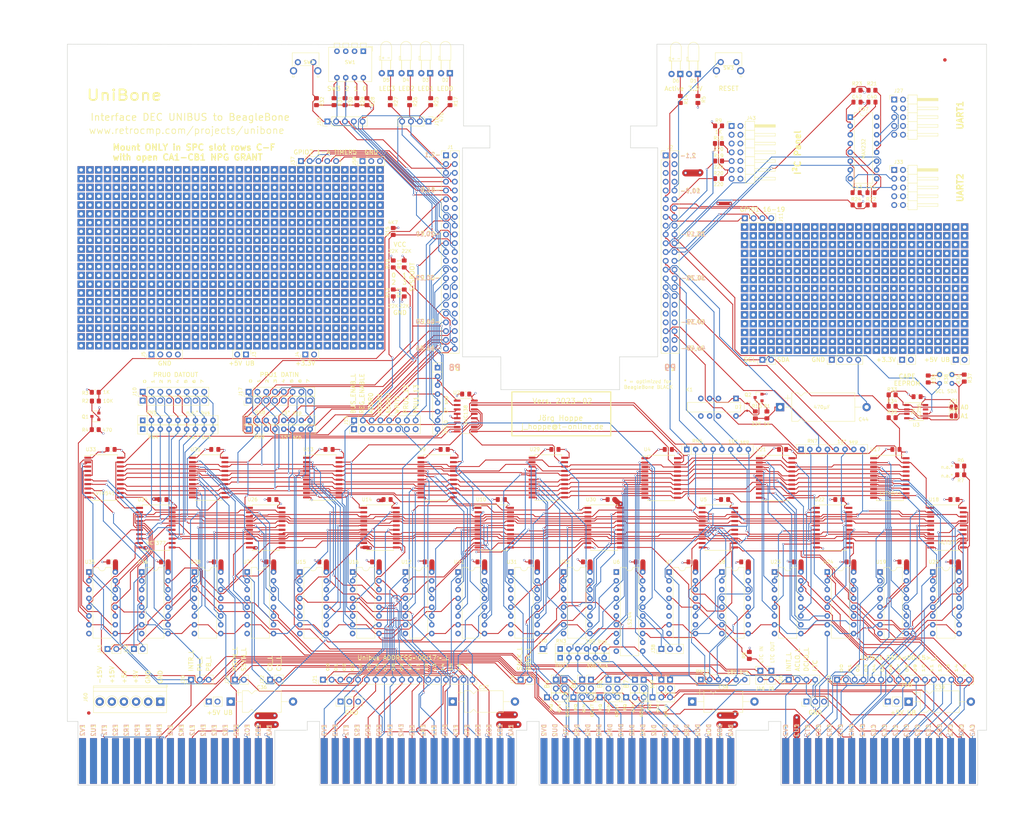
<source format=kicad_pcb>
(kicad_pcb (version 20171130) (host pcbnew "(5.1.12)-1")

  (general
    (thickness 1.6)
    (drawings 256)
    (tracks 6010)
    (zones 0)
    (modules 1343)
    (nets 446)
  )

  (page A3)
  (title_block
    (title "UniBone Quad Height Flip Chip ")
    (date 2018-04-27)
    (rev V1.0)
    (company retrocmp.com)
    (comment 1 "Joerg Hoppe")
  )

  (layers
    (0 F.Cu signal)
    (1 In1.Cu power hide)
    (2 In2.Cu power)
    (31 B.Cu signal)
    (32 B.Adhes user hide)
    (33 F.Adhes user hide)
    (34 B.Paste user hide)
    (35 F.Paste user hide)
    (36 B.SilkS user)
    (37 F.SilkS user)
    (38 B.Mask user hide)
    (39 F.Mask user hide)
    (40 Dwgs.User user hide)
    (41 Cmts.User user hide)
    (42 Eco1.User user hide)
    (43 Eco2.User user)
    (44 Edge.Cuts user)
    (45 Margin user hide)
    (46 B.CrtYd user hide)
    (47 F.CrtYd user)
    (48 B.Fab user hide)
    (49 F.Fab user hide)
  )

  (setup
    (last_trace_width 0.25)
    (trace_clearance 0.2)
    (zone_clearance 0.508)
    (zone_45_only yes)
    (trace_min 0.2)
    (via_size 0.6)
    (via_drill 0.4)
    (via_min_size 0.4)
    (via_min_drill 0.3)
    (uvia_size 0.3)
    (uvia_drill 0.1)
    (uvias_allowed no)
    (uvia_min_size 0.2)
    (uvia_min_drill 0.1)
    (edge_width 0.1524)
    (segment_width 0.0254)
    (pcb_text_width 0.2032)
    (pcb_text_size 1.27 1.27)
    (mod_edge_width 0.3048)
    (mod_text_size 1.27 1.27)
    (mod_text_width 0.2032)
    (pad_size 1 1)
    (pad_drill 0)
    (pad_to_mask_clearance 0.2)
    (solder_mask_min_width 0.25)
    (aux_axis_origin 289.56 246.38)
    (grid_origin 189.9 62.2)
    (visible_elements 7FFCF7FF)
    (pcbplotparams
      (layerselection 0x010f8_ffffffff)
      (usegerberextensions false)
      (usegerberattributes false)
      (usegerberadvancedattributes false)
      (creategerberjobfile false)
      (excludeedgelayer true)
      (linewidth 0.304800)
      (plotframeref false)
      (viasonmask false)
      (mode 1)
      (useauxorigin false)
      (hpglpennumber 1)
      (hpglpenspeed 20)
      (hpglpendiameter 15.000000)
      (psnegative false)
      (psa4output false)
      (plotreference true)
      (plotvalue true)
      (plotinvisibletext false)
      (padsonsilk false)
      (subtractmaskfromsilk false)
      (outputformat 1)
      (mirror false)
      (drillshape 0)
      (scaleselection 1)
      (outputdirectory "manufacturing/"))
  )

  (net 0 "")
  (net 1 +3V3)
  (net 2 GND)
  (net 3 "Net-(D1-Pad1)")
  (net 4 "Net-(D2-Pad1)")
  (net 5 "Net-(D3-Pad1)")
  (net 6 "Net-(D4-Pad1)")
  (net 7 "Net-(D5-Pad1)")
  (net 8 BUTTON)
  (net 9 PRU1_13)
  (net 10 PRU1_12)
  (net 11 PRU1_08)
  (net 12 PRU1_10)
  (net 13 PRU1_09)
  (net 14 PRU1_11)
  (net 15 PRU1_06)
  (net 16 PRU1_07)
  (net 17 PRU1_05)
  (net 18 I2C2_SCL)
  (net 19 I2C2_SDA)
  (net 20 UB_5V)
  (net 21 UB_SACK_L)
  (net 22 UB_A15_L)
  (net 23 UB_A16_L)
  (net 24 UB_C1_L)
  (net 25 UB_A00_L)
  (net 26 UB_C0_L)
  (net 27 UB_A13_L)
  (net 28 UB_A08_L)
  (net 29 UB_A07_L)
  (net 30 UB_A04_L)
  (net 31 UB_A03_L)
  (net 32 UB_BR7_L)
  (net 33 UB_BR6_L)
  (net 34 UB_BR5_L)
  (net 35 UB_BR4_L)
  (net 36 UB_BG7_IN_H)
  (net 37 UB_BG7_OUT_H)
  (net 38 UB_BG6_IN_H)
  (net 39 UB_BG6_OUT_H)
  (net 40 UB_BG5_IN_H)
  (net 41 UB_BG5_OUT_H)
  (net 42 UB_BG4_IN_H)
  (net 43 UB_BG4_OUT_H)
  (net 44 UB_D06_L)
  (net 45 UB_D02_L)
  (net 46 UB_D03_L)
  (net 47 UB_D00_L)
  (net 48 UB_D01_L)
  (net 49 UB_D05_L)
  (net 50 UB_D04_L)
  (net 51 UB_D07_L)
  (net 52 UB_D08_L)
  (net 53 UB_D09_L)
  (net 54 UB_D10_L)
  (net 55 UB_D12_L)
  (net 56 UB_D13_L)
  (net 57 UB_D14_L)
  (net 58 UB_D15_L)
  (net 59 UB_INTR_L)
  (net 60 UB_NPR_L)
  (net 61 UB_BBSY_L)
  (net 62 UB_A05_L)
  (net 63 UB_A06_L)
  (net 64 UB_A09_L)
  (net 65 UB_A10_L)
  (net 66 UB_A11_L)
  (net 67 UB_A14_L)
  (net 68 UB_SSYN_L)
  (net 69 UB_A01_L)
  (net 70 UB_A02_L)
  (net 71 UB_MSYN_L)
  (net 72 UB_A17_L)
  (net 73 UB_A12_L)
  (net 74 UB_INIT_L)
  (net 75 UB_NPG_IN_H)
  (net 76 UB_NPG_OUT_H)
  (net 77 UB_PA_L)
  (net 78 UB_D11_L)
  (net 79 UB_DCLO_L)
  (net 80 UB_PB_L)
  (net 81 UB_ACLO_L)
  (net 82 /TTL_IN_OUT/BUS_OUT_DAT6)
  (net 83 "Net-(U4-Pad2)")
  (net 84 "Net-(U4-Pad3)")
  (net 85 "Net-(U4-Pad4)")
  (net 86 "Net-(U4-Pad5)")
  (net 87 "Net-(U4-Pad6)")
  (net 88 "Net-(U4-Pad7)")
  (net 89 "Net-(U4-Pad8)")
  (net 90 "Net-(U4-Pad9)")
  (net 91 "Net-(U5-Pad2)")
  (net 92 "Net-(U5-Pad12)")
  (net 93 "Net-(U5-Pad5)")
  (net 94 "Net-(U5-Pad6)")
  (net 95 "Net-(U5-Pad16)")
  (net 96 "Net-(U5-Pad9)")
  (net 97 "Net-(U5-Pad19)")
  (net 98 "Net-(U11-Pad13)")
  (net 99 "Net-(U11-Pad10)")
  (net 100 "Net-(U11-Pad3)")
  (net 101 "Net-(U11-Pad6)")
  (net 102 "Net-(U12-Pad13)")
  (net 103 "Net-(U12-Pad10)")
  (net 104 "Net-(U12-Pad3)")
  (net 105 "Net-(U12-Pad6)")
  (net 106 "Net-(U10-Pad2)")
  (net 107 "Net-(U10-Pad12)")
  (net 108 "Net-(U10-Pad5)")
  (net 109 "Net-(U10-Pad15)")
  (net 110 "Net-(U10-Pad6)")
  (net 111 "Net-(U10-Pad16)")
  (net 112 "Net-(U10-Pad9)")
  (net 113 "Net-(U10-Pad19)")
  (net 114 "Net-(U13-Pad2)")
  (net 115 "Net-(U13-Pad3)")
  (net 116 "Net-(U13-Pad4)")
  (net 117 "Net-(U13-Pad5)")
  (net 118 "Net-(U13-Pad6)")
  (net 119 "Net-(U13-Pad7)")
  (net 120 "Net-(U13-Pad8)")
  (net 121 "Net-(U13-Pad9)")
  (net 122 "Net-(U14-Pad2)")
  (net 123 "Net-(U14-Pad12)")
  (net 124 "Net-(U14-Pad5)")
  (net 125 "Net-(U14-Pad15)")
  (net 126 "Net-(U14-Pad6)")
  (net 127 "Net-(U14-Pad16)")
  (net 128 "Net-(U14-Pad9)")
  (net 129 "Net-(U14-Pad19)")
  (net 130 "Net-(U17-Pad2)")
  (net 131 "Net-(U17-Pad3)")
  (net 132 "Net-(U17-Pad4)")
  (net 133 "Net-(U17-Pad5)")
  (net 134 "Net-(U17-Pad6)")
  (net 135 "Net-(U17-Pad7)")
  (net 136 "Net-(U17-Pad8)")
  (net 137 "Net-(U17-Pad9)")
  (net 138 "Net-(U18-Pad2)")
  (net 139 "Net-(U18-Pad12)")
  (net 140 "Net-(U18-Pad5)")
  (net 141 "Net-(U18-Pad15)")
  (net 142 "Net-(U18-Pad6)")
  (net 143 "Net-(U18-Pad16)")
  (net 144 "Net-(U18-Pad9)")
  (net 145 "Net-(U18-Pad19)")
  (net 146 "Net-(U21-Pad2)")
  (net 147 "Net-(U21-Pad3)")
  (net 148 "Net-(U21-Pad4)")
  (net 149 "Net-(U21-Pad5)")
  (net 150 "Net-(U21-Pad6)")
  (net 151 "Net-(U21-Pad7)")
  (net 152 "Net-(U21-Pad8)")
  (net 153 "Net-(U21-Pad9)")
  (net 154 "Net-(U22-Pad2)")
  (net 155 "Net-(U22-Pad12)")
  (net 156 "Net-(U22-Pad5)")
  (net 157 "Net-(U22-Pad15)")
  (net 158 "Net-(U22-Pad6)")
  (net 159 "Net-(U22-Pad16)")
  (net 160 "Net-(U22-Pad9)")
  (net 161 "Net-(U22-Pad19)")
  (net 162 "Net-(U25-Pad2)")
  (net 163 "Net-(U25-Pad3)")
  (net 164 "Net-(U25-Pad4)")
  (net 165 "Net-(U25-Pad5)")
  (net 166 "Net-(U25-Pad6)")
  (net 167 "Net-(U25-Pad7)")
  (net 168 "Net-(U25-Pad8)")
  (net 169 "Net-(U25-Pad9)")
  (net 170 "Net-(U26-Pad2)")
  (net 171 "Net-(U26-Pad12)")
  (net 172 "Net-(U26-Pad5)")
  (net 173 "Net-(U26-Pad15)")
  (net 174 "Net-(U26-Pad6)")
  (net 175 "Net-(U26-Pad16)")
  (net 176 "Net-(U26-Pad9)")
  (net 177 "Net-(U26-Pad19)")
  (net 178 "Net-(U29-Pad2)")
  (net 179 "Net-(U29-Pad3)")
  (net 180 "Net-(U29-Pad4)")
  (net 181 "Net-(U29-Pad5)")
  (net 182 "Net-(U29-Pad6)")
  (net 183 "Net-(U29-Pad7)")
  (net 184 "Net-(U29-Pad8)")
  (net 185 "Net-(U29-Pad9)")
  (net 186 "Net-(U30-Pad2)")
  (net 187 "Net-(U30-Pad12)")
  (net 188 "Net-(U30-Pad5)")
  (net 189 "Net-(U30-Pad15)")
  (net 190 "Net-(U30-Pad6)")
  (net 191 "Net-(U30-Pad16)")
  (net 192 "Net-(U30-Pad9)")
  (net 193 "Net-(U30-Pad19)")
  (net 194 "Net-(U33-Pad2)")
  (net 195 "Net-(U33-Pad3)")
  (net 196 "Net-(U33-Pad4)")
  (net 197 "Net-(U33-Pad5)")
  (net 198 "Net-(U33-Pad6)")
  (net 199 "Net-(U33-Pad7)")
  (net 200 "Net-(U33-Pad8)")
  (net 201 "Net-(U33-Pad9)")
  (net 202 "Net-(U34-Pad2)")
  (net 203 "Net-(U34-Pad12)")
  (net 204 "Net-(U34-Pad5)")
  (net 205 "Net-(U34-Pad15)")
  (net 206 "Net-(U34-Pad6)")
  (net 207 "Net-(U34-Pad16)")
  (net 208 "Net-(U34-Pad9)")
  (net 209 "Net-(U34-Pad19)")
  (net 210 +5VA)
  (net 211 /misc-io/EEPROM_A0)
  (net 212 UART1_TXD)
  (net 213 UART1_RXD)
  (net 214 "Net-(C40-Pad1)")
  (net 215 "Net-(C40-Pad2)")
  (net 216 "Net-(C41-Pad1)")
  (net 217 "Net-(C41-Pad2)")
  (net 218 "Net-(C42-Pad2)")
  (net 219 "Net-(C43-Pad2)")
  (net 220 UART2_TXD)
  (net 221 UART2_RXD)
  (net 222 "Net-(J27-Pad3)")
  (net 223 "Net-(J27-Pad5)")
  (net 224 "Net-(J33-Pad3)")
  (net 225 "Net-(J33-Pad5)")
  (net 226 GPIO1_6__38)
  (net 227 GPIO1_7__39)
  (net 228 GPIO1_2__34)
  (net 229 GPIO1_3__35)
  (net 230 GPIO1_5__37)
  (net 231 GPIO1_4__36)
  (net 232 GPIO1_1__33)
  (net 233 GPIO1_0__32)
  (net 234 PRU0_07)
  (net 235 PRU0_05)
  (net 236 PRU0_03)
  (net 237 PRU0_01)
  (net 238 PRU0_02)
  (net 239 PRU0_00)
  (net 240 PRU0_06)
  (net 241 PRU0_04)
  (net 242 PRU1_04/SYSBOOT4)
  (net 243 PRU1_02/SYSBOOT2)
  (net 244 PRU1_03/SYSBOOT3)
  (net 245 PRU1_00/SYSBOOT0)
  (net 246 PRU1_01/SYSBOOT1)
  (net 247 "Net-(D6-Pad1)")
  (net 248 /SELECT6_L)
  (net 249 /SELECT5_L)
  (net 250 /SELECT4_L)
  (net 251 /SELECT3_L)
  (net 252 /SELECT2_L)
  (net 253 /SELECT1_L)
  (net 254 /SELECT7_L)
  (net 255 /SELECT0_L)
  (net 256 BUS_ENABLE)
  (net 257 GPIO1_14__46)
  (net 258 BUS_ENABLE_L)
  (net 259 GPIO2_2_66)
  (net 260 GPIO2_3_67)
  (net 261 GPIO2_4_68)
  (net 262 GPIO2_1_65)
  (net 263 GPIO1_18_50)
  (net 264 GPIO1_16_48)
  (net 265 GPIO1_19_51)
  (net 266 GPIO1_17_49)
  (net 267 "Net-(C44-Pad1)")
  (net 268 /TTL_IN_OUT/BUS_IN_DAT6)
  (net 269 /TTL_IN_OUT/BUS_IN_DAT7)
  (net 270 /DS8641-ADR167+MSYN/BUS_DAT6)
  (net 271 /DS8641-ADR167+MSYN/BUS_DAT7)
  (net 272 /DS8641-ARB/BUS_DAT7)
  (net 273 /DS8641-SSYN+MISC/BUS_DAT6)
  (net 274 /DS8641-SSYN+MISC/BUS_DAT7)
  (net 275 "Net-(D7-Pad2)")
  (net 276 REG_DATOUT_0)
  (net 277 REG_DATOUT_1)
  (net 278 REG_DATOUT_2)
  (net 279 REG_DATOUT_3)
  (net 280 REG_DATOUT_4)
  (net 281 REG_DATOUT_5)
  (net 282 REG_DATOUT_6)
  (net 283 REG_DATOUT_7)
  (net 284 REG_DATIN_0)
  (net 285 REG_DATIN_1)
  (net 286 REG_DATIN_2)
  (net 287 REG_DATIN_3)
  (net 288 REG_DATIN_4)
  (net 289 REG_DATIN_5)
  (net 290 REG_DATIN_6)
  (net 291 REG_DATIN_7)
  (net 292 REG_ADR0)
  (net 293 REG_ADR1)
  (net 294 REG_ADR2)
  (net 295 REG_WRITE)
  (net 296 UB_LTC)
  (net 297 BG4_IN_H)
  (net 298 BG4_OUT_H)
  (net 299 BG5_IN_H)
  (net 300 BG5_OUT_H)
  (net 301 BG6_IN_H)
  (net 302 BG6_OUT_H)
  (net 303 BG7_IN_H)
  (net 304 BG7_OUT_H)
  (net 305 NPG_IN_H)
  (net 306 NPG_OUT_H)
  (net 307 "Net-(J1-Pad13)")
  (net 308 "Net-(J1-Pad14)")
  (net 309 "Net-(J1-Pad15)")
  (net 310 "Net-(J1-Pad17)")
  (net 311 "Net-(J1-Pad19)")
  (net 312 "Net-(J1-Pad26)")
  (net 313 "Net-(J1-Pad31)")
  (net 314 "Net-(J1-Pad32)")
  (net 315 "Net-(J1-Pad33)")
  (net 316 "Net-(J1-Pad34)")
  (net 317 "Net-(J1-Pad35)")
  (net 318 "Net-(J1-Pad36)")
  (net 319 "Net-(J1-Pad37)")
  (net 320 "Net-(J1-Pad38)")
  (net 321 "Net-(J2-Pad7)")
  (net 322 "Net-(J2-Pad8)")
  (net 323 "Net-(J2-Pad9)")
  (net 324 "Net-(J2-Pad13)")
  (net 325 "Net-(J2-Pad32)")
  (net 326 "Net-(J2-Pad33)")
  (net 327 "Net-(J2-Pad34)")
  (net 328 "Net-(J2-Pad35)")
  (net 329 "Net-(J2-Pad36)")
  (net 330 "Net-(J2-Pad37)")
  (net 331 "Net-(J2-Pad38)")
  (net 332 "Net-(J2-Pad39)")
  (net 333 "Net-(J2-Pad40)")
  (net 334 "Net-(U3-Pad7)")
  (net 335 "Net-(J16-PadFD2)")
  (net 336 "Net-(J16-PadFE2)")
  (net 337 "Net-(J16-PadFF2)")
  (net 338 "Net-(J16-PadFH2)")
  (net 339 "Net-(J16-PadFJ2)")
  (net 340 "Net-(J16-PadFK2)")
  (net 341 "Net-(J16-PadFL2)")
  (net 342 "Net-(J16-PadFM2)")
  (net 343 "Net-(J16-PadFN2)")
  (net 344 "Net-(J16-PadFP2)")
  (net 345 "Net-(J16-PadFR2)")
  (net 346 "Net-(J16-PadFS2)")
  (net 347 "Net-(J16-PadFU2)")
  (net 348 "Net-(J16-PadFV2)")
  (net 349 "Net-(J16-PadEL2)")
  (net 350 "Net-(J16-PadEM2)")
  (net 351 "Net-(J16-PadER2)")
  (net 352 "Net-(J16-PadES2)")
  (net 353 "Net-(J16-PadET2)")
  (net 354 "Net-(J16-PadDJ2)")
  (net 355 "Net-(J16-PadDU2)")
  (net 356 "Net-(J16-PadDV2)")
  (net 357 "Net-(J16-PadFV1)")
  (net 358 "Net-(J16-PadFU1)")
  (net 359 "Net-(J16-PadFS1)")
  (net 360 "Net-(J16-PadFR1)")
  (net 361 "Net-(J16-PadFP1)")
  (net 362 "Net-(J16-PadFN1)")
  (net 363 "Net-(J16-PadFL1)")
  (net 364 "Net-(J16-PadFK1)")
  (net 365 "Net-(J16-PadFH1)")
  (net 366 "Net-(J16-PadFF1)")
  (net 367 "Net-(J16-PadFE1)")
  (net 368 "Net-(J16-PadFC1)")
  (net 369 "Net-(J16-PadFB1)")
  (net 370 "Net-(J16-PadFA1)")
  (net 371 "Net-(J16-PadES1)")
  (net 372 "Net-(J16-PadEN1)")
  (net 373 "Net-(J16-PadEM1)")
  (net 374 "Net-(J16-PadEB1)")
  (net 375 "Net-(J16-PadEA1)")
  (net 376 "Net-(J16-PadDV1)")
  (net 377 "Net-(J16-PadDU1)")
  (net 378 "Net-(J16-PadDS1)")
  (net 379 "Net-(J16-PadDR1)")
  (net 380 "Net-(J16-PadDP1)")
  (net 381 "Net-(J16-PadDN1)")
  (net 382 "Net-(J16-PadDM1)")
  (net 383 "Net-(J16-PadDK1)")
  (net 384 "Net-(J16-PadDJ1)")
  (net 385 "Net-(J16-PadDH1)")
  (net 386 "Net-(J16-PadDF1)")
  (net 387 "Net-(J16-PadDE1)")
  (net 388 "Net-(J16-PadDD1)")
  (net 389 "Net-(J16-PadDC1)")
  (net 390 "Net-(J16-PadDB1)")
  (net 391 "Net-(J16-PadDA1)")
  (net 392 "Net-(J16-PadCE1)")
  (net 393 "Net-(J16-PadCF1)")
  (net 394 "Net-(J16-PadCJ1)")
  (net 395 "Net-(J16-PadCK1)")
  (net 396 "Net-(J16-PadCL1)")
  (net 397 "Net-(J16-PadCM1)")
  (net 398 "Net-(J16-PadCP1)")
  (net 399 "Net-(J16-PadCR1)")
  (net 400 "Net-(K1-Pad3)")
  (net 401 "Net-(K1-Pad10)")
  (net 402 "Net-(U7-Pad6)")
  (net 403 "Net-(U7-Pad13)")
  (net 404 "Net-(U7-Pad3)")
  (net 405 "Net-(U7-Pad10)")
  (net 406 "Net-(U8-Pad6)")
  (net 407 "Net-(U8-Pad13)")
  (net 408 "Net-(U8-Pad3)")
  (net 409 "Net-(U8-Pad10)")
  (net 410 "Net-(J27-Pad1)")
  (net 411 "Net-(J27-Pad2)")
  (net 412 "Net-(J27-Pad4)")
  (net 413 "Net-(J27-Pad6)")
  (net 414 "Net-(J27-Pad7)")
  (net 415 "Net-(J27-Pad8)")
  (net 416 "Net-(J27-Pad10)")
  (net 417 "Net-(J33-Pad1)")
  (net 418 "Net-(J33-Pad2)")
  (net 419 "Net-(J33-Pad4)")
  (net 420 "Net-(J33-Pad6)")
  (net 421 "Net-(J33-Pad7)")
  (net 422 "Net-(J33-Pad8)")
  (net 423 "Net-(J33-Pad10)")
  (net 424 PANEL_RESET_L)
  (net 425 "Net-(J2-Pad18)")
  (net 426 "Net-(J2-Pad17)")
  (net 427 SYSRESET_L)
  (net 428 UB_15V)
  (net 429 UB_-15V)
  (net 430 "Net-(J43-Pad11)")
  (net 431 "Net-(J43-Pad9)")
  (net 432 "Net-(J43-Pad7)")
  (net 433 "Net-(F1-Pad1)")
  (net 434 "Net-(F2-Pad1)")
  (net 435 "Net-(R21-Pad1)")
  (net 436 "Net-(R22-Pad1)")
  (net 437 TIMER5)
  (net 438 LED_BUS_ACTIVITY)
  (net 439 LTC_OUT)
  (net 440 LTC_IN)
  (net 441 "Net-(U5-Pad15)")
  (net 442 "Net-(Q1-Pad1)")
  (net 443 "Net-(Q2-Pad1)")
  (net 444 "Net-(JP2-Pad1)")
  (net 445 "Net-(R35-Pad2)")

  (net_class Default "This is the default net class."
    (clearance 0.2)
    (trace_width 0.25)
    (via_dia 0.6)
    (via_drill 0.4)
    (uvia_dia 0.3)
    (uvia_drill 0.1)
    (add_net /DS8641-ADR167+MSYN/BUS_DAT6)
    (add_net /DS8641-ADR167+MSYN/BUS_DAT7)
    (add_net /DS8641-ARB/BUS_DAT7)
    (add_net /DS8641-SSYN+MISC/BUS_DAT6)
    (add_net /DS8641-SSYN+MISC/BUS_DAT7)
    (add_net /SELECT0_L)
    (add_net /SELECT1_L)
    (add_net /SELECT2_L)
    (add_net /SELECT3_L)
    (add_net /SELECT4_L)
    (add_net /SELECT5_L)
    (add_net /SELECT6_L)
    (add_net /SELECT7_L)
    (add_net /TTL_IN_OUT/BUS_IN_DAT6)
    (add_net /TTL_IN_OUT/BUS_IN_DAT7)
    (add_net /TTL_IN_OUT/BUS_OUT_DAT6)
    (add_net /misc-io/EEPROM_A0)
    (add_net BG4_IN_H)
    (add_net BG4_OUT_H)
    (add_net BG5_IN_H)
    (add_net BG5_OUT_H)
    (add_net BG6_IN_H)
    (add_net BG6_OUT_H)
    (add_net BG7_IN_H)
    (add_net BG7_OUT_H)
    (add_net BUS_ENABLE)
    (add_net BUS_ENABLE_L)
    (add_net BUTTON)
    (add_net GPIO1_0__32)
    (add_net GPIO1_14__46)
    (add_net GPIO1_16_48)
    (add_net GPIO1_17_49)
    (add_net GPIO1_18_50)
    (add_net GPIO1_19_51)
    (add_net GPIO1_1__33)
    (add_net GPIO1_2__34)
    (add_net GPIO1_3__35)
    (add_net GPIO1_4__36)
    (add_net GPIO1_5__37)
    (add_net GPIO1_6__38)
    (add_net GPIO1_7__39)
    (add_net GPIO2_1_65)
    (add_net GPIO2_2_66)
    (add_net GPIO2_3_67)
    (add_net GPIO2_4_68)
    (add_net I2C2_SCL)
    (add_net I2C2_SDA)
    (add_net LED_BUS_ACTIVITY)
    (add_net LTC_IN)
    (add_net LTC_OUT)
    (add_net NPG_IN_H)
    (add_net NPG_OUT_H)
    (add_net "Net-(C40-Pad1)")
    (add_net "Net-(C40-Pad2)")
    (add_net "Net-(C41-Pad1)")
    (add_net "Net-(C41-Pad2)")
    (add_net "Net-(C42-Pad2)")
    (add_net "Net-(C43-Pad2)")
    (add_net "Net-(C44-Pad1)")
    (add_net "Net-(D1-Pad1)")
    (add_net "Net-(D2-Pad1)")
    (add_net "Net-(D3-Pad1)")
    (add_net "Net-(D4-Pad1)")
    (add_net "Net-(D5-Pad1)")
    (add_net "Net-(D6-Pad1)")
    (add_net "Net-(D7-Pad2)")
    (add_net "Net-(F1-Pad1)")
    (add_net "Net-(F2-Pad1)")
    (add_net "Net-(J1-Pad13)")
    (add_net "Net-(J1-Pad14)")
    (add_net "Net-(J1-Pad15)")
    (add_net "Net-(J1-Pad17)")
    (add_net "Net-(J1-Pad19)")
    (add_net "Net-(J1-Pad26)")
    (add_net "Net-(J1-Pad31)")
    (add_net "Net-(J1-Pad32)")
    (add_net "Net-(J1-Pad33)")
    (add_net "Net-(J1-Pad34)")
    (add_net "Net-(J1-Pad35)")
    (add_net "Net-(J1-Pad36)")
    (add_net "Net-(J1-Pad37)")
    (add_net "Net-(J1-Pad38)")
    (add_net "Net-(J16-PadCE1)")
    (add_net "Net-(J16-PadCF1)")
    (add_net "Net-(J16-PadCJ1)")
    (add_net "Net-(J16-PadCK1)")
    (add_net "Net-(J16-PadCL1)")
    (add_net "Net-(J16-PadCM1)")
    (add_net "Net-(J16-PadCP1)")
    (add_net "Net-(J16-PadCR1)")
    (add_net "Net-(J16-PadDA1)")
    (add_net "Net-(J16-PadDB1)")
    (add_net "Net-(J16-PadDC1)")
    (add_net "Net-(J16-PadDD1)")
    (add_net "Net-(J16-PadDE1)")
    (add_net "Net-(J16-PadDF1)")
    (add_net "Net-(J16-PadDH1)")
    (add_net "Net-(J16-PadDJ1)")
    (add_net "Net-(J16-PadDJ2)")
    (add_net "Net-(J16-PadDK1)")
    (add_net "Net-(J16-PadDM1)")
    (add_net "Net-(J16-PadDN1)")
    (add_net "Net-(J16-PadDP1)")
    (add_net "Net-(J16-PadDR1)")
    (add_net "Net-(J16-PadDS1)")
    (add_net "Net-(J16-PadDU1)")
    (add_net "Net-(J16-PadDU2)")
    (add_net "Net-(J16-PadDV1)")
    (add_net "Net-(J16-PadDV2)")
    (add_net "Net-(J16-PadEA1)")
    (add_net "Net-(J16-PadEB1)")
    (add_net "Net-(J16-PadEL2)")
    (add_net "Net-(J16-PadEM1)")
    (add_net "Net-(J16-PadEM2)")
    (add_net "Net-(J16-PadEN1)")
    (add_net "Net-(J16-PadER2)")
    (add_net "Net-(J16-PadES1)")
    (add_net "Net-(J16-PadES2)")
    (add_net "Net-(J16-PadET2)")
    (add_net "Net-(J16-PadFA1)")
    (add_net "Net-(J16-PadFB1)")
    (add_net "Net-(J16-PadFC1)")
    (add_net "Net-(J16-PadFD2)")
    (add_net "Net-(J16-PadFE1)")
    (add_net "Net-(J16-PadFE2)")
    (add_net "Net-(J16-PadFF1)")
    (add_net "Net-(J16-PadFF2)")
    (add_net "Net-(J16-PadFH1)")
    (add_net "Net-(J16-PadFH2)")
    (add_net "Net-(J16-PadFJ2)")
    (add_net "Net-(J16-PadFK1)")
    (add_net "Net-(J16-PadFK2)")
    (add_net "Net-(J16-PadFL1)")
    (add_net "Net-(J16-PadFL2)")
    (add_net "Net-(J16-PadFM2)")
    (add_net "Net-(J16-PadFN1)")
    (add_net "Net-(J16-PadFN2)")
    (add_net "Net-(J16-PadFP1)")
    (add_net "Net-(J16-PadFP2)")
    (add_net "Net-(J16-PadFR1)")
    (add_net "Net-(J16-PadFR2)")
    (add_net "Net-(J16-PadFS1)")
    (add_net "Net-(J16-PadFS2)")
    (add_net "Net-(J16-PadFU1)")
    (add_net "Net-(J16-PadFU2)")
    (add_net "Net-(J16-PadFV1)")
    (add_net "Net-(J16-PadFV2)")
    (add_net "Net-(J2-Pad13)")
    (add_net "Net-(J2-Pad17)")
    (add_net "Net-(J2-Pad18)")
    (add_net "Net-(J2-Pad32)")
    (add_net "Net-(J2-Pad33)")
    (add_net "Net-(J2-Pad34)")
    (add_net "Net-(J2-Pad35)")
    (add_net "Net-(J2-Pad36)")
    (add_net "Net-(J2-Pad37)")
    (add_net "Net-(J2-Pad38)")
    (add_net "Net-(J2-Pad39)")
    (add_net "Net-(J2-Pad40)")
    (add_net "Net-(J2-Pad7)")
    (add_net "Net-(J2-Pad8)")
    (add_net "Net-(J2-Pad9)")
    (add_net "Net-(J27-Pad1)")
    (add_net "Net-(J27-Pad10)")
    (add_net "Net-(J27-Pad2)")
    (add_net "Net-(J27-Pad3)")
    (add_net "Net-(J27-Pad4)")
    (add_net "Net-(J27-Pad5)")
    (add_net "Net-(J27-Pad6)")
    (add_net "Net-(J27-Pad7)")
    (add_net "Net-(J27-Pad8)")
    (add_net "Net-(J33-Pad1)")
    (add_net "Net-(J33-Pad10)")
    (add_net "Net-(J33-Pad2)")
    (add_net "Net-(J33-Pad3)")
    (add_net "Net-(J33-Pad4)")
    (add_net "Net-(J33-Pad5)")
    (add_net "Net-(J33-Pad6)")
    (add_net "Net-(J33-Pad7)")
    (add_net "Net-(J33-Pad8)")
    (add_net "Net-(J43-Pad11)")
    (add_net "Net-(J43-Pad7)")
    (add_net "Net-(J43-Pad9)")
    (add_net "Net-(JP2-Pad1)")
    (add_net "Net-(K1-Pad10)")
    (add_net "Net-(K1-Pad3)")
    (add_net "Net-(Q1-Pad1)")
    (add_net "Net-(Q2-Pad1)")
    (add_net "Net-(R21-Pad1)")
    (add_net "Net-(R22-Pad1)")
    (add_net "Net-(R35-Pad2)")
    (add_net "Net-(U10-Pad12)")
    (add_net "Net-(U10-Pad15)")
    (add_net "Net-(U10-Pad16)")
    (add_net "Net-(U10-Pad19)")
    (add_net "Net-(U10-Pad2)")
    (add_net "Net-(U10-Pad5)")
    (add_net "Net-(U10-Pad6)")
    (add_net "Net-(U10-Pad9)")
    (add_net "Net-(U11-Pad10)")
    (add_net "Net-(U11-Pad13)")
    (add_net "Net-(U11-Pad3)")
    (add_net "Net-(U11-Pad6)")
    (add_net "Net-(U12-Pad10)")
    (add_net "Net-(U12-Pad13)")
    (add_net "Net-(U12-Pad3)")
    (add_net "Net-(U12-Pad6)")
    (add_net "Net-(U13-Pad2)")
    (add_net "Net-(U13-Pad3)")
    (add_net "Net-(U13-Pad4)")
    (add_net "Net-(U13-Pad5)")
    (add_net "Net-(U13-Pad6)")
    (add_net "Net-(U13-Pad7)")
    (add_net "Net-(U13-Pad8)")
    (add_net "Net-(U13-Pad9)")
    (add_net "Net-(U14-Pad12)")
    (add_net "Net-(U14-Pad15)")
    (add_net "Net-(U14-Pad16)")
    (add_net "Net-(U14-Pad19)")
    (add_net "Net-(U14-Pad2)")
    (add_net "Net-(U14-Pad5)")
    (add_net "Net-(U14-Pad6)")
    (add_net "Net-(U14-Pad9)")
    (add_net "Net-(U17-Pad2)")
    (add_net "Net-(U17-Pad3)")
    (add_net "Net-(U17-Pad4)")
    (add_net "Net-(U17-Pad5)")
    (add_net "Net-(U17-Pad6)")
    (add_net "Net-(U17-Pad7)")
    (add_net "Net-(U17-Pad8)")
    (add_net "Net-(U17-Pad9)")
    (add_net "Net-(U18-Pad12)")
    (add_net "Net-(U18-Pad15)")
    (add_net "Net-(U18-Pad16)")
    (add_net "Net-(U18-Pad19)")
    (add_net "Net-(U18-Pad2)")
    (add_net "Net-(U18-Pad5)")
    (add_net "Net-(U18-Pad6)")
    (add_net "Net-(U18-Pad9)")
    (add_net "Net-(U21-Pad2)")
    (add_net "Net-(U21-Pad3)")
    (add_net "Net-(U21-Pad4)")
    (add_net "Net-(U21-Pad5)")
    (add_net "Net-(U21-Pad6)")
    (add_net "Net-(U21-Pad7)")
    (add_net "Net-(U21-Pad8)")
    (add_net "Net-(U21-Pad9)")
    (add_net "Net-(U22-Pad12)")
    (add_net "Net-(U22-Pad15)")
    (add_net "Net-(U22-Pad16)")
    (add_net "Net-(U22-Pad19)")
    (add_net "Net-(U22-Pad2)")
    (add_net "Net-(U22-Pad5)")
    (add_net "Net-(U22-Pad6)")
    (add_net "Net-(U22-Pad9)")
    (add_net "Net-(U25-Pad2)")
    (add_net "Net-(U25-Pad3)")
    (add_net "Net-(U25-Pad4)")
    (add_net "Net-(U25-Pad5)")
    (add_net "Net-(U25-Pad6)")
    (add_net "Net-(U25-Pad7)")
    (add_net "Net-(U25-Pad8)")
    (add_net "Net-(U25-Pad9)")
    (add_net "Net-(U26-Pad12)")
    (add_net "Net-(U26-Pad15)")
    (add_net "Net-(U26-Pad16)")
    (add_net "Net-(U26-Pad19)")
    (add_net "Net-(U26-Pad2)")
    (add_net "Net-(U26-Pad5)")
    (add_net "Net-(U26-Pad6)")
    (add_net "Net-(U26-Pad9)")
    (add_net "Net-(U29-Pad2)")
    (add_net "Net-(U29-Pad3)")
    (add_net "Net-(U29-Pad4)")
    (add_net "Net-(U29-Pad5)")
    (add_net "Net-(U29-Pad6)")
    (add_net "Net-(U29-Pad7)")
    (add_net "Net-(U29-Pad8)")
    (add_net "Net-(U29-Pad9)")
    (add_net "Net-(U3-Pad7)")
    (add_net "Net-(U30-Pad12)")
    (add_net "Net-(U30-Pad15)")
    (add_net "Net-(U30-Pad16)")
    (add_net "Net-(U30-Pad19)")
    (add_net "Net-(U30-Pad2)")
    (add_net "Net-(U30-Pad5)")
    (add_net "Net-(U30-Pad6)")
    (add_net "Net-(U30-Pad9)")
    (add_net "Net-(U33-Pad2)")
    (add_net "Net-(U33-Pad3)")
    (add_net "Net-(U33-Pad4)")
    (add_net "Net-(U33-Pad5)")
    (add_net "Net-(U33-Pad6)")
    (add_net "Net-(U33-Pad7)")
    (add_net "Net-(U33-Pad8)")
    (add_net "Net-(U33-Pad9)")
    (add_net "Net-(U34-Pad12)")
    (add_net "Net-(U34-Pad15)")
    (add_net "Net-(U34-Pad16)")
    (add_net "Net-(U34-Pad19)")
    (add_net "Net-(U34-Pad2)")
    (add_net "Net-(U34-Pad5)")
    (add_net "Net-(U34-Pad6)")
    (add_net "Net-(U34-Pad9)")
    (add_net "Net-(U4-Pad2)")
    (add_net "Net-(U4-Pad3)")
    (add_net "Net-(U4-Pad4)")
    (add_net "Net-(U4-Pad5)")
    (add_net "Net-(U4-Pad6)")
    (add_net "Net-(U4-Pad7)")
    (add_net "Net-(U4-Pad8)")
    (add_net "Net-(U4-Pad9)")
    (add_net "Net-(U5-Pad12)")
    (add_net "Net-(U5-Pad15)")
    (add_net "Net-(U5-Pad16)")
    (add_net "Net-(U5-Pad19)")
    (add_net "Net-(U5-Pad2)")
    (add_net "Net-(U5-Pad5)")
    (add_net "Net-(U5-Pad6)")
    (add_net "Net-(U5-Pad9)")
    (add_net "Net-(U7-Pad10)")
    (add_net "Net-(U7-Pad13)")
    (add_net "Net-(U7-Pad3)")
    (add_net "Net-(U7-Pad6)")
    (add_net "Net-(U8-Pad10)")
    (add_net "Net-(U8-Pad13)")
    (add_net "Net-(U8-Pad3)")
    (add_net "Net-(U8-Pad6)")
    (add_net PANEL_RESET_L)
    (add_net PRU0_00)
    (add_net PRU0_01)
    (add_net PRU0_02)
    (add_net PRU0_03)
    (add_net PRU0_04)
    (add_net PRU0_05)
    (add_net PRU0_06)
    (add_net PRU0_07)
    (add_net PRU1_00/SYSBOOT0)
    (add_net PRU1_01/SYSBOOT1)
    (add_net PRU1_02/SYSBOOT2)
    (add_net PRU1_03/SYSBOOT3)
    (add_net PRU1_04/SYSBOOT4)
    (add_net PRU1_05)
    (add_net PRU1_06)
    (add_net PRU1_07)
    (add_net PRU1_08)
    (add_net PRU1_09)
    (add_net PRU1_10)
    (add_net PRU1_11)
    (add_net PRU1_12)
    (add_net PRU1_13)
    (add_net REG_ADR0)
    (add_net REG_ADR1)
    (add_net REG_ADR2)
    (add_net REG_DATIN_0)
    (add_net REG_DATIN_1)
    (add_net REG_DATIN_2)
    (add_net REG_DATIN_3)
    (add_net REG_DATIN_4)
    (add_net REG_DATIN_5)
    (add_net REG_DATIN_6)
    (add_net REG_DATIN_7)
    (add_net REG_DATOUT_0)
    (add_net REG_DATOUT_1)
    (add_net REG_DATOUT_2)
    (add_net REG_DATOUT_3)
    (add_net REG_DATOUT_4)
    (add_net REG_DATOUT_5)
    (add_net REG_DATOUT_6)
    (add_net REG_DATOUT_7)
    (add_net REG_WRITE)
    (add_net SYSRESET_L)
    (add_net TIMER5)
    (add_net UART1_RXD)
    (add_net UART1_TXD)
    (add_net UART2_RXD)
    (add_net UART2_TXD)
    (add_net UB_A00_L)
    (add_net UB_A01_L)
    (add_net UB_A02_L)
    (add_net UB_A03_L)
    (add_net UB_A04_L)
    (add_net UB_A05_L)
    (add_net UB_A06_L)
    (add_net UB_A07_L)
    (add_net UB_A08_L)
    (add_net UB_A09_L)
    (add_net UB_A10_L)
    (add_net UB_A11_L)
    (add_net UB_A12_L)
    (add_net UB_A13_L)
    (add_net UB_A14_L)
    (add_net UB_A15_L)
    (add_net UB_A16_L)
    (add_net UB_A17_L)
    (add_net UB_ACLO_L)
    (add_net UB_BBSY_L)
    (add_net UB_BG4_IN_H)
    (add_net UB_BG4_OUT_H)
    (add_net UB_BG5_IN_H)
    (add_net UB_BG5_OUT_H)
    (add_net UB_BG6_IN_H)
    (add_net UB_BG6_OUT_H)
    (add_net UB_BG7_IN_H)
    (add_net UB_BG7_OUT_H)
    (add_net UB_BR4_L)
    (add_net UB_BR5_L)
    (add_net UB_BR6_L)
    (add_net UB_BR7_L)
    (add_net UB_C0_L)
    (add_net UB_C1_L)
    (add_net UB_D00_L)
    (add_net UB_D01_L)
    (add_net UB_D02_L)
    (add_net UB_D03_L)
    (add_net UB_D04_L)
    (add_net UB_D05_L)
    (add_net UB_D06_L)
    (add_net UB_D07_L)
    (add_net UB_D08_L)
    (add_net UB_D09_L)
    (add_net UB_D10_L)
    (add_net UB_D11_L)
    (add_net UB_D12_L)
    (add_net UB_D13_L)
    (add_net UB_D14_L)
    (add_net UB_D15_L)
    (add_net UB_DCLO_L)
    (add_net UB_INIT_L)
    (add_net UB_INTR_L)
    (add_net UB_LTC)
    (add_net UB_MSYN_L)
    (add_net UB_NPG_IN_H)
    (add_net UB_NPG_OUT_H)
    (add_net UB_NPR_L)
    (add_net UB_PA_L)
    (add_net UB_PB_L)
    (add_net UB_SACK_L)
    (add_net UB_SSYN_L)
  )

  (net_class GND ""
    (clearance 0.2)
    (trace_width 0.25)
    (via_dia 0.6)
    (via_drill 0.4)
    (uvia_dia 0.3)
    (uvia_drill 0.1)
    (add_net GND)
  )

  (net_class MIRROR ""
    (clearance 0.2)
    (trace_width 0.4)
    (via_dia 0.6)
    (via_drill 0.4)
    (uvia_dia 0.3)
    (uvia_drill 0.1)
  )

  (net_class PWR ""
    (clearance 0.2)
    (trace_width 0.25)
    (via_dia 0.6)
    (via_drill 0.4)
    (uvia_dia 0.3)
    (uvia_drill 0.1)
    (add_net +3V3)
    (add_net +5VA)
    (add_net UB_-15V)
    (add_net UB_15V)
    (add_net UB_5V)
  )

  (module Capacitor_THT:CP_Axial_L11.0mm_D6.0mm_P18.00mm_Horizontal (layer F.Cu) (tedit 5AE50EF2) (tstamp 5BA864AA)
    (at 267.035 222.25)
    (descr "CP, Axial series, Axial, Horizontal, pin pitch=18mm, , length*diameter=11*6mm^2, Electrolytic Capacitor")
    (tags "CP Axial series Axial Horizontal pin pitch 18mm  length 11mm diameter 6mm Electrolytic Capacitor")
    (path /5ADB3077/5AE1F005)
    (fp_text reference C39 (at 9 -4.12) (layer F.SilkS)
      (effects (font (size 1 1) (thickness 0.15)))
    )
    (fp_text value 6.3uF (at 9 4.12) (layer F.Fab)
      (effects (font (size 1 1) (thickness 0.15)))
    )
    (fp_line (start 19.45 -3.25) (end -1.45 -3.25) (layer F.CrtYd) (width 0.05))
    (fp_line (start 19.45 3.25) (end 19.45 -3.25) (layer F.CrtYd) (width 0.05))
    (fp_line (start -1.45 3.25) (end 19.45 3.25) (layer F.CrtYd) (width 0.05))
    (fp_line (start -1.45 -3.25) (end -1.45 3.25) (layer F.CrtYd) (width 0.05))
    (fp_line (start 16.56 0) (end 14.62 0) (layer F.SilkS) (width 0.12))
    (fp_line (start 1.44 0) (end 3.38 0) (layer F.SilkS) (width 0.12))
    (fp_line (start 6.98 3.12) (end 14.62 3.12) (layer F.SilkS) (width 0.12))
    (fp_line (start 6.08 2.22) (end 6.98 3.12) (layer F.SilkS) (width 0.12))
    (fp_line (start 5.18 3.12) (end 6.08 2.22) (layer F.SilkS) (width 0.12))
    (fp_line (start 3.38 3.12) (end 5.18 3.12) (layer F.SilkS) (width 0.12))
    (fp_line (start 6.98 -3.12) (end 14.62 -3.12) (layer F.SilkS) (width 0.12))
    (fp_line (start 6.08 -2.22) (end 6.98 -3.12) (layer F.SilkS) (width 0.12))
    (fp_line (start 5.18 -3.12) (end 6.08 -2.22) (layer F.SilkS) (width 0.12))
    (fp_line (start 3.38 -3.12) (end 5.18 -3.12) (layer F.SilkS) (width 0.12))
    (fp_line (start 14.62 -3.12) (end 14.62 3.12) (layer F.SilkS) (width 0.12))
    (fp_line (start 3.38 -3.12) (end 3.38 3.12) (layer F.SilkS) (width 0.12))
    (fp_line (start 2.18 -3.5) (end 2.18 -1.7) (layer F.SilkS) (width 0.12))
    (fp_line (start 1.28 -2.6) (end 3.08 -2.6) (layer F.SilkS) (width 0.12))
    (fp_line (start 6.1 -0.9) (end 6.1 0.9) (layer F.Fab) (width 0.1))
    (fp_line (start 5.2 0) (end 7 0) (layer F.Fab) (width 0.1))
    (fp_line (start 18 0) (end 14.5 0) (layer F.Fab) (width 0.1))
    (fp_line (start 0 0) (end 3.5 0) (layer F.Fab) (width 0.1))
    (fp_line (start 6.98 3) (end 14.5 3) (layer F.Fab) (width 0.1))
    (fp_line (start 6.08 2.1) (end 6.98 3) (layer F.Fab) (width 0.1))
    (fp_line (start 5.18 3) (end 6.08 2.1) (layer F.Fab) (width 0.1))
    (fp_line (start 3.5 3) (end 5.18 3) (layer F.Fab) (width 0.1))
    (fp_line (start 6.98 -3) (end 14.5 -3) (layer F.Fab) (width 0.1))
    (fp_line (start 6.08 -2.1) (end 6.98 -3) (layer F.Fab) (width 0.1))
    (fp_line (start 5.18 -3) (end 6.08 -2.1) (layer F.Fab) (width 0.1))
    (fp_line (start 3.5 -3) (end 5.18 -3) (layer F.Fab) (width 0.1))
    (fp_line (start 14.5 -3) (end 14.5 3) (layer F.Fab) (width 0.1))
    (fp_line (start 3.5 -3) (end 3.5 3) (layer F.Fab) (width 0.1))
    (fp_text user %R (at 9 0) (layer F.Fab)
      (effects (font (size 1 1) (thickness 0.15)))
    )
    (pad 2 thru_hole oval (at 18 0) (size 2.4 2.4) (drill 1.2) (layers *.Cu *.Mask)
      (net 2 GND))
    (pad 1 thru_hole rect (at 0 0) (size 2.4 2.4) (drill 1.2) (layers *.Cu *.Mask)
      (net 20 UB_5V))
    (model ${KISYS3DMOD}/Capacitor_THT.3dshapes/CP_Axial_L11.0mm_D6.0mm_P18.00mm_Horizontal.wrl
      (at (xyz 0 0 0))
      (scale (xyz 1 1 1))
      (rotate (xyz 0 0 0))
    )
  )

  (module Capacitor_THT:CP_Axial_L11.0mm_D6.0mm_P18.00mm_Horizontal (layer F.Cu) (tedit 5AE50EF2) (tstamp 5BA86484)
    (at 204.505 222.22)
    (descr "CP, Axial series, Axial, Horizontal, pin pitch=18mm, , length*diameter=11*6mm^2, Electrolytic Capacitor")
    (tags "CP Axial series Axial Horizontal pin pitch 18mm  length 11mm diameter 6mm Electrolytic Capacitor")
    (path /5ADB3077/5AE1EFA9)
    (fp_text reference C38 (at 9 -4.12) (layer F.SilkS)
      (effects (font (size 1 1) (thickness 0.15)))
    )
    (fp_text value 6.3uF (at 9 4.12) (layer F.Fab)
      (effects (font (size 1 1) (thickness 0.15)))
    )
    (fp_line (start 19.45 -3.25) (end -1.45 -3.25) (layer F.CrtYd) (width 0.05))
    (fp_line (start 19.45 3.25) (end 19.45 -3.25) (layer F.CrtYd) (width 0.05))
    (fp_line (start -1.45 3.25) (end 19.45 3.25) (layer F.CrtYd) (width 0.05))
    (fp_line (start -1.45 -3.25) (end -1.45 3.25) (layer F.CrtYd) (width 0.05))
    (fp_line (start 16.56 0) (end 14.62 0) (layer F.SilkS) (width 0.12))
    (fp_line (start 1.44 0) (end 3.38 0) (layer F.SilkS) (width 0.12))
    (fp_line (start 6.98 3.12) (end 14.62 3.12) (layer F.SilkS) (width 0.12))
    (fp_line (start 6.08 2.22) (end 6.98 3.12) (layer F.SilkS) (width 0.12))
    (fp_line (start 5.18 3.12) (end 6.08 2.22) (layer F.SilkS) (width 0.12))
    (fp_line (start 3.38 3.12) (end 5.18 3.12) (layer F.SilkS) (width 0.12))
    (fp_line (start 6.98 -3.12) (end 14.62 -3.12) (layer F.SilkS) (width 0.12))
    (fp_line (start 6.08 -2.22) (end 6.98 -3.12) (layer F.SilkS) (width 0.12))
    (fp_line (start 5.18 -3.12) (end 6.08 -2.22) (layer F.SilkS) (width 0.12))
    (fp_line (start 3.38 -3.12) (end 5.18 -3.12) (layer F.SilkS) (width 0.12))
    (fp_line (start 14.62 -3.12) (end 14.62 3.12) (layer F.SilkS) (width 0.12))
    (fp_line (start 3.38 -3.12) (end 3.38 3.12) (layer F.SilkS) (width 0.12))
    (fp_line (start 2.18 -3.5) (end 2.18 -1.7) (layer F.SilkS) (width 0.12))
    (fp_line (start 1.28 -2.6) (end 3.08 -2.6) (layer F.SilkS) (width 0.12))
    (fp_line (start 6.1 -0.9) (end 6.1 0.9) (layer F.Fab) (width 0.1))
    (fp_line (start 5.2 0) (end 7 0) (layer F.Fab) (width 0.1))
    (fp_line (start 18 0) (end 14.5 0) (layer F.Fab) (width 0.1))
    (fp_line (start 0 0) (end 3.5 0) (layer F.Fab) (width 0.1))
    (fp_line (start 6.98 3) (end 14.5 3) (layer F.Fab) (width 0.1))
    (fp_line (start 6.08 2.1) (end 6.98 3) (layer F.Fab) (width 0.1))
    (fp_line (start 5.18 3) (end 6.08 2.1) (layer F.Fab) (width 0.1))
    (fp_line (start 3.5 3) (end 5.18 3) (layer F.Fab) (width 0.1))
    (fp_line (start 6.98 -3) (end 14.5 -3) (layer F.Fab) (width 0.1))
    (fp_line (start 6.08 -2.1) (end 6.98 -3) (layer F.Fab) (width 0.1))
    (fp_line (start 5.18 -3) (end 6.08 -2.1) (layer F.Fab) (width 0.1))
    (fp_line (start 3.5 -3) (end 5.18 -3) (layer F.Fab) (width 0.1))
    (fp_line (start 14.5 -3) (end 14.5 3) (layer F.Fab) (width 0.1))
    (fp_line (start 3.5 -3) (end 3.5 3) (layer F.Fab) (width 0.1))
    (fp_text user %R (at 9 0) (layer F.Fab)
      (effects (font (size 1 1) (thickness 0.15)))
    )
    (pad 2 thru_hole oval (at 18 0) (size 2.4 2.4) (drill 1.2) (layers *.Cu *.Mask)
      (net 2 GND))
    (pad 1 thru_hole rect (at 0 0) (size 2.4 2.4) (drill 1.2) (layers *.Cu *.Mask)
      (net 20 UB_5V))
    (model ${KISYS3DMOD}/Capacitor_THT.3dshapes/CP_Axial_L11.0mm_D6.0mm_P18.00mm_Horizontal.wrl
      (at (xyz 0 0 0))
      (scale (xyz 1 1 1))
      (rotate (xyz 0 0 0))
    )
  )

  (module Capacitor_THT:CP_Axial_L11.0mm_D6.0mm_P18.00mm_Horizontal (layer F.Cu) (tedit 5AE50EF2) (tstamp 63E31BD7)
    (at 135.29 222.22)
    (descr "CP, Axial series, Axial, Horizontal, pin pitch=18mm, , length*diameter=11*6mm^2, Electrolytic Capacitor")
    (tags "CP Axial series Axial Horizontal pin pitch 18mm  length 11mm diameter 6mm Electrolytic Capacitor")
    (path /5ADB3077/5AE1EEA3)
    (fp_text reference C37 (at 9 -4.12) (layer F.SilkS)
      (effects (font (size 1 1) (thickness 0.15)))
    )
    (fp_text value 6.3uF (at 9 4.12) (layer F.Fab)
      (effects (font (size 1 1) (thickness 0.15)))
    )
    (fp_line (start 19.45 -3.25) (end -1.45 -3.25) (layer F.CrtYd) (width 0.05))
    (fp_line (start 19.45 3.25) (end 19.45 -3.25) (layer F.CrtYd) (width 0.05))
    (fp_line (start -1.45 3.25) (end 19.45 3.25) (layer F.CrtYd) (width 0.05))
    (fp_line (start -1.45 -3.25) (end -1.45 3.25) (layer F.CrtYd) (width 0.05))
    (fp_line (start 16.56 0) (end 14.62 0) (layer F.SilkS) (width 0.12))
    (fp_line (start 1.44 0) (end 3.38 0) (layer F.SilkS) (width 0.12))
    (fp_line (start 6.98 3.12) (end 14.62 3.12) (layer F.SilkS) (width 0.12))
    (fp_line (start 6.08 2.22) (end 6.98 3.12) (layer F.SilkS) (width 0.12))
    (fp_line (start 5.18 3.12) (end 6.08 2.22) (layer F.SilkS) (width 0.12))
    (fp_line (start 3.38 3.12) (end 5.18 3.12) (layer F.SilkS) (width 0.12))
    (fp_line (start 6.98 -3.12) (end 14.62 -3.12) (layer F.SilkS) (width 0.12))
    (fp_line (start 6.08 -2.22) (end 6.98 -3.12) (layer F.SilkS) (width 0.12))
    (fp_line (start 5.18 -3.12) (end 6.08 -2.22) (layer F.SilkS) (width 0.12))
    (fp_line (start 3.38 -3.12) (end 5.18 -3.12) (layer F.SilkS) (width 0.12))
    (fp_line (start 14.62 -3.12) (end 14.62 3.12) (layer F.SilkS) (width 0.12))
    (fp_line (start 3.38 -3.12) (end 3.38 3.12) (layer F.SilkS) (width 0.12))
    (fp_line (start 2.18 -3.5) (end 2.18 -1.7) (layer F.SilkS) (width 0.12))
    (fp_line (start 1.28 -2.6) (end 3.08 -2.6) (layer F.SilkS) (width 0.12))
    (fp_line (start 6.1 -0.9) (end 6.1 0.9) (layer F.Fab) (width 0.1))
    (fp_line (start 5.2 0) (end 7 0) (layer F.Fab) (width 0.1))
    (fp_line (start 18 0) (end 14.5 0) (layer F.Fab) (width 0.1))
    (fp_line (start 0 0) (end 3.5 0) (layer F.Fab) (width 0.1))
    (fp_line (start 6.98 3) (end 14.5 3) (layer F.Fab) (width 0.1))
    (fp_line (start 6.08 2.1) (end 6.98 3) (layer F.Fab) (width 0.1))
    (fp_line (start 5.18 3) (end 6.08 2.1) (layer F.Fab) (width 0.1))
    (fp_line (start 3.5 3) (end 5.18 3) (layer F.Fab) (width 0.1))
    (fp_line (start 6.98 -3) (end 14.5 -3) (layer F.Fab) (width 0.1))
    (fp_line (start 6.08 -2.1) (end 6.98 -3) (layer F.Fab) (width 0.1))
    (fp_line (start 5.18 -3) (end 6.08 -2.1) (layer F.Fab) (width 0.1))
    (fp_line (start 3.5 -3) (end 5.18 -3) (layer F.Fab) (width 0.1))
    (fp_line (start 14.5 -3) (end 14.5 3) (layer F.Fab) (width 0.1))
    (fp_line (start 3.5 -3) (end 3.5 3) (layer F.Fab) (width 0.1))
    (fp_text user %R (at 9 0) (layer F.Fab)
      (effects (font (size 1 1) (thickness 0.15)))
    )
    (pad 2 thru_hole oval (at 18 0) (size 2.4 2.4) (drill 1.2) (layers *.Cu *.Mask)
      (net 2 GND))
    (pad 1 thru_hole rect (at 0 0) (size 2.4 2.4) (drill 1.2) (layers *.Cu *.Mask)
      (net 20 UB_5V))
    (model ${KISYS3DMOD}/Capacitor_THT.3dshapes/CP_Axial_L11.0mm_D6.0mm_P18.00mm_Horizontal.wrl
      (at (xyz 0 0 0))
      (scale (xyz 1 1 1))
      (rotate (xyz 0 0 0))
    )
  )

  (module Capacitor_THT:CP_Axial_L11.0mm_D6.0mm_P18.00mm_Horizontal (layer F.Cu) (tedit 5AE50EF2) (tstamp 5BA86438)
    (at 71.155 222.22)
    (descr "CP, Axial series, Axial, Horizontal, pin pitch=18mm, , length*diameter=11*6mm^2, Electrolytic Capacitor")
    (tags "CP Axial series Axial Horizontal pin pitch 18mm  length 11mm diameter 6mm Electrolytic Capacitor")
    (path /5ADB3077/5AE1EE04)
    (fp_text reference C36 (at 9 -4.12) (layer F.SilkS)
      (effects (font (size 1 1) (thickness 0.15)))
    )
    (fp_text value 6.3uF (at 9 4.12) (layer F.Fab)
      (effects (font (size 1 1) (thickness 0.15)))
    )
    (fp_line (start 19.45 -3.25) (end -1.45 -3.25) (layer F.CrtYd) (width 0.05))
    (fp_line (start 19.45 3.25) (end 19.45 -3.25) (layer F.CrtYd) (width 0.05))
    (fp_line (start -1.45 3.25) (end 19.45 3.25) (layer F.CrtYd) (width 0.05))
    (fp_line (start -1.45 -3.25) (end -1.45 3.25) (layer F.CrtYd) (width 0.05))
    (fp_line (start 16.56 0) (end 14.62 0) (layer F.SilkS) (width 0.12))
    (fp_line (start 1.44 0) (end 3.38 0) (layer F.SilkS) (width 0.12))
    (fp_line (start 6.98 3.12) (end 14.62 3.12) (layer F.SilkS) (width 0.12))
    (fp_line (start 6.08 2.22) (end 6.98 3.12) (layer F.SilkS) (width 0.12))
    (fp_line (start 5.18 3.12) (end 6.08 2.22) (layer F.SilkS) (width 0.12))
    (fp_line (start 3.38 3.12) (end 5.18 3.12) (layer F.SilkS) (width 0.12))
    (fp_line (start 6.98 -3.12) (end 14.62 -3.12) (layer F.SilkS) (width 0.12))
    (fp_line (start 6.08 -2.22) (end 6.98 -3.12) (layer F.SilkS) (width 0.12))
    (fp_line (start 5.18 -3.12) (end 6.08 -2.22) (layer F.SilkS) (width 0.12))
    (fp_line (start 3.38 -3.12) (end 5.18 -3.12) (layer F.SilkS) (width 0.12))
    (fp_line (start 14.62 -3.12) (end 14.62 3.12) (layer F.SilkS) (width 0.12))
    (fp_line (start 3.38 -3.12) (end 3.38 3.12) (layer F.SilkS) (width 0.12))
    (fp_line (start 2.18 -3.5) (end 2.18 -1.7) (layer F.SilkS) (width 0.12))
    (fp_line (start 1.28 -2.6) (end 3.08 -2.6) (layer F.SilkS) (width 0.12))
    (fp_line (start 6.1 -0.9) (end 6.1 0.9) (layer F.Fab) (width 0.1))
    (fp_line (start 5.2 0) (end 7 0) (layer F.Fab) (width 0.1))
    (fp_line (start 18 0) (end 14.5 0) (layer F.Fab) (width 0.1))
    (fp_line (start 0 0) (end 3.5 0) (layer F.Fab) (width 0.1))
    (fp_line (start 6.98 3) (end 14.5 3) (layer F.Fab) (width 0.1))
    (fp_line (start 6.08 2.1) (end 6.98 3) (layer F.Fab) (width 0.1))
    (fp_line (start 5.18 3) (end 6.08 2.1) (layer F.Fab) (width 0.1))
    (fp_line (start 3.5 3) (end 5.18 3) (layer F.Fab) (width 0.1))
    (fp_line (start 6.98 -3) (end 14.5 -3) (layer F.Fab) (width 0.1))
    (fp_line (start 6.08 -2.1) (end 6.98 -3) (layer F.Fab) (width 0.1))
    (fp_line (start 5.18 -3) (end 6.08 -2.1) (layer F.Fab) (width 0.1))
    (fp_line (start 3.5 -3) (end 5.18 -3) (layer F.Fab) (width 0.1))
    (fp_line (start 14.5 -3) (end 14.5 3) (layer F.Fab) (width 0.1))
    (fp_line (start 3.5 -3) (end 3.5 3) (layer F.Fab) (width 0.1))
    (fp_text user %R (at 9 0) (layer F.Fab)
      (effects (font (size 1 1) (thickness 0.15)))
    )
    (pad 2 thru_hole oval (at 18 0) (size 2.4 2.4) (drill 1.2) (layers *.Cu *.Mask)
      (net 2 GND))
    (pad 1 thru_hole rect (at 0 0) (size 2.4 2.4) (drill 1.2) (layers *.Cu *.Mask)
      (net 20 UB_5V))
    (model ${KISYS3DMOD}/Capacitor_THT.3dshapes/CP_Axial_L11.0mm_D6.0mm_P18.00mm_Horizontal.wrl
      (at (xyz 0 0 0))
      (scale (xyz 1 1 1))
      (rotate (xyz 0 0 0))
    )
  )

  (module Jumper:SolderJumper-2_P1.3mm_Open_RoundedPad1.0x1.5mm (layer F.Cu) (tedit 5B391E66) (tstamp 63C503F0)
    (at 280.07 139.67)
    (descr "SMD Solder Jumper, 1x1.5mm, rounded Pads, 0.3mm gap, open")
    (tags "solder jumper open")
    (path /5ADD6A0E/63D8A9A8)
    (attr virtual)
    (fp_text reference JP2 (at 0 -1.8) (layer F.SilkS)
      (effects (font (size 1 1) (thickness 0.15)))
    )
    (fp_text value A1 (at 0 1.9) (layer F.Fab)
      (effects (font (size 1 1) (thickness 0.15)))
    )
    (fp_line (start -1.4 0.3) (end -1.4 -0.3) (layer F.SilkS) (width 0.12))
    (fp_line (start 0.7 1) (end -0.7 1) (layer F.SilkS) (width 0.12))
    (fp_line (start 1.4 -0.3) (end 1.4 0.3) (layer F.SilkS) (width 0.12))
    (fp_line (start -0.7 -1) (end 0.7 -1) (layer F.SilkS) (width 0.12))
    (fp_line (start -1.65 -1.25) (end 1.65 -1.25) (layer F.CrtYd) (width 0.05))
    (fp_line (start -1.65 -1.25) (end -1.65 1.25) (layer F.CrtYd) (width 0.05))
    (fp_line (start 1.65 1.25) (end 1.65 -1.25) (layer F.CrtYd) (width 0.05))
    (fp_line (start 1.65 1.25) (end -1.65 1.25) (layer F.CrtYd) (width 0.05))
    (fp_arc (start -0.7 -0.3) (end -0.7 -1) (angle -90) (layer F.SilkS) (width 0.12))
    (fp_arc (start -0.7 0.3) (end -1.4 0.3) (angle -90) (layer F.SilkS) (width 0.12))
    (fp_arc (start 0.7 0.3) (end 0.7 1) (angle -90) (layer F.SilkS) (width 0.12))
    (fp_arc (start 0.7 -0.3) (end 1.4 -0.3) (angle -90) (layer F.SilkS) (width 0.12))
    (pad 2 smd custom (at 0.65 0) (size 1 0.5) (layers F.Cu F.Mask)
      (net 1 +3V3) (zone_connect 2)
      (options (clearance outline) (anchor rect))
      (primitives
        (gr_circle (center 0 0.25) (end 0.5 0.25) (width 0))
        (gr_circle (center 0 -0.25) (end 0.5 -0.25) (width 0))
        (gr_poly (pts
           (xy 0 -0.75) (xy -0.5 -0.75) (xy -0.5 0.75) (xy 0 0.75)) (width 0))
      ))
    (pad 1 smd custom (at -0.65 0) (size 1 0.5) (layers F.Cu F.Mask)
      (net 444 "Net-(JP2-Pad1)") (zone_connect 2)
      (options (clearance outline) (anchor rect))
      (primitives
        (gr_circle (center 0 0.25) (end 0.5 0.25) (width 0))
        (gr_circle (center 0 -0.25) (end 0.5 -0.25) (width 0))
        (gr_poly (pts
           (xy 0 -0.75) (xy 0.5 -0.75) (xy 0.5 0.75) (xy 0 0.75)) (width 0))
      ))
  )

  (module Jumper:SolderJumper-2_P1.3mm_Open_RoundedPad1.0x1.5mm (layer F.Cu) (tedit 5B391E66) (tstamp 63C503DD)
    (at 280.055 137.13)
    (descr "SMD Solder Jumper, 1x1.5mm, rounded Pads, 0.3mm gap, open")
    (tags "solder jumper open")
    (path /5ADD6A0E/63D8A2C6)
    (attr virtual)
    (fp_text reference JP1 (at 0 -1.8) (layer F.SilkS)
      (effects (font (size 1 1) (thickness 0.15)))
    )
    (fp_text value A0 (at 0 1.9) (layer F.Fab)
      (effects (font (size 1 1) (thickness 0.15)))
    )
    (fp_line (start -1.4 0.3) (end -1.4 -0.3) (layer F.SilkS) (width 0.12))
    (fp_line (start 0.7 1) (end -0.7 1) (layer F.SilkS) (width 0.12))
    (fp_line (start 1.4 -0.3) (end 1.4 0.3) (layer F.SilkS) (width 0.12))
    (fp_line (start -0.7 -1) (end 0.7 -1) (layer F.SilkS) (width 0.12))
    (fp_line (start -1.65 -1.25) (end 1.65 -1.25) (layer F.CrtYd) (width 0.05))
    (fp_line (start -1.65 -1.25) (end -1.65 1.25) (layer F.CrtYd) (width 0.05))
    (fp_line (start 1.65 1.25) (end 1.65 -1.25) (layer F.CrtYd) (width 0.05))
    (fp_line (start 1.65 1.25) (end -1.65 1.25) (layer F.CrtYd) (width 0.05))
    (fp_arc (start -0.7 -0.3) (end -0.7 -1) (angle -90) (layer F.SilkS) (width 0.12))
    (fp_arc (start -0.7 0.3) (end -1.4 0.3) (angle -90) (layer F.SilkS) (width 0.12))
    (fp_arc (start 0.7 0.3) (end 0.7 1) (angle -90) (layer F.SilkS) (width 0.12))
    (fp_arc (start 0.7 -0.3) (end 1.4 -0.3) (angle -90) (layer F.SilkS) (width 0.12))
    (pad 2 smd custom (at 0.65 0) (size 1 0.5) (layers F.Cu F.Mask)
      (net 1 +3V3) (zone_connect 2)
      (options (clearance outline) (anchor rect))
      (primitives
        (gr_circle (center 0 0.25) (end 0.5 0.25) (width 0))
        (gr_circle (center 0 -0.25) (end 0.5 -0.25) (width 0))
        (gr_poly (pts
           (xy 0 -0.75) (xy -0.5 -0.75) (xy -0.5 0.75) (xy 0 0.75)) (width 0))
      ))
    (pad 1 smd custom (at -0.65 0) (size 1 0.5) (layers F.Cu F.Mask)
      (net 211 /misc-io/EEPROM_A0) (zone_connect 2)
      (options (clearance outline) (anchor rect))
      (primitives
        (gr_circle (center 0 0.25) (end 0.5 0.25) (width 0))
        (gr_circle (center 0 -0.25) (end 0.5 -0.25) (width 0))
        (gr_poly (pts
           (xy 0 -0.75) (xy 0.5 -0.75) (xy 0.5 0.75) (xy 0 0.75)) (width 0))
      ))
  )

  (module Resistor_THT:R_Axial_DIN0204_L3.6mm_D1.6mm_P2.54mm_Vertical (layer F.Cu) (tedit 5AE5139B) (tstamp 63C45142)
    (at 276.006 127.732 270)
    (descr "Resistor, Axial_DIN0204 series, Axial, Vertical, pin pitch=2.54mm, 0.167W, length*diameter=3.6*1.6mm^2, http://cdn-reichelt.de/documents/datenblatt/B400/1_4W%23YAG.pdf")
    (tags "Resistor Axial_DIN0204 series Axial Vertical pin pitch 2.54mm 0.167W length 3.6mm diameter 1.6mm")
    (path /5ADD6A0E/63E62067)
    (fp_text reference R38 (at 1.27 -1.92 90) (layer F.SilkS)
      (effects (font (size 1 1) (thickness 0.15)))
    )
    (fp_text value opt. (at 1.27 1.92 90) (layer F.Fab)
      (effects (font (size 1 1) (thickness 0.15)))
    )
    (fp_circle (center 0 0) (end 0.8 0) (layer F.Fab) (width 0.1))
    (fp_circle (center 0 0) (end 0.92 0) (layer F.SilkS) (width 0.12))
    (fp_line (start 0 0) (end 2.54 0) (layer F.Fab) (width 0.1))
    (fp_line (start 0.92 0) (end 1.54 0) (layer F.SilkS) (width 0.12))
    (fp_line (start -1.05 -1.05) (end -1.05 1.05) (layer F.CrtYd) (width 0.05))
    (fp_line (start -1.05 1.05) (end 3.49 1.05) (layer F.CrtYd) (width 0.05))
    (fp_line (start 3.49 1.05) (end 3.49 -1.05) (layer F.CrtYd) (width 0.05))
    (fp_line (start 3.49 -1.05) (end -1.05 -1.05) (layer F.CrtYd) (width 0.05))
    (fp_text user %R (at 1.27 -1.92 90) (layer F.Fab)
      (effects (font (size 1 1) (thickness 0.15)))
    )
    (pad 2 thru_hole oval (at 2.54 0 270) (size 1.4 1.4) (drill 0.7) (layers *.Cu *.Mask)
      (net 18 I2C2_SCL))
    (pad 1 thru_hole circle (at 0 0 270) (size 1.4 1.4) (drill 0.7) (layers *.Cu *.Mask)
      (net 1 +3V3))
    (model ${KISYS3DMOD}/Resistor_THT.3dshapes/R_Axial_DIN0204_L3.6mm_D1.6mm_P2.54mm_Vertical.wrl
      (at (xyz 0 0 0))
      (scale (xyz 1 1 1))
      (rotate (xyz 0 0 0))
    )
  )

  (module Resistor_THT:R_Axial_DIN0204_L3.6mm_D1.6mm_P2.54mm_Vertical (layer F.Cu) (tedit 5AE5139B) (tstamp 63C45120)
    (at 279.562 127.732 270)
    (descr "Resistor, Axial_DIN0204 series, Axial, Vertical, pin pitch=2.54mm, 0.167W, length*diameter=3.6*1.6mm^2, http://cdn-reichelt.de/documents/datenblatt/B400/1_4W%23YAG.pdf")
    (tags "Resistor Axial_DIN0204 series Axial Vertical pin pitch 2.54mm 0.167W length 3.6mm diameter 1.6mm")
    (path /5ADD6A0E/63E62F2D)
    (fp_text reference R36 (at 1.27 -1.92 90) (layer F.SilkS)
      (effects (font (size 1 1) (thickness 0.15)))
    )
    (fp_text value opt. (at 1.27 1.92 90) (layer F.Fab)
      (effects (font (size 1 1) (thickness 0.15)))
    )
    (fp_circle (center 0 0) (end 0.8 0) (layer F.Fab) (width 0.1))
    (fp_circle (center 0 0) (end 0.92 0) (layer F.SilkS) (width 0.12))
    (fp_line (start 0 0) (end 2.54 0) (layer F.Fab) (width 0.1))
    (fp_line (start 0.92 0) (end 1.54 0) (layer F.SilkS) (width 0.12))
    (fp_line (start -1.05 -1.05) (end -1.05 1.05) (layer F.CrtYd) (width 0.05))
    (fp_line (start -1.05 1.05) (end 3.49 1.05) (layer F.CrtYd) (width 0.05))
    (fp_line (start 3.49 1.05) (end 3.49 -1.05) (layer F.CrtYd) (width 0.05))
    (fp_line (start 3.49 -1.05) (end -1.05 -1.05) (layer F.CrtYd) (width 0.05))
    (fp_text user %R (at 1.27 -1.92 90) (layer F.Fab)
      (effects (font (size 1 1) (thickness 0.15)))
    )
    (pad 2 thru_hole oval (at 2.54 0 270) (size 1.4 1.4) (drill 0.7) (layers *.Cu *.Mask)
      (net 19 I2C2_SDA))
    (pad 1 thru_hole circle (at 0 0 270) (size 1.4 1.4) (drill 0.7) (layers *.Cu *.Mask)
      (net 1 +3V3))
    (model ${KISYS3DMOD}/Resistor_THT.3dshapes/R_Axial_DIN0204_L3.6mm_D1.6mm_P2.54mm_Vertical.wrl
      (at (xyz 0 0 0))
      (scale (xyz 1 1 1))
      (rotate (xyz 0 0 0))
    )
  )

  (module Button_Switch_THT:SW_Tactile_SPST_Angled_PTS645Vx58-2LFS (layer F.Cu) (tedit 5A02FE31) (tstamp 63C45439)
    (at 212.76 37.435)
    (descr "tactile switch SPST right angle, PTS645VL58-2 LFS")
    (tags "tactile switch SPST angled PTS645VL58-2 LFS C&K Button")
    (path /5ADB3077/64587142)
    (fp_text reference SW3 (at 2.25 1.68) (layer F.SilkS)
      (effects (font (size 1 1) (thickness 0.15)))
    )
    (fp_text value BTN (at 2.25 5.38988) (layer F.Fab)
      (effects (font (size 1 1) (thickness 0.15)))
    )
    (fp_line (start 0.5 -5.85) (end 0.5 -2.59) (layer F.Fab) (width 0.1))
    (fp_line (start 4 -5.85) (end 4 -2.59) (layer F.Fab) (width 0.1))
    (fp_line (start 0.5 -5.85) (end 4 -5.85) (layer F.Fab) (width 0.1))
    (fp_line (start -1.09 0.97) (end -1.09 1.2) (layer F.SilkS) (width 0.12))
    (fp_line (start 5.7 4.2) (end 5.7 0.86) (layer F.Fab) (width 0.1))
    (fp_line (start -1.5 4.2) (end -1.2 4.2) (layer F.Fab) (width 0.1))
    (fp_line (start -1.2 0.86) (end 5.7 0.86) (layer F.Fab) (width 0.1))
    (fp_line (start 6 4.2) (end 6 -2.59) (layer F.Fab) (width 0.1))
    (fp_line (start -2.5 -2.8) (end 7.05 -2.8) (layer F.CrtYd) (width 0.05))
    (fp_line (start 7.05 -2.8) (end 7.05 4.45) (layer F.CrtYd) (width 0.05))
    (fp_line (start 7.05 4.45) (end -2.5 4.45) (layer F.CrtYd) (width 0.05))
    (fp_line (start -2.5 4.45) (end -2.5 -2.8) (layer F.CrtYd) (width 0.05))
    (fp_line (start -1.61 -2.7) (end 6.11 -2.7) (layer F.SilkS) (width 0.12))
    (fp_line (start 6.11 -2.7) (end 6.11 1.2) (layer F.SilkS) (width 0.12))
    (fp_line (start -1.61 4.31) (end -1.09 4.31) (layer F.SilkS) (width 0.12))
    (fp_line (start -1.61 -2.7) (end -1.61 1.2) (layer F.SilkS) (width 0.12))
    (fp_line (start -1.5 -2.59) (end 6 -2.59) (layer F.Fab) (width 0.1))
    (fp_line (start -1.5 4.2) (end -1.5 -2.59) (layer F.Fab) (width 0.1))
    (fp_line (start 5.7 4.2) (end 6 4.2) (layer F.Fab) (width 0.1))
    (fp_line (start -1.2 4.2) (end -1.2 0.86) (layer F.Fab) (width 0.1))
    (fp_line (start 5.59 0.97) (end 5.59 1.2) (layer F.SilkS) (width 0.12))
    (fp_line (start -1.09 3.8) (end -1.09 4.31) (layer F.SilkS) (width 0.12))
    (fp_line (start -1.61 3.8) (end -1.61 4.31) (layer F.SilkS) (width 0.12))
    (fp_line (start 5.05 0.97) (end 5.59 0.97) (layer F.SilkS) (width 0.12))
    (fp_line (start 5.59 3.8) (end 5.59 4.31) (layer F.SilkS) (width 0.12))
    (fp_line (start 5.59 4.31) (end 6.11 4.31) (layer F.SilkS) (width 0.12))
    (fp_line (start 6.11 3.8) (end 6.11 4.31) (layer F.SilkS) (width 0.12))
    (fp_line (start -1.09 0.97) (end -0.55 0.97) (layer F.SilkS) (width 0.12))
    (fp_line (start 0.55 0.97) (end 3.95 0.97) (layer F.SilkS) (width 0.12))
    (fp_text user %R (at 2.25 1.68) (layer F.Fab)
      (effects (font (size 1 1) (thickness 0.15)))
    )
    (pad "" thru_hole circle (at -1.25 2.49) (size 2.1 2.1) (drill 1.3) (layers *.Cu *.Mask))
    (pad 1 thru_hole circle (at 0 0) (size 1.75 1.75) (drill 0.99) (layers *.Cu *.Mask)
      (net 427 SYSRESET_L))
    (pad 2 thru_hole circle (at 4.5 0) (size 1.75 1.75) (drill 0.99) (layers *.Cu *.Mask)
      (net 2 GND))
    (pad "" thru_hole circle (at 5.76 2.49) (size 2.1 2.1) (drill 1.3) (layers *.Cu *.Mask))
    (model ${KISYS3DMOD}/Button_Switch_THT.3dshapes/SW_Tactile_SPST_Angled_PTS645Vx58-2LFS.wrl
      (at (xyz 0 0 0))
      (scale (xyz 1 1 1))
      (rotate (xyz 0 0 0))
    )
  )

  (module Resistor_SMD:R_0805_2012Metric_Pad1.20x1.40mm_HandSolder (layer F.Cu) (tedit 5F68FEEE) (tstamp 63C45153)
    (at 272.704 129.002 270)
    (descr "Resistor SMD 0805 (2012 Metric), square (rectangular) end terminal, IPC_7351 nominal with elongated pad for handsoldering. (Body size source: IPC-SM-782 page 72, https://www.pcb-3d.com/wordpress/wp-content/uploads/ipc-sm-782a_amendment_1_and_2.pdf), generated with kicad-footprint-generator")
    (tags "resistor handsolder")
    (path /5ADD6A0E/63E62E3C)
    (attr smd)
    (fp_text reference R39 (at 0 -1.65 90) (layer F.SilkS)
      (effects (font (size 1 1) (thickness 0.15)))
    )
    (fp_text value 10K (at 0 1.65 90) (layer F.Fab)
      (effects (font (size 1 1) (thickness 0.15)))
    )
    (fp_line (start -1 0.625) (end -1 -0.625) (layer F.Fab) (width 0.1))
    (fp_line (start -1 -0.625) (end 1 -0.625) (layer F.Fab) (width 0.1))
    (fp_line (start 1 -0.625) (end 1 0.625) (layer F.Fab) (width 0.1))
    (fp_line (start 1 0.625) (end -1 0.625) (layer F.Fab) (width 0.1))
    (fp_line (start -0.227064 -0.735) (end 0.227064 -0.735) (layer F.SilkS) (width 0.12))
    (fp_line (start -0.227064 0.735) (end 0.227064 0.735) (layer F.SilkS) (width 0.12))
    (fp_line (start -1.85 0.95) (end -1.85 -0.95) (layer F.CrtYd) (width 0.05))
    (fp_line (start -1.85 -0.95) (end 1.85 -0.95) (layer F.CrtYd) (width 0.05))
    (fp_line (start 1.85 -0.95) (end 1.85 0.95) (layer F.CrtYd) (width 0.05))
    (fp_line (start 1.85 0.95) (end -1.85 0.95) (layer F.CrtYd) (width 0.05))
    (fp_text user %R (at 0 0 90) (layer F.Fab)
      (effects (font (size 0.5 0.5) (thickness 0.08)))
    )
    (pad 2 smd roundrect (at 1 0 270) (size 1.2 1.4) (layers F.Cu F.Paste F.Mask) (roundrect_rratio 0.2083325)
      (net 18 I2C2_SCL))
    (pad 1 smd roundrect (at -1 0 270) (size 1.2 1.4) (layers F.Cu F.Paste F.Mask) (roundrect_rratio 0.2083325)
      (net 1 +3V3))
    (model ${KISYS3DMOD}/Resistor_SMD.3dshapes/R_0805_2012Metric.wrl
      (at (xyz 0 0 0))
      (scale (xyz 1 1 1))
      (rotate (xyz 0 0 0))
    )
  )

  (module Resistor_SMD:R_0805_2012Metric_Pad1.20x1.40mm_HandSolder (layer F.Cu) (tedit 5F68FEEE) (tstamp 63C45131)
    (at 283.118 128.748 270)
    (descr "Resistor SMD 0805 (2012 Metric), square (rectangular) end terminal, IPC_7351 nominal with elongated pad for handsoldering. (Body size source: IPC-SM-782 page 72, https://www.pcb-3d.com/wordpress/wp-content/uploads/ipc-sm-782a_amendment_1_and_2.pdf), generated with kicad-footprint-generator")
    (tags "resistor handsolder")
    (path /5ADD6A0E/63E60362)
    (attr smd)
    (fp_text reference R37 (at 0 -1.65 90) (layer F.SilkS)
      (effects (font (size 1 1) (thickness 0.15)))
    )
    (fp_text value 10K (at 0 1.65 90) (layer F.Fab)
      (effects (font (size 1 1) (thickness 0.15)))
    )
    (fp_line (start -1 0.625) (end -1 -0.625) (layer F.Fab) (width 0.1))
    (fp_line (start -1 -0.625) (end 1 -0.625) (layer F.Fab) (width 0.1))
    (fp_line (start 1 -0.625) (end 1 0.625) (layer F.Fab) (width 0.1))
    (fp_line (start 1 0.625) (end -1 0.625) (layer F.Fab) (width 0.1))
    (fp_line (start -0.227064 -0.735) (end 0.227064 -0.735) (layer F.SilkS) (width 0.12))
    (fp_line (start -0.227064 0.735) (end 0.227064 0.735) (layer F.SilkS) (width 0.12))
    (fp_line (start -1.85 0.95) (end -1.85 -0.95) (layer F.CrtYd) (width 0.05))
    (fp_line (start -1.85 -0.95) (end 1.85 -0.95) (layer F.CrtYd) (width 0.05))
    (fp_line (start 1.85 -0.95) (end 1.85 0.95) (layer F.CrtYd) (width 0.05))
    (fp_line (start 1.85 0.95) (end -1.85 0.95) (layer F.CrtYd) (width 0.05))
    (fp_text user %R (at 0 0 90) (layer F.Fab)
      (effects (font (size 0.5 0.5) (thickness 0.08)))
    )
    (pad 2 smd roundrect (at 1 0 270) (size 1.2 1.4) (layers F.Cu F.Paste F.Mask) (roundrect_rratio 0.2083325)
      (net 19 I2C2_SDA))
    (pad 1 smd roundrect (at -1 0 270) (size 1.2 1.4) (layers F.Cu F.Paste F.Mask) (roundrect_rratio 0.2083325)
      (net 1 +3V3))
    (model ${KISYS3DMOD}/Resistor_SMD.3dshapes/R_0805_2012Metric.wrl
      (at (xyz 0 0 0))
      (scale (xyz 1 1 1))
      (rotate (xyz 0 0 0))
    )
  )

  (module Resistor_SMD:R_0805_2012Metric_Pad1.20x1.40mm_HandSolder (layer F.Cu) (tedit 5F68FEEE) (tstamp 63C4510F)
    (at 262.29 140.178)
    (descr "Resistor SMD 0805 (2012 Metric), square (rectangular) end terminal, IPC_7351 nominal with elongated pad for handsoldering. (Body size source: IPC-SM-782 page 72, https://www.pcb-3d.com/wordpress/wp-content/uploads/ipc-sm-782a_amendment_1_and_2.pdf), generated with kicad-footprint-generator")
    (tags "resistor handsolder")
    (path /5ADD6A0E/63E5FD83)
    (attr smd)
    (fp_text reference R35 (at 0 -1.65) (layer F.SilkS)
      (effects (font (size 1 1) (thickness 0.15)))
    )
    (fp_text value 10K (at 0 1.65) (layer F.Fab)
      (effects (font (size 1 1) (thickness 0.15)))
    )
    (fp_line (start -1 0.625) (end -1 -0.625) (layer F.Fab) (width 0.1))
    (fp_line (start -1 -0.625) (end 1 -0.625) (layer F.Fab) (width 0.1))
    (fp_line (start 1 -0.625) (end 1 0.625) (layer F.Fab) (width 0.1))
    (fp_line (start 1 0.625) (end -1 0.625) (layer F.Fab) (width 0.1))
    (fp_line (start -0.227064 -0.735) (end 0.227064 -0.735) (layer F.SilkS) (width 0.12))
    (fp_line (start -0.227064 0.735) (end 0.227064 0.735) (layer F.SilkS) (width 0.12))
    (fp_line (start -1.85 0.95) (end -1.85 -0.95) (layer F.CrtYd) (width 0.05))
    (fp_line (start -1.85 -0.95) (end 1.85 -0.95) (layer F.CrtYd) (width 0.05))
    (fp_line (start 1.85 -0.95) (end 1.85 0.95) (layer F.CrtYd) (width 0.05))
    (fp_line (start 1.85 0.95) (end -1.85 0.95) (layer F.CrtYd) (width 0.05))
    (fp_text user %R (at 0 0) (layer F.Fab)
      (effects (font (size 0.5 0.5) (thickness 0.08)))
    )
    (pad 2 smd roundrect (at 1 0) (size 1.2 1.4) (layers F.Cu F.Paste F.Mask) (roundrect_rratio 0.2083325)
      (net 445 "Net-(R35-Pad2)"))
    (pad 1 smd roundrect (at -1 0) (size 1.2 1.4) (layers F.Cu F.Paste F.Mask) (roundrect_rratio 0.2083325)
      (net 1 +3V3))
    (model ${KISYS3DMOD}/Resistor_SMD.3dshapes/R_0805_2012Metric.wrl
      (at (xyz 0 0 0))
      (scale (xyz 1 1 1))
      (rotate (xyz 0 0 0))
    )
  )

  (module Resistor_SMD:R_0805_2012Metric_Pad1.20x1.40mm_HandSolder (layer F.Cu) (tedit 5F68FEEE) (tstamp 63C450FE)
    (at 262.29 136.876 180)
    (descr "Resistor SMD 0805 (2012 Metric), square (rectangular) end terminal, IPC_7351 nominal with elongated pad for handsoldering. (Body size source: IPC-SM-782 page 72, https://www.pcb-3d.com/wordpress/wp-content/uploads/ipc-sm-782a_amendment_1_and_2.pdf), generated with kicad-footprint-generator")
    (tags "resistor handsolder")
    (path /5ADD6A0E/63E87245)
    (attr smd)
    (fp_text reference R34 (at 0 1.524) (layer F.SilkS)
      (effects (font (size 1 1) (thickness 0.15)))
    )
    (fp_text value 10K (at 0 1.65) (layer F.Fab)
      (effects (font (size 1 1) (thickness 0.15)))
    )
    (fp_line (start -1 0.625) (end -1 -0.625) (layer F.Fab) (width 0.1))
    (fp_line (start -1 -0.625) (end 1 -0.625) (layer F.Fab) (width 0.1))
    (fp_line (start 1 -0.625) (end 1 0.625) (layer F.Fab) (width 0.1))
    (fp_line (start 1 0.625) (end -1 0.625) (layer F.Fab) (width 0.1))
    (fp_line (start -0.227064 -0.735) (end 0.227064 -0.735) (layer F.SilkS) (width 0.12))
    (fp_line (start -0.227064 0.735) (end 0.227064 0.735) (layer F.SilkS) (width 0.12))
    (fp_line (start -1.85 0.95) (end -1.85 -0.95) (layer F.CrtYd) (width 0.05))
    (fp_line (start -1.85 -0.95) (end 1.85 -0.95) (layer F.CrtYd) (width 0.05))
    (fp_line (start 1.85 -0.95) (end 1.85 0.95) (layer F.CrtYd) (width 0.05))
    (fp_line (start 1.85 0.95) (end -1.85 0.95) (layer F.CrtYd) (width 0.05))
    (fp_text user %R (at 0 0) (layer F.Fab)
      (effects (font (size 0.5 0.5) (thickness 0.08)))
    )
    (pad 2 smd roundrect (at 1 0 180) (size 1.2 1.4) (layers F.Cu F.Paste F.Mask) (roundrect_rratio 0.2083325)
      (net 2 GND))
    (pad 1 smd roundrect (at -1 0 180) (size 1.2 1.4) (layers F.Cu F.Paste F.Mask) (roundrect_rratio 0.2083325)
      (net 444 "Net-(JP2-Pad1)"))
    (model ${KISYS3DMOD}/Resistor_SMD.3dshapes/R_0805_2012Metric.wrl
      (at (xyz 0 0 0))
      (scale (xyz 1 1 1))
      (rotate (xyz 0 0 0))
    )
  )

  (module Resistor_SMD:R_0805_2012Metric_Pad1.20x1.40mm_HandSolder (layer F.Cu) (tedit 5F68FEEE) (tstamp 63C450ED)
    (at 262.29 133.574 180)
    (descr "Resistor SMD 0805 (2012 Metric), square (rectangular) end terminal, IPC_7351 nominal with elongated pad for handsoldering. (Body size source: IPC-SM-782 page 72, https://www.pcb-3d.com/wordpress/wp-content/uploads/ipc-sm-782a_amendment_1_and_2.pdf), generated with kicad-footprint-generator")
    (tags "resistor handsolder")
    (path /5ADD6A0E/63E5EB6D)
    (attr smd)
    (fp_text reference R33 (at 0 1.524) (layer F.SilkS)
      (effects (font (size 1 1) (thickness 0.15)))
    )
    (fp_text value 10K (at 0 1.65) (layer F.Fab)
      (effects (font (size 1 1) (thickness 0.15)))
    )
    (fp_line (start -1 0.625) (end -1 -0.625) (layer F.Fab) (width 0.1))
    (fp_line (start -1 -0.625) (end 1 -0.625) (layer F.Fab) (width 0.1))
    (fp_line (start 1 -0.625) (end 1 0.625) (layer F.Fab) (width 0.1))
    (fp_line (start 1 0.625) (end -1 0.625) (layer F.Fab) (width 0.1))
    (fp_line (start -0.227064 -0.735) (end 0.227064 -0.735) (layer F.SilkS) (width 0.12))
    (fp_line (start -0.227064 0.735) (end 0.227064 0.735) (layer F.SilkS) (width 0.12))
    (fp_line (start -1.85 0.95) (end -1.85 -0.95) (layer F.CrtYd) (width 0.05))
    (fp_line (start -1.85 -0.95) (end 1.85 -0.95) (layer F.CrtYd) (width 0.05))
    (fp_line (start 1.85 -0.95) (end 1.85 0.95) (layer F.CrtYd) (width 0.05))
    (fp_line (start 1.85 0.95) (end -1.85 0.95) (layer F.CrtYd) (width 0.05))
    (fp_text user %R (at 0 0) (layer F.Fab)
      (effects (font (size 0.5 0.5) (thickness 0.08)))
    )
    (pad 2 smd roundrect (at 1 0 180) (size 1.2 1.4) (layers F.Cu F.Paste F.Mask) (roundrect_rratio 0.2083325)
      (net 2 GND))
    (pad 1 smd roundrect (at -1 0 180) (size 1.2 1.4) (layers F.Cu F.Paste F.Mask) (roundrect_rratio 0.2083325)
      (net 211 /misc-io/EEPROM_A0))
    (model ${KISYS3DMOD}/Resistor_SMD.3dshapes/R_0805_2012Metric.wrl
      (at (xyz 0 0 0))
      (scale (xyz 1 1 1))
      (rotate (xyz 0 0 0))
    )
  )

  (module Resistor_SMD:R_0805_2012Metric_Pad1.20x1.40mm_HandSolder (layer F.Cu) (tedit 5F68FEEE) (tstamp 63C2D741)
    (at 95.92 48.865 270)
    (descr "Resistor SMD 0805 (2012 Metric), square (rectangular) end terminal, IPC_7351 nominal with elongated pad for handsoldering. (Body size source: IPC-SM-782 page 72, https://www.pcb-3d.com/wordpress/wp-content/uploads/ipc-sm-782a_amendment_1_and_2.pdf), generated with kicad-footprint-generator")
    (tags "resistor handsolder")
    (path /5ADD6A0E/63DCB470)
    (attr smd)
    (fp_text reference R32 (at 0 -1.65 90) (layer F.SilkS)
      (effects (font (size 1 1) (thickness 0.15)))
    )
    (fp_text value 1K (at 0 1.65 90) (layer F.Fab)
      (effects (font (size 1 1) (thickness 0.15)))
    )
    (fp_line (start 1.85 0.95) (end -1.85 0.95) (layer F.CrtYd) (width 0.05))
    (fp_line (start 1.85 -0.95) (end 1.85 0.95) (layer F.CrtYd) (width 0.05))
    (fp_line (start -1.85 -0.95) (end 1.85 -0.95) (layer F.CrtYd) (width 0.05))
    (fp_line (start -1.85 0.95) (end -1.85 -0.95) (layer F.CrtYd) (width 0.05))
    (fp_line (start -0.227064 0.735) (end 0.227064 0.735) (layer F.SilkS) (width 0.12))
    (fp_line (start -0.227064 -0.735) (end 0.227064 -0.735) (layer F.SilkS) (width 0.12))
    (fp_line (start 1 0.625) (end -1 0.625) (layer F.Fab) (width 0.1))
    (fp_line (start 1 -0.625) (end 1 0.625) (layer F.Fab) (width 0.1))
    (fp_line (start -1 -0.625) (end 1 -0.625) (layer F.Fab) (width 0.1))
    (fp_line (start -1 0.625) (end -1 -0.625) (layer F.Fab) (width 0.1))
    (fp_text user %R (at 0 0 90) (layer F.Fab)
      (effects (font (size 0.5 0.5) (thickness 0.08)))
    )
    (pad 2 smd roundrect (at 1 0 270) (size 1.2 1.4) (layers F.Cu F.Paste F.Mask) (roundrect_rratio 0.2083325)
      (net 2 GND))
    (pad 1 smd roundrect (at -1 0 270) (size 1.2 1.4) (layers F.Cu F.Paste F.Mask) (roundrect_rratio 0.2083325)
      (net 8 BUTTON))
    (model ${KISYS3DMOD}/Resistor_SMD.3dshapes/R_0805_2012Metric.wrl
      (at (xyz 0 0 0))
      (scale (xyz 1 1 1))
      (rotate (xyz 0 0 0))
    )
  )

  (module Resistor_SMD:R_0805_2012Metric_Pad1.20x1.40mm_HandSolder (layer F.Cu) (tedit 5F68FEEE) (tstamp 63C2D730)
    (at 101 48.865 270)
    (descr "Resistor SMD 0805 (2012 Metric), square (rectangular) end terminal, IPC_7351 nominal with elongated pad for handsoldering. (Body size source: IPC-SM-782 page 72, https://www.pcb-3d.com/wordpress/wp-content/uploads/ipc-sm-782a_amendment_1_and_2.pdf), generated with kicad-footprint-generator")
    (tags "resistor handsolder")
    (path /5ADD6A0E/63DCA682)
    (attr smd)
    (fp_text reference R31 (at -0.111 -1.651 90) (layer F.SilkS)
      (effects (font (size 1 1) (thickness 0.15)))
    )
    (fp_text value 1K (at 0 1.65 90) (layer F.Fab)
      (effects (font (size 1 1) (thickness 0.15)))
    )
    (fp_line (start 1.85 0.95) (end -1.85 0.95) (layer F.CrtYd) (width 0.05))
    (fp_line (start 1.85 -0.95) (end 1.85 0.95) (layer F.CrtYd) (width 0.05))
    (fp_line (start -1.85 -0.95) (end 1.85 -0.95) (layer F.CrtYd) (width 0.05))
    (fp_line (start -1.85 0.95) (end -1.85 -0.95) (layer F.CrtYd) (width 0.05))
    (fp_line (start -0.227064 0.735) (end 0.227064 0.735) (layer F.SilkS) (width 0.12))
    (fp_line (start -0.227064 -0.735) (end 0.227064 -0.735) (layer F.SilkS) (width 0.12))
    (fp_line (start 1 0.625) (end -1 0.625) (layer F.Fab) (width 0.1))
    (fp_line (start 1 -0.625) (end 1 0.625) (layer F.Fab) (width 0.1))
    (fp_line (start -1 -0.625) (end 1 -0.625) (layer F.Fab) (width 0.1))
    (fp_line (start -1 0.625) (end -1 -0.625) (layer F.Fab) (width 0.1))
    (fp_text user %R (at 0 0 90) (layer F.Fab)
      (effects (font (size 0.5 0.5) (thickness 0.08)))
    )
    (pad 2 smd roundrect (at 1 0 270) (size 1.2 1.4) (layers F.Cu F.Paste F.Mask) (roundrect_rratio 0.2083325)
      (net 2 GND))
    (pad 1 smd roundrect (at -1 0 270) (size 1.2 1.4) (layers F.Cu F.Paste F.Mask) (roundrect_rratio 0.2083325)
      (net 227 GPIO1_7__39))
    (model ${KISYS3DMOD}/Resistor_SMD.3dshapes/R_0805_2012Metric.wrl
      (at (xyz 0 0 0))
      (scale (xyz 1 1 1))
      (rotate (xyz 0 0 0))
    )
  )

  (module Resistor_SMD:R_0805_2012Metric_Pad1.20x1.40mm_HandSolder (layer F.Cu) (tedit 5F68FEEE) (tstamp 63C2D71F)
    (at 104.175 48.865 270)
    (descr "Resistor SMD 0805 (2012 Metric), square (rectangular) end terminal, IPC_7351 nominal with elongated pad for handsoldering. (Body size source: IPC-SM-782 page 72, https://www.pcb-3d.com/wordpress/wp-content/uploads/ipc-sm-782a_amendment_1_and_2.pdf), generated with kicad-footprint-generator")
    (tags "resistor handsolder")
    (path /5ADD6A0E/63DC97F3)
    (attr smd)
    (fp_text reference R30 (at 0 -1.65 90) (layer F.SilkS)
      (effects (font (size 1 1) (thickness 0.15)))
    )
    (fp_text value 1K (at 0 1.65 90) (layer F.Fab)
      (effects (font (size 1 1) (thickness 0.15)))
    )
    (fp_line (start 1.85 0.95) (end -1.85 0.95) (layer F.CrtYd) (width 0.05))
    (fp_line (start 1.85 -0.95) (end 1.85 0.95) (layer F.CrtYd) (width 0.05))
    (fp_line (start -1.85 -0.95) (end 1.85 -0.95) (layer F.CrtYd) (width 0.05))
    (fp_line (start -1.85 0.95) (end -1.85 -0.95) (layer F.CrtYd) (width 0.05))
    (fp_line (start -0.227064 0.735) (end 0.227064 0.735) (layer F.SilkS) (width 0.12))
    (fp_line (start -0.227064 -0.735) (end 0.227064 -0.735) (layer F.SilkS) (width 0.12))
    (fp_line (start 1 0.625) (end -1 0.625) (layer F.Fab) (width 0.1))
    (fp_line (start 1 -0.625) (end 1 0.625) (layer F.Fab) (width 0.1))
    (fp_line (start -1 -0.625) (end 1 -0.625) (layer F.Fab) (width 0.1))
    (fp_line (start -1 0.625) (end -1 -0.625) (layer F.Fab) (width 0.1))
    (fp_text user %R (at 0 0 90) (layer F.Fab)
      (effects (font (size 0.5 0.5) (thickness 0.08)))
    )
    (pad 2 smd roundrect (at 1 0 270) (size 1.2 1.4) (layers F.Cu F.Paste F.Mask) (roundrect_rratio 0.2083325)
      (net 2 GND))
    (pad 1 smd roundrect (at -1 0 270) (size 1.2 1.4) (layers F.Cu F.Paste F.Mask) (roundrect_rratio 0.2083325)
      (net 226 GPIO1_6__38))
    (model ${KISYS3DMOD}/Resistor_SMD.3dshapes/R_0805_2012Metric.wrl
      (at (xyz 0 0 0))
      (scale (xyz 1 1 1))
      (rotate (xyz 0 0 0))
    )
  )

  (module Resistor_SMD:R_0805_2012Metric_Pad1.20x1.40mm_HandSolder (layer F.Cu) (tedit 5F68FEEE) (tstamp 63C2EB34)
    (at 107.604 48.865 270)
    (descr "Resistor SMD 0805 (2012 Metric), square (rectangular) end terminal, IPC_7351 nominal with elongated pad for handsoldering. (Body size source: IPC-SM-782 page 72, https://www.pcb-3d.com/wordpress/wp-content/uploads/ipc-sm-782a_amendment_1_and_2.pdf), generated with kicad-footprint-generator")
    (tags "resistor handsolder")
    (path /5ADD6A0E/63DC89D4)
    (attr smd)
    (fp_text reference R29 (at 0 -1.65 90) (layer F.SilkS)
      (effects (font (size 1 1) (thickness 0.15)))
    )
    (fp_text value 1K (at 0 1.65 90) (layer F.Fab)
      (effects (font (size 1 1) (thickness 0.15)))
    )
    (fp_line (start 1.85 0.95) (end -1.85 0.95) (layer F.CrtYd) (width 0.05))
    (fp_line (start 1.85 -0.95) (end 1.85 0.95) (layer F.CrtYd) (width 0.05))
    (fp_line (start -1.85 -0.95) (end 1.85 -0.95) (layer F.CrtYd) (width 0.05))
    (fp_line (start -1.85 0.95) (end -1.85 -0.95) (layer F.CrtYd) (width 0.05))
    (fp_line (start -0.227064 0.735) (end 0.227064 0.735) (layer F.SilkS) (width 0.12))
    (fp_line (start -0.227064 -0.735) (end 0.227064 -0.735) (layer F.SilkS) (width 0.12))
    (fp_line (start 1 0.625) (end -1 0.625) (layer F.Fab) (width 0.1))
    (fp_line (start 1 -0.625) (end 1 0.625) (layer F.Fab) (width 0.1))
    (fp_line (start -1 -0.625) (end 1 -0.625) (layer F.Fab) (width 0.1))
    (fp_line (start -1 0.625) (end -1 -0.625) (layer F.Fab) (width 0.1))
    (fp_text user %R (at 0 0 90) (layer F.Fab)
      (effects (font (size 0.5 0.5) (thickness 0.08)))
    )
    (pad 2 smd roundrect (at 1 0 270) (size 1.2 1.4) (layers F.Cu F.Paste F.Mask) (roundrect_rratio 0.2083325)
      (net 2 GND))
    (pad 1 smd roundrect (at -1 0 270) (size 1.2 1.4) (layers F.Cu F.Paste F.Mask) (roundrect_rratio 0.2083325)
      (net 230 GPIO1_5__37))
    (model ${KISYS3DMOD}/Resistor_SMD.3dshapes/R_0805_2012Metric.wrl
      (at (xyz 0 0 0))
      (scale (xyz 1 1 1))
      (rotate (xyz 0 0 0))
    )
  )

  (module Resistor_SMD:R_0805_2012Metric_Pad1.20x1.40mm_HandSolder (layer F.Cu) (tedit 5F68FEEE) (tstamp 63C2D6FD)
    (at 110.525 48.865 270)
    (descr "Resistor SMD 0805 (2012 Metric), square (rectangular) end terminal, IPC_7351 nominal with elongated pad for handsoldering. (Body size source: IPC-SM-782 page 72, https://www.pcb-3d.com/wordpress/wp-content/uploads/ipc-sm-782a_amendment_1_and_2.pdf), generated with kicad-footprint-generator")
    (tags "resistor handsolder")
    (path /5ADD6A0E/63DC75C8)
    (attr smd)
    (fp_text reference R28 (at 0 -1.65 90) (layer F.SilkS)
      (effects (font (size 1 1) (thickness 0.15)))
    )
    (fp_text value 1K (at 0 1.65 90) (layer F.Fab)
      (effects (font (size 1 1) (thickness 0.15)))
    )
    (fp_line (start 1.85 0.95) (end -1.85 0.95) (layer F.CrtYd) (width 0.05))
    (fp_line (start 1.85 -0.95) (end 1.85 0.95) (layer F.CrtYd) (width 0.05))
    (fp_line (start -1.85 -0.95) (end 1.85 -0.95) (layer F.CrtYd) (width 0.05))
    (fp_line (start -1.85 0.95) (end -1.85 -0.95) (layer F.CrtYd) (width 0.05))
    (fp_line (start -0.227064 0.735) (end 0.227064 0.735) (layer F.SilkS) (width 0.12))
    (fp_line (start -0.227064 -0.735) (end 0.227064 -0.735) (layer F.SilkS) (width 0.12))
    (fp_line (start 1 0.625) (end -1 0.625) (layer F.Fab) (width 0.1))
    (fp_line (start 1 -0.625) (end 1 0.625) (layer F.Fab) (width 0.1))
    (fp_line (start -1 -0.625) (end 1 -0.625) (layer F.Fab) (width 0.1))
    (fp_line (start -1 0.625) (end -1 -0.625) (layer F.Fab) (width 0.1))
    (fp_text user %R (at 0 0 90) (layer F.Fab)
      (effects (font (size 0.5 0.5) (thickness 0.08)))
    )
    (pad 2 smd roundrect (at 1 0 270) (size 1.2 1.4) (layers F.Cu F.Paste F.Mask) (roundrect_rratio 0.2083325)
      (net 2 GND))
    (pad 1 smd roundrect (at -1 0 270) (size 1.2 1.4) (layers F.Cu F.Paste F.Mask) (roundrect_rratio 0.2083325)
      (net 231 GPIO1_4__36))
    (model ${KISYS3DMOD}/Resistor_SMD.3dshapes/R_0805_2012Metric.wrl
      (at (xyz 0 0 0))
      (scale (xyz 1 1 1))
      (rotate (xyz 0 0 0))
    )
  )

  (module Resistor_SMD:R_0805_2012Metric_Pad1.20x1.40mm_HandSolder (layer F.Cu) (tedit 5F68FEEE) (tstamp 63C2D6EC)
    (at 117.256 48.865 270)
    (descr "Resistor SMD 0805 (2012 Metric), square (rectangular) end terminal, IPC_7351 nominal with elongated pad for handsoldering. (Body size source: IPC-SM-782 page 72, https://www.pcb-3d.com/wordpress/wp-content/uploads/ipc-sm-782a_amendment_1_and_2.pdf), generated with kicad-footprint-generator")
    (tags "resistor handsolder")
    (path /5ADD6A0E/63CA4ABE)
    (attr smd)
    (fp_text reference R27 (at 0 -1.65 90) (layer F.SilkS)
      (effects (font (size 1 1) (thickness 0.15)))
    )
    (fp_text value 470 (at 0 1.65 90) (layer F.Fab)
      (effects (font (size 1 1) (thickness 0.15)))
    )
    (fp_line (start 1.85 0.95) (end -1.85 0.95) (layer F.CrtYd) (width 0.05))
    (fp_line (start 1.85 -0.95) (end 1.85 0.95) (layer F.CrtYd) (width 0.05))
    (fp_line (start -1.85 -0.95) (end 1.85 -0.95) (layer F.CrtYd) (width 0.05))
    (fp_line (start -1.85 0.95) (end -1.85 -0.95) (layer F.CrtYd) (width 0.05))
    (fp_line (start -0.227064 0.735) (end 0.227064 0.735) (layer F.SilkS) (width 0.12))
    (fp_line (start -0.227064 -0.735) (end 0.227064 -0.735) (layer F.SilkS) (width 0.12))
    (fp_line (start 1 0.625) (end -1 0.625) (layer F.Fab) (width 0.1))
    (fp_line (start 1 -0.625) (end 1 0.625) (layer F.Fab) (width 0.1))
    (fp_line (start -1 -0.625) (end 1 -0.625) (layer F.Fab) (width 0.1))
    (fp_line (start -1 0.625) (end -1 -0.625) (layer F.Fab) (width 0.1))
    (fp_text user %R (at 0 0 90) (layer F.Fab)
      (effects (font (size 0.5 0.5) (thickness 0.08)))
    )
    (pad 2 smd roundrect (at 1 0 270) (size 1.2 1.4) (layers F.Cu F.Paste F.Mask) (roundrect_rratio 0.2083325)
      (net 229 GPIO1_3__35))
    (pad 1 smd roundrect (at -1 0 270) (size 1.2 1.4) (layers F.Cu F.Paste F.Mask) (roundrect_rratio 0.2083325)
      (net 7 "Net-(D5-Pad1)"))
    (model ${KISYS3DMOD}/Resistor_SMD.3dshapes/R_0805_2012Metric.wrl
      (at (xyz 0 0 0))
      (scale (xyz 1 1 1))
      (rotate (xyz 0 0 0))
    )
  )

  (module Resistor_SMD:R_0805_2012Metric_Pad1.20x1.40mm_HandSolder (layer F.Cu) (tedit 5F68FEEE) (tstamp 63C2D6DB)
    (at 122.844 48.865 270)
    (descr "Resistor SMD 0805 (2012 Metric), square (rectangular) end terminal, IPC_7351 nominal with elongated pad for handsoldering. (Body size source: IPC-SM-782 page 72, https://www.pcb-3d.com/wordpress/wp-content/uploads/ipc-sm-782a_amendment_1_and_2.pdf), generated with kicad-footprint-generator")
    (tags "resistor handsolder")
    (path /5ADD6A0E/63CA3A35)
    (attr smd)
    (fp_text reference R26 (at 0 -1.65 90) (layer F.SilkS)
      (effects (font (size 1 1) (thickness 0.15)))
    )
    (fp_text value 470 (at 0 1.65 90) (layer F.Fab)
      (effects (font (size 1 1) (thickness 0.15)))
    )
    (fp_line (start 1.85 0.95) (end -1.85 0.95) (layer F.CrtYd) (width 0.05))
    (fp_line (start 1.85 -0.95) (end 1.85 0.95) (layer F.CrtYd) (width 0.05))
    (fp_line (start -1.85 -0.95) (end 1.85 -0.95) (layer F.CrtYd) (width 0.05))
    (fp_line (start -1.85 0.95) (end -1.85 -0.95) (layer F.CrtYd) (width 0.05))
    (fp_line (start -0.227064 0.735) (end 0.227064 0.735) (layer F.SilkS) (width 0.12))
    (fp_line (start -0.227064 -0.735) (end 0.227064 -0.735) (layer F.SilkS) (width 0.12))
    (fp_line (start 1 0.625) (end -1 0.625) (layer F.Fab) (width 0.1))
    (fp_line (start 1 -0.625) (end 1 0.625) (layer F.Fab) (width 0.1))
    (fp_line (start -1 -0.625) (end 1 -0.625) (layer F.Fab) (width 0.1))
    (fp_line (start -1 0.625) (end -1 -0.625) (layer F.Fab) (width 0.1))
    (fp_text user %R (at 0 0 90) (layer F.Fab)
      (effects (font (size 0.5 0.5) (thickness 0.08)))
    )
    (pad 2 smd roundrect (at 1 0 270) (size 1.2 1.4) (layers F.Cu F.Paste F.Mask) (roundrect_rratio 0.2083325)
      (net 228 GPIO1_2__34))
    (pad 1 smd roundrect (at -1 0 270) (size 1.2 1.4) (layers F.Cu F.Paste F.Mask) (roundrect_rratio 0.2083325)
      (net 6 "Net-(D4-Pad1)"))
    (model ${KISYS3DMOD}/Resistor_SMD.3dshapes/R_0805_2012Metric.wrl
      (at (xyz 0 0 0))
      (scale (xyz 1 1 1))
      (rotate (xyz 0 0 0))
    )
  )

  (module Resistor_SMD:R_0805_2012Metric_Pad1.20x1.40mm_HandSolder (layer F.Cu) (tedit 5F68FEEE) (tstamp 63C2D6CA)
    (at 128.94 48.865 270)
    (descr "Resistor SMD 0805 (2012 Metric), square (rectangular) end terminal, IPC_7351 nominal with elongated pad for handsoldering. (Body size source: IPC-SM-782 page 72, https://www.pcb-3d.com/wordpress/wp-content/uploads/ipc-sm-782a_amendment_1_and_2.pdf), generated with kicad-footprint-generator")
    (tags "resistor handsolder")
    (path /5ADD6A0E/63CA1B13)
    (attr smd)
    (fp_text reference R25 (at 0 -1.65 90) (layer F.SilkS)
      (effects (font (size 1 1) (thickness 0.15)))
    )
    (fp_text value 470 (at 0 1.65 90) (layer F.Fab)
      (effects (font (size 1 1) (thickness 0.15)))
    )
    (fp_line (start 1.85 0.95) (end -1.85 0.95) (layer F.CrtYd) (width 0.05))
    (fp_line (start 1.85 -0.95) (end 1.85 0.95) (layer F.CrtYd) (width 0.05))
    (fp_line (start -1.85 -0.95) (end 1.85 -0.95) (layer F.CrtYd) (width 0.05))
    (fp_line (start -1.85 0.95) (end -1.85 -0.95) (layer F.CrtYd) (width 0.05))
    (fp_line (start -0.227064 0.735) (end 0.227064 0.735) (layer F.SilkS) (width 0.12))
    (fp_line (start -0.227064 -0.735) (end 0.227064 -0.735) (layer F.SilkS) (width 0.12))
    (fp_line (start 1 0.625) (end -1 0.625) (layer F.Fab) (width 0.1))
    (fp_line (start 1 -0.625) (end 1 0.625) (layer F.Fab) (width 0.1))
    (fp_line (start -1 -0.625) (end 1 -0.625) (layer F.Fab) (width 0.1))
    (fp_line (start -1 0.625) (end -1 -0.625) (layer F.Fab) (width 0.1))
    (fp_text user %R (at 0 0 90) (layer F.Fab)
      (effects (font (size 0.5 0.5) (thickness 0.08)))
    )
    (pad 2 smd roundrect (at 1 0 270) (size 1.2 1.4) (layers F.Cu F.Paste F.Mask) (roundrect_rratio 0.2083325)
      (net 232 GPIO1_1__33))
    (pad 1 smd roundrect (at -1 0 270) (size 1.2 1.4) (layers F.Cu F.Paste F.Mask) (roundrect_rratio 0.2083325)
      (net 5 "Net-(D3-Pad1)"))
    (model ${KISYS3DMOD}/Resistor_SMD.3dshapes/R_0805_2012Metric.wrl
      (at (xyz 0 0 0))
      (scale (xyz 1 1 1))
      (rotate (xyz 0 0 0))
    )
  )

  (module Resistor_SMD:R_0805_2012Metric_Pad1.20x1.40mm_HandSolder (layer F.Cu) (tedit 5F68FEEE) (tstamp 63C2D5D9)
    (at 134.528 48.865 270)
    (descr "Resistor SMD 0805 (2012 Metric), square (rectangular) end terminal, IPC_7351 nominal with elongated pad for handsoldering. (Body size source: IPC-SM-782 page 72, https://www.pcb-3d.com/wordpress/wp-content/uploads/ipc-sm-782a_amendment_1_and_2.pdf), generated with kicad-footprint-generator")
    (tags "resistor handsolder")
    (path /5ADD6A0E/63C9D6CE)
    (attr smd)
    (fp_text reference R17 (at 0 -1.65 90) (layer F.SilkS)
      (effects (font (size 1 1) (thickness 0.15)))
    )
    (fp_text value 470 (at 0 1.65 90) (layer F.Fab)
      (effects (font (size 1 1) (thickness 0.15)))
    )
    (fp_line (start 1.85 0.95) (end -1.85 0.95) (layer F.CrtYd) (width 0.05))
    (fp_line (start 1.85 -0.95) (end 1.85 0.95) (layer F.CrtYd) (width 0.05))
    (fp_line (start -1.85 -0.95) (end 1.85 -0.95) (layer F.CrtYd) (width 0.05))
    (fp_line (start -1.85 0.95) (end -1.85 -0.95) (layer F.CrtYd) (width 0.05))
    (fp_line (start -0.227064 0.735) (end 0.227064 0.735) (layer F.SilkS) (width 0.12))
    (fp_line (start -0.227064 -0.735) (end 0.227064 -0.735) (layer F.SilkS) (width 0.12))
    (fp_line (start 1 0.625) (end -1 0.625) (layer F.Fab) (width 0.1))
    (fp_line (start 1 -0.625) (end 1 0.625) (layer F.Fab) (width 0.1))
    (fp_line (start -1 -0.625) (end 1 -0.625) (layer F.Fab) (width 0.1))
    (fp_line (start -1 0.625) (end -1 -0.625) (layer F.Fab) (width 0.1))
    (fp_text user %R (at 0 0 90) (layer F.Fab)
      (effects (font (size 0.5 0.5) (thickness 0.08)))
    )
    (pad 2 smd roundrect (at 1 0 270) (size 1.2 1.4) (layers F.Cu F.Paste F.Mask) (roundrect_rratio 0.2083325)
      (net 233 GPIO1_0__32))
    (pad 1 smd roundrect (at -1 0 270) (size 1.2 1.4) (layers F.Cu F.Paste F.Mask) (roundrect_rratio 0.2083325)
      (net 4 "Net-(D2-Pad1)"))
    (model ${KISYS3DMOD}/Resistor_SMD.3dshapes/R_0805_2012Metric.wrl
      (at (xyz 0 0 0))
      (scale (xyz 1 1 1))
      (rotate (xyz 0 0 0))
    )
  )

  (module Diode_SMD:D_SOD-323 (layer F.Cu) (tedit 58641739) (tstamp 5BEEAE10)
    (at 220.38 137.13 270)
    (descr SOD-323)
    (tags SOD-323)
    (path /5ADB3077/5B9403E1)
    (attr smd)
    (fp_text reference D7 (at 0 2.54 180) (layer F.SilkS)
      (effects (font (size 1 1) (thickness 0.15)))
    )
    (fp_text value 1N4148WS (at 0.1 1.9 90) (layer F.Fab)
      (effects (font (size 1 1) (thickness 0.15)))
    )
    (fp_line (start -1.5 -0.85) (end -1.5 0.85) (layer F.SilkS) (width 0.12))
    (fp_line (start 0.2 0) (end 0.45 0) (layer F.Fab) (width 0.1))
    (fp_line (start 0.2 0.35) (end -0.3 0) (layer F.Fab) (width 0.1))
    (fp_line (start 0.2 -0.35) (end 0.2 0.35) (layer F.Fab) (width 0.1))
    (fp_line (start -0.3 0) (end 0.2 -0.35) (layer F.Fab) (width 0.1))
    (fp_line (start -0.3 0) (end -0.5 0) (layer F.Fab) (width 0.1))
    (fp_line (start -0.3 -0.35) (end -0.3 0.35) (layer F.Fab) (width 0.1))
    (fp_line (start -0.9 0.7) (end -0.9 -0.7) (layer F.Fab) (width 0.1))
    (fp_line (start 0.9 0.7) (end -0.9 0.7) (layer F.Fab) (width 0.1))
    (fp_line (start 0.9 -0.7) (end 0.9 0.7) (layer F.Fab) (width 0.1))
    (fp_line (start -0.9 -0.7) (end 0.9 -0.7) (layer F.Fab) (width 0.1))
    (fp_line (start -1.6 -0.95) (end 1.6 -0.95) (layer F.CrtYd) (width 0.05))
    (fp_line (start 1.6 -0.95) (end 1.6 0.95) (layer F.CrtYd) (width 0.05))
    (fp_line (start -1.6 0.95) (end 1.6 0.95) (layer F.CrtYd) (width 0.05))
    (fp_line (start -1.6 -0.95) (end -1.6 0.95) (layer F.CrtYd) (width 0.05))
    (fp_line (start -1.5 0.85) (end 1.05 0.85) (layer F.SilkS) (width 0.12))
    (fp_line (start -1.5 -0.85) (end 1.05 -0.85) (layer F.SilkS) (width 0.12))
    (fp_text user %R (at 0 -1.85 90) (layer F.Fab)
      (effects (font (size 1 1) (thickness 0.15)))
    )
    (pad 2 smd rect (at 1.05 0 270) (size 0.6 0.45) (layers F.Cu F.Paste F.Mask)
      (net 275 "Net-(D7-Pad2)"))
    (pad 1 smd rect (at -1.05 0 270) (size 0.6 0.45) (layers F.Cu F.Paste F.Mask)
      (net 20 UB_5V))
    (model ${KISYS3DMOD}/Diode_SMD.3dshapes/D_SOD-323.wrl
      (at (xyz 0 0 0))
      (scale (xyz 1 1 1))
      (rotate (xyz 0 0 0))
    )
  )

  (module Connector_PinHeader_2.54mm:PinHeader_1x03_P2.54mm_Vertical (layer F.Cu) (tedit 59FED5CC) (tstamp 5BA85FE0)
    (at 195.58 207.01 90)
    (descr "Through hole straight pin header, 1x03, 2.54mm pitch, single row")
    (tags "Through hole pin header THT 1x03 2.54mm single row")
    (path /5B973055)
    (fp_text reference J38 (at 0 -2.33 90) (layer F.SilkS)
      (effects (font (size 1 1) (thickness 0.15)))
    )
    (fp_text value - (at 0 7.41 90) (layer F.Fab)
      (effects (font (size 1 1) (thickness 0.15)))
    )
    (fp_line (start -0.635 -1.27) (end 1.27 -1.27) (layer F.Fab) (width 0.1))
    (fp_line (start 1.27 -1.27) (end 1.27 6.35) (layer F.Fab) (width 0.1))
    (fp_line (start 1.27 6.35) (end -1.27 6.35) (layer F.Fab) (width 0.1))
    (fp_line (start -1.27 6.35) (end -1.27 -0.635) (layer F.Fab) (width 0.1))
    (fp_line (start -1.27 -0.635) (end -0.635 -1.27) (layer F.Fab) (width 0.1))
    (fp_line (start -1.33 6.41) (end 1.33 6.41) (layer F.SilkS) (width 0.12))
    (fp_line (start -1.33 1.27) (end -1.33 6.41) (layer F.SilkS) (width 0.12))
    (fp_line (start 1.33 1.27) (end 1.33 6.41) (layer F.SilkS) (width 0.12))
    (fp_line (start -1.33 1.27) (end 1.33 1.27) (layer F.SilkS) (width 0.12))
    (fp_line (start -1.33 0) (end -1.33 -1.33) (layer F.SilkS) (width 0.12))
    (fp_line (start -1.33 -1.33) (end 0 -1.33) (layer F.SilkS) (width 0.12))
    (fp_line (start -1.8 -1.8) (end -1.8 6.85) (layer F.CrtYd) (width 0.05))
    (fp_line (start -1.8 6.85) (end 1.8 6.85) (layer F.CrtYd) (width 0.05))
    (fp_line (start 1.8 6.85) (end 1.8 -1.8) (layer F.CrtYd) (width 0.05))
    (fp_line (start 1.8 -1.8) (end -1.8 -1.8) (layer F.CrtYd) (width 0.05))
    (fp_text user %R (at 0 2.54) (layer F.Fab)
      (effects (font (size 1 1) (thickness 0.15)))
    )
    (pad 3 thru_hole oval (at 0 5.08 90) (size 1.7 1.7) (drill 1) (layers *.Cu *.Mask)
      (net 82 /TTL_IN_OUT/BUS_OUT_DAT6))
    (pad 2 thru_hole oval (at 0 2.54 90) (size 1.7 1.7) (drill 1) (layers *.Cu *.Mask)
      (net 269 /TTL_IN_OUT/BUS_IN_DAT7))
    (pad 1 thru_hole rect (at 0 0 90) (size 1.7 1.7) (drill 1) (layers *.Cu *.Mask)
      (net 268 /TTL_IN_OUT/BUS_IN_DAT6))
    (model ${KISYS3DMOD}/Connector_PinHeader_2.54mm.3dshapes/PinHeader_1x03_P2.54mm_Vertical.wrl
      (at (xyz 0 0 0))
      (scale (xyz 1 1 1))
      (rotate (xyz 0 0 0))
    )
  )

  (module Resistor_SMD:R_0805_2012Metric_Pad1.20x1.40mm_HandSolder (layer F.Cu) (tedit 5F68FEEE) (tstamp 63BCD192)
    (at 221.015 208.885 270)
    (descr "Resistor SMD 0805 (2012 Metric), square (rectangular) end terminal, IPC_7351 nominal with elongated pad for handsoldering. (Body size source: IPC-SM-782 page 72, https://www.pcb-3d.com/wordpress/wp-content/uploads/ipc-sm-782a_amendment_1_and_2.pdf), generated with kicad-footprint-generator")
    (tags "resistor handsolder")
    (path /5ADD6A0E/63FCA179)
    (attr smd)
    (fp_text reference R8 (at -0.016 1.524 90) (layer F.SilkS)
      (effects (font (size 1 1) (thickness 0.15)))
    )
    (fp_text value 1K (at 0 1.65 90) (layer F.Fab)
      (effects (font (size 1 1) (thickness 0.15)))
    )
    (fp_line (start -1 0.625) (end -1 -0.625) (layer F.Fab) (width 0.1))
    (fp_line (start -1 -0.625) (end 1 -0.625) (layer F.Fab) (width 0.1))
    (fp_line (start 1 -0.625) (end 1 0.625) (layer F.Fab) (width 0.1))
    (fp_line (start 1 0.625) (end -1 0.625) (layer F.Fab) (width 0.1))
    (fp_line (start -0.227064 -0.735) (end 0.227064 -0.735) (layer F.SilkS) (width 0.12))
    (fp_line (start -0.227064 0.735) (end 0.227064 0.735) (layer F.SilkS) (width 0.12))
    (fp_line (start -1.85 0.95) (end -1.85 -0.95) (layer F.CrtYd) (width 0.05))
    (fp_line (start -1.85 -0.95) (end 1.85 -0.95) (layer F.CrtYd) (width 0.05))
    (fp_line (start 1.85 -0.95) (end 1.85 0.95) (layer F.CrtYd) (width 0.05))
    (fp_line (start 1.85 0.95) (end -1.85 0.95) (layer F.CrtYd) (width 0.05))
    (fp_text user %R (at 0 0 90) (layer F.Fab)
      (effects (font (size 0.5 0.5) (thickness 0.08)))
    )
    (pad 2 smd roundrect (at 1 0 270) (size 1.2 1.4) (layers F.Cu F.Paste F.Mask) (roundrect_rratio 0.2083325)
      (net 439 LTC_OUT))
    (pad 1 smd roundrect (at -1 0 270) (size 1.2 1.4) (layers F.Cu F.Paste F.Mask) (roundrect_rratio 0.2083325)
      (net 20 UB_5V))
    (model ${KISYS3DMOD}/Resistor_SMD.3dshapes/R_0805_2012Metric.wrl
      (at (xyz 0 0 0))
      (scale (xyz 1 1 1))
      (rotate (xyz 0 0 0))
    )
  )

  (module Connector_PinHeader_2.54mm:PinHeader_1x02_P2.54mm_Vertical (layer F.Cu) (tedit 59FED5CC) (tstamp 63BD021D)
    (at 224.19 213.33)
    (descr "Through hole straight pin header, 1x02, 2.54mm pitch, single row")
    (tags "Through hole pin header THT 1x02 2.54mm single row")
    (path /5ADD6A0E/63FC023D)
    (fp_text reference J46 (at 0 5.08) (layer F.SilkS)
      (effects (font (size 1 1) (thickness 0.15)))
    )
    (fp_text value LTC_IN (at 0 4.87) (layer F.Fab)
      (effects (font (size 1 1) (thickness 0.15)))
    )
    (fp_line (start -0.635 -1.27) (end 1.27 -1.27) (layer F.Fab) (width 0.1))
    (fp_line (start 1.27 -1.27) (end 1.27 3.81) (layer F.Fab) (width 0.1))
    (fp_line (start 1.27 3.81) (end -1.27 3.81) (layer F.Fab) (width 0.1))
    (fp_line (start -1.27 3.81) (end -1.27 -0.635) (layer F.Fab) (width 0.1))
    (fp_line (start -1.27 -0.635) (end -0.635 -1.27) (layer F.Fab) (width 0.1))
    (fp_line (start -1.33 3.87) (end 1.33 3.87) (layer F.SilkS) (width 0.12))
    (fp_line (start -1.33 1.27) (end -1.33 3.87) (layer F.SilkS) (width 0.12))
    (fp_line (start 1.33 1.27) (end 1.33 3.87) (layer F.SilkS) (width 0.12))
    (fp_line (start -1.33 1.27) (end 1.33 1.27) (layer F.SilkS) (width 0.12))
    (fp_line (start -1.33 0) (end -1.33 -1.33) (layer F.SilkS) (width 0.12))
    (fp_line (start -1.33 -1.33) (end 0 -1.33) (layer F.SilkS) (width 0.12))
    (fp_line (start -1.8 -1.8) (end -1.8 4.35) (layer F.CrtYd) (width 0.05))
    (fp_line (start -1.8 4.35) (end 1.8 4.35) (layer F.CrtYd) (width 0.05))
    (fp_line (start 1.8 4.35) (end 1.8 -1.8) (layer F.CrtYd) (width 0.05))
    (fp_line (start 1.8 -1.8) (end -1.8 -1.8) (layer F.CrtYd) (width 0.05))
    (fp_text user %R (at 0 1.27 90) (layer F.Fab)
      (effects (font (size 1 1) (thickness 0.15)))
    )
    (pad 2 thru_hole oval (at 0 2.54) (size 1.7 1.7) (drill 1) (layers *.Cu *.Mask)
      (net 296 UB_LTC))
    (pad 1 thru_hole rect (at 0 0) (size 1.7 1.7) (drill 1) (layers *.Cu *.Mask)
      (net 440 LTC_IN))
    (model ${KISYS3DMOD}/Connector_PinHeader_2.54mm.3dshapes/PinHeader_1x02_P2.54mm_Vertical.wrl
      (at (xyz 0 0 0))
      (scale (xyz 1 1 1))
      (rotate (xyz 0 0 0))
    )
  )

  (module Connector_PinHeader_2.54mm:PinHeader_1x02_P2.54mm_Vertical (layer F.Cu) (tedit 59FED5CC) (tstamp 63BD1688)
    (at 227.365 213.33)
    (descr "Through hole straight pin header, 1x02, 2.54mm pitch, single row")
    (tags "Through hole pin header THT 1x02 2.54mm single row")
    (path /5ADD6A0E/63FC6F2F)
    (fp_text reference J6 (at 0 5.08) (layer F.SilkS)
      (effects (font (size 1 1) (thickness 0.15)))
    )
    (fp_text value LTC_OUT (at 0 4.87) (layer F.Fab)
      (effects (font (size 1 1) (thickness 0.15)))
    )
    (fp_line (start -0.635 -1.27) (end 1.27 -1.27) (layer F.Fab) (width 0.1))
    (fp_line (start 1.27 -1.27) (end 1.27 3.81) (layer F.Fab) (width 0.1))
    (fp_line (start 1.27 3.81) (end -1.27 3.81) (layer F.Fab) (width 0.1))
    (fp_line (start -1.27 3.81) (end -1.27 -0.635) (layer F.Fab) (width 0.1))
    (fp_line (start -1.27 -0.635) (end -0.635 -1.27) (layer F.Fab) (width 0.1))
    (fp_line (start -1.33 3.87) (end 1.33 3.87) (layer F.SilkS) (width 0.12))
    (fp_line (start -1.33 1.27) (end -1.33 3.87) (layer F.SilkS) (width 0.12))
    (fp_line (start 1.33 1.27) (end 1.33 3.87) (layer F.SilkS) (width 0.12))
    (fp_line (start -1.33 1.27) (end 1.33 1.27) (layer F.SilkS) (width 0.12))
    (fp_line (start -1.33 0) (end -1.33 -1.33) (layer F.SilkS) (width 0.12))
    (fp_line (start -1.33 -1.33) (end 0 -1.33) (layer F.SilkS) (width 0.12))
    (fp_line (start -1.8 -1.8) (end -1.8 4.35) (layer F.CrtYd) (width 0.05))
    (fp_line (start -1.8 4.35) (end 1.8 4.35) (layer F.CrtYd) (width 0.05))
    (fp_line (start 1.8 4.35) (end 1.8 -1.8) (layer F.CrtYd) (width 0.05))
    (fp_line (start 1.8 -1.8) (end -1.8 -1.8) (layer F.CrtYd) (width 0.05))
    (fp_text user %R (at 0 1.27 90) (layer F.Fab)
      (effects (font (size 1 1) (thickness 0.15)))
    )
    (pad 2 thru_hole oval (at 0 2.54) (size 1.7 1.7) (drill 1) (layers *.Cu *.Mask)
      (net 296 UB_LTC))
    (pad 1 thru_hole rect (at 0 0) (size 1.7 1.7) (drill 1) (layers *.Cu *.Mask)
      (net 439 LTC_OUT))
    (model ${KISYS3DMOD}/Connector_PinHeader_2.54mm.3dshapes/PinHeader_1x02_P2.54mm_Vertical.wrl
      (at (xyz 0 0 0))
      (scale (xyz 1 1 1))
      (rotate (xyz 0 0 0))
    )
  )

  (module Resistor_SMD:R_0805_2012Metric_Pad1.20x1.40mm_HandSolder (layer F.Cu) (tedit 5F68FEEE) (tstamp 63A08B51)
    (at 251.876 78.71 180)
    (descr "Resistor SMD 0805 (2012 Metric), square (rectangular) end terminal, IPC_7351 nominal with elongated pad for handsoldering. (Body size source: IPC-SM-782 page 72, https://www.pcb-3d.com/wordpress/wp-content/uploads/ipc-sm-782a_amendment_1_and_2.pdf), generated with kicad-footprint-generator")
    (tags "resistor handsolder")
    (path /5ADD6A0E/63ABEE65)
    (attr smd)
    (fp_text reference R24 (at 0 1.652) (layer F.SilkS)
      (effects (font (size 1 1) (thickness 0.15)))
    )
    (fp_text value 3K3 (at 0 1.65) (layer F.Fab)
      (effects (font (size 1 1) (thickness 0.15)))
    )
    (fp_line (start -1 0.625) (end -1 -0.625) (layer F.Fab) (width 0.1))
    (fp_line (start -1 -0.625) (end 1 -0.625) (layer F.Fab) (width 0.1))
    (fp_line (start 1 -0.625) (end 1 0.625) (layer F.Fab) (width 0.1))
    (fp_line (start 1 0.625) (end -1 0.625) (layer F.Fab) (width 0.1))
    (fp_line (start -0.227064 -0.735) (end 0.227064 -0.735) (layer F.SilkS) (width 0.12))
    (fp_line (start -0.227064 0.735) (end 0.227064 0.735) (layer F.SilkS) (width 0.12))
    (fp_line (start -1.85 0.95) (end -1.85 -0.95) (layer F.CrtYd) (width 0.05))
    (fp_line (start -1.85 -0.95) (end 1.85 -0.95) (layer F.CrtYd) (width 0.05))
    (fp_line (start 1.85 -0.95) (end 1.85 0.95) (layer F.CrtYd) (width 0.05))
    (fp_line (start 1.85 0.95) (end -1.85 0.95) (layer F.CrtYd) (width 0.05))
    (fp_text user %R (at 0 0) (layer F.Fab)
      (effects (font (size 0.5 0.5) (thickness 0.08)))
    )
    (pad 2 smd roundrect (at 1 0 180) (size 1.2 1.4) (layers F.Cu F.Paste F.Mask) (roundrect_rratio 0.2083325)
      (net 221 UART2_RXD))
    (pad 1 smd roundrect (at -1 0 180) (size 1.2 1.4) (layers F.Cu F.Paste F.Mask) (roundrect_rratio 0.2083325)
      (net 2 GND))
    (model ${KISYS3DMOD}/Resistor_SMD.3dshapes/R_0805_2012Metric.wrl
      (at (xyz 0 0 0))
      (scale (xyz 1 1 1))
      (rotate (xyz 0 0 0))
    )
  )

  (module Resistor_SMD:R_0805_2012Metric_Pad1.20x1.40mm_HandSolder (layer F.Cu) (tedit 5F68FEEE) (tstamp 63A08B40)
    (at 252.13 45.563 180)
    (descr "Resistor SMD 0805 (2012 Metric), square (rectangular) end terminal, IPC_7351 nominal with elongated pad for handsoldering. (Body size source: IPC-SM-782 page 72, https://www.pcb-3d.com/wordpress/wp-content/uploads/ipc-sm-782a_amendment_1_and_2.pdf), generated with kicad-footprint-generator")
    (tags "resistor handsolder")
    (path /5ADD6A0E/63AC022C)
    (attr smd)
    (fp_text reference R23 (at 0 1.905) (layer F.SilkS)
      (effects (font (size 1 1) (thickness 0.15)))
    )
    (fp_text value 3K3 (at 0 1.65) (layer F.Fab)
      (effects (font (size 1 1) (thickness 0.15)))
    )
    (fp_line (start -1 0.625) (end -1 -0.625) (layer F.Fab) (width 0.1))
    (fp_line (start -1 -0.625) (end 1 -0.625) (layer F.Fab) (width 0.1))
    (fp_line (start 1 -0.625) (end 1 0.625) (layer F.Fab) (width 0.1))
    (fp_line (start 1 0.625) (end -1 0.625) (layer F.Fab) (width 0.1))
    (fp_line (start -0.227064 -0.735) (end 0.227064 -0.735) (layer F.SilkS) (width 0.12))
    (fp_line (start -0.227064 0.735) (end 0.227064 0.735) (layer F.SilkS) (width 0.12))
    (fp_line (start -1.85 0.95) (end -1.85 -0.95) (layer F.CrtYd) (width 0.05))
    (fp_line (start -1.85 -0.95) (end 1.85 -0.95) (layer F.CrtYd) (width 0.05))
    (fp_line (start 1.85 -0.95) (end 1.85 0.95) (layer F.CrtYd) (width 0.05))
    (fp_line (start 1.85 0.95) (end -1.85 0.95) (layer F.CrtYd) (width 0.05))
    (fp_text user %R (at 0 0) (layer F.Fab)
      (effects (font (size 0.5 0.5) (thickness 0.08)))
    )
    (pad 2 smd roundrect (at 1 0 180) (size 1.2 1.4) (layers F.Cu F.Paste F.Mask) (roundrect_rratio 0.2083325)
      (net 213 UART1_RXD))
    (pad 1 smd roundrect (at -1 0 180) (size 1.2 1.4) (layers F.Cu F.Paste F.Mask) (roundrect_rratio 0.2083325)
      (net 2 GND))
    (model ${KISYS3DMOD}/Resistor_SMD.3dshapes/R_0805_2012Metric.wrl
      (at (xyz 0 0 0))
      (scale (xyz 1 1 1))
      (rotate (xyz 0 0 0))
    )
  )

  (module Resistor_SMD:R_0805_2012Metric_Pad1.20x1.40mm_HandSolder (layer F.Cu) (tedit 5F68FEEE) (tstamp 63A08B2F)
    (at 256.194 78.71 180)
    (descr "Resistor SMD 0805 (2012 Metric), square (rectangular) end terminal, IPC_7351 nominal with elongated pad for handsoldering. (Body size source: IPC-SM-782 page 72, https://www.pcb-3d.com/wordpress/wp-content/uploads/ipc-sm-782a_amendment_1_and_2.pdf), generated with kicad-footprint-generator")
    (tags "resistor handsolder")
    (path /5ADD6A0E/63ABE019)
    (attr smd)
    (fp_text reference R22 (at 0 1.652) (layer F.SilkS)
      (effects (font (size 1 1) (thickness 0.15)))
    )
    (fp_text value 2K2 (at 0 1.65) (layer F.Fab)
      (effects (font (size 1 1) (thickness 0.15)))
    )
    (fp_line (start -1 0.625) (end -1 -0.625) (layer F.Fab) (width 0.1))
    (fp_line (start -1 -0.625) (end 1 -0.625) (layer F.Fab) (width 0.1))
    (fp_line (start 1 -0.625) (end 1 0.625) (layer F.Fab) (width 0.1))
    (fp_line (start 1 0.625) (end -1 0.625) (layer F.Fab) (width 0.1))
    (fp_line (start -0.227064 -0.735) (end 0.227064 -0.735) (layer F.SilkS) (width 0.12))
    (fp_line (start -0.227064 0.735) (end 0.227064 0.735) (layer F.SilkS) (width 0.12))
    (fp_line (start -1.85 0.95) (end -1.85 -0.95) (layer F.CrtYd) (width 0.05))
    (fp_line (start -1.85 -0.95) (end 1.85 -0.95) (layer F.CrtYd) (width 0.05))
    (fp_line (start 1.85 -0.95) (end 1.85 0.95) (layer F.CrtYd) (width 0.05))
    (fp_line (start 1.85 0.95) (end -1.85 0.95) (layer F.CrtYd) (width 0.05))
    (fp_text user %R (at 0 0) (layer F.Fab)
      (effects (font (size 0.5 0.5) (thickness 0.08)))
    )
    (pad 2 smd roundrect (at 1 0 180) (size 1.2 1.4) (layers F.Cu F.Paste F.Mask) (roundrect_rratio 0.2083325)
      (net 221 UART2_RXD))
    (pad 1 smd roundrect (at -1 0 180) (size 1.2 1.4) (layers F.Cu F.Paste F.Mask) (roundrect_rratio 0.2083325)
      (net 436 "Net-(R22-Pad1)"))
    (model ${KISYS3DMOD}/Resistor_SMD.3dshapes/R_0805_2012Metric.wrl
      (at (xyz 0 0 0))
      (scale (xyz 1 1 1))
      (rotate (xyz 0 0 0))
    )
  )

  (module Resistor_SMD:R_0805_2012Metric_Pad1.20x1.40mm_HandSolder (layer F.Cu) (tedit 5F68FEEE) (tstamp 63A18B8D)
    (at 256.448 45.563 180)
    (descr "Resistor SMD 0805 (2012 Metric), square (rectangular) end terminal, IPC_7351 nominal with elongated pad for handsoldering. (Body size source: IPC-SM-782 page 72, https://www.pcb-3d.com/wordpress/wp-content/uploads/ipc-sm-782a_amendment_1_and_2.pdf), generated with kicad-footprint-generator")
    (tags "resistor handsolder")
    (path /5ADD6A0E/63ABCAE8)
    (attr smd)
    (fp_text reference R21 (at 0 1.905) (layer F.SilkS)
      (effects (font (size 1 1) (thickness 0.15)))
    )
    (fp_text value 2K2 (at 0 1.65) (layer F.Fab)
      (effects (font (size 1 1) (thickness 0.15)))
    )
    (fp_line (start -1 0.625) (end -1 -0.625) (layer F.Fab) (width 0.1))
    (fp_line (start -1 -0.625) (end 1 -0.625) (layer F.Fab) (width 0.1))
    (fp_line (start 1 -0.625) (end 1 0.625) (layer F.Fab) (width 0.1))
    (fp_line (start 1 0.625) (end -1 0.625) (layer F.Fab) (width 0.1))
    (fp_line (start -0.227064 -0.735) (end 0.227064 -0.735) (layer F.SilkS) (width 0.12))
    (fp_line (start -0.227064 0.735) (end 0.227064 0.735) (layer F.SilkS) (width 0.12))
    (fp_line (start -1.85 0.95) (end -1.85 -0.95) (layer F.CrtYd) (width 0.05))
    (fp_line (start -1.85 -0.95) (end 1.85 -0.95) (layer F.CrtYd) (width 0.05))
    (fp_line (start 1.85 -0.95) (end 1.85 0.95) (layer F.CrtYd) (width 0.05))
    (fp_line (start 1.85 0.95) (end -1.85 0.95) (layer F.CrtYd) (width 0.05))
    (fp_text user %R (at 0 0) (layer F.Fab)
      (effects (font (size 0.5 0.5) (thickness 0.08)))
    )
    (pad 2 smd roundrect (at 1 0 180) (size 1.2 1.4) (layers F.Cu F.Paste F.Mask) (roundrect_rratio 0.2083325)
      (net 213 UART1_RXD))
    (pad 1 smd roundrect (at -1 0 180) (size 1.2 1.4) (layers F.Cu F.Paste F.Mask) (roundrect_rratio 0.2083325)
      (net 435 "Net-(R21-Pad1)"))
    (model ${KISYS3DMOD}/Resistor_SMD.3dshapes/R_0805_2012Metric.wrl
      (at (xyz 0 0 0))
      (scale (xyz 1 1 1))
      (rotate (xyz 0 0 0))
    )
  )

  (module Resistor_SMD:R_0805_2012Metric_Pad1.20x1.40mm_HandSolder (layer F.Cu) (tedit 5F68FEEE) (tstamp 5DC457E3)
    (at 212.09 71.09)
    (descr "Resistor SMD 0805 (2012 Metric), square (rectangular) end terminal, IPC_7351 nominal with elongated pad for handsoldering. (Body size source: IPC-SM-782 page 72, https://www.pcb-3d.com/wordpress/wp-content/uploads/ipc-sm-782a_amendment_1_and_2.pdf), generated with kicad-footprint-generator")
    (tags "resistor handsolder")
    (path /5ADD6A0E/5C193410)
    (attr smd)
    (fp_text reference R20 (at 0.03 -1.524) (layer F.SilkS)
      (effects (font (size 1 1) (thickness 0.15)))
    )
    (fp_text value 220 (at 0 1.65) (layer F.Fab)
      (effects (font (size 1 1) (thickness 0.15)))
    )
    (fp_line (start -1 0.625) (end -1 -0.625) (layer F.Fab) (width 0.1))
    (fp_line (start -1 -0.625) (end 1 -0.625) (layer F.Fab) (width 0.1))
    (fp_line (start 1 -0.625) (end 1 0.625) (layer F.Fab) (width 0.1))
    (fp_line (start 1 0.625) (end -1 0.625) (layer F.Fab) (width 0.1))
    (fp_line (start -0.227064 -0.735) (end 0.227064 -0.735) (layer F.SilkS) (width 0.12))
    (fp_line (start -0.227064 0.735) (end 0.227064 0.735) (layer F.SilkS) (width 0.12))
    (fp_line (start -1.85 0.95) (end -1.85 -0.95) (layer F.CrtYd) (width 0.05))
    (fp_line (start -1.85 -0.95) (end 1.85 -0.95) (layer F.CrtYd) (width 0.05))
    (fp_line (start 1.85 -0.95) (end 1.85 0.95) (layer F.CrtYd) (width 0.05))
    (fp_line (start 1.85 0.95) (end -1.85 0.95) (layer F.CrtYd) (width 0.05))
    (fp_text user %R (at 0 0) (layer F.Fab)
      (effects (font (size 0.5 0.5) (thickness 0.08)))
    )
    (pad 2 smd roundrect (at 1 0) (size 1.2 1.4) (layers F.Cu F.Paste F.Mask) (roundrect_rratio 0.2083325)
      (net 430 "Net-(J43-Pad11)"))
    (pad 1 smd roundrect (at -1 0) (size 1.2 1.4) (layers F.Cu F.Paste F.Mask) (roundrect_rratio 0.2083325)
      (net 424 PANEL_RESET_L))
    (model ${KISYS3DMOD}/Resistor_SMD.3dshapes/R_0805_2012Metric.wrl
      (at (xyz 0 0 0))
      (scale (xyz 1 1 1))
      (rotate (xyz 0 0 0))
    )
  )

  (module Resistor_SMD:R_0805_2012Metric_Pad1.20x1.40mm_HandSolder (layer F.Cu) (tedit 5F68FEEE) (tstamp 5DC45867)
    (at 212.125 66.01)
    (descr "Resistor SMD 0805 (2012 Metric), square (rectangular) end terminal, IPC_7351 nominal with elongated pad for handsoldering. (Body size source: IPC-SM-782 page 72, https://www.pcb-3d.com/wordpress/wp-content/uploads/ipc-sm-782a_amendment_1_and_2.pdf), generated with kicad-footprint-generator")
    (tags "resistor handsolder")
    (path /5ADD6A0E/5C193409)
    (attr smd)
    (fp_text reference R19 (at 0 -1.524) (layer F.SilkS)
      (effects (font (size 1 1) (thickness 0.15)))
    )
    (fp_text value 220 (at 0 1.65) (layer F.Fab)
      (effects (font (size 1 1) (thickness 0.15)))
    )
    (fp_line (start -1 0.625) (end -1 -0.625) (layer F.Fab) (width 0.1))
    (fp_line (start -1 -0.625) (end 1 -0.625) (layer F.Fab) (width 0.1))
    (fp_line (start 1 -0.625) (end 1 0.625) (layer F.Fab) (width 0.1))
    (fp_line (start 1 0.625) (end -1 0.625) (layer F.Fab) (width 0.1))
    (fp_line (start -0.227064 -0.735) (end 0.227064 -0.735) (layer F.SilkS) (width 0.12))
    (fp_line (start -0.227064 0.735) (end 0.227064 0.735) (layer F.SilkS) (width 0.12))
    (fp_line (start -1.85 0.95) (end -1.85 -0.95) (layer F.CrtYd) (width 0.05))
    (fp_line (start -1.85 -0.95) (end 1.85 -0.95) (layer F.CrtYd) (width 0.05))
    (fp_line (start 1.85 -0.95) (end 1.85 0.95) (layer F.CrtYd) (width 0.05))
    (fp_line (start 1.85 0.95) (end -1.85 0.95) (layer F.CrtYd) (width 0.05))
    (fp_text user %R (at 0 0) (layer F.Fab)
      (effects (font (size 0.5 0.5) (thickness 0.08)))
    )
    (pad 2 smd roundrect (at 1 0) (size 1.2 1.4) (layers F.Cu F.Paste F.Mask) (roundrect_rratio 0.2083325)
      (net 431 "Net-(J43-Pad9)"))
    (pad 1 smd roundrect (at -1 0) (size 1.2 1.4) (layers F.Cu F.Paste F.Mask) (roundrect_rratio 0.2083325)
      (net 18 I2C2_SCL))
    (model ${KISYS3DMOD}/Resistor_SMD.3dshapes/R_0805_2012Metric.wrl
      (at (xyz 0 0 0))
      (scale (xyz 1 1 1))
      (rotate (xyz 0 0 0))
    )
  )

  (module Resistor_SMD:R_0805_2012Metric_Pad1.20x1.40mm_HandSolder (layer F.Cu) (tedit 5F68FEEE) (tstamp 63BB2874)
    (at 212.09 60.93)
    (descr "Resistor SMD 0805 (2012 Metric), square (rectangular) end terminal, IPC_7351 nominal with elongated pad for handsoldering. (Body size source: IPC-SM-782 page 72, https://www.pcb-3d.com/wordpress/wp-content/uploads/ipc-sm-782a_amendment_1_and_2.pdf), generated with kicad-footprint-generator")
    (tags "resistor handsolder")
    (path /5ADD6A0E/5C193402)
    (attr smd)
    (fp_text reference R18 (at 0.035 -1.524) (layer F.SilkS)
      (effects (font (size 1 1) (thickness 0.15)))
    )
    (fp_text value 220 (at 0 1.65) (layer F.Fab)
      (effects (font (size 1 1) (thickness 0.15)))
    )
    (fp_line (start -1 0.625) (end -1 -0.625) (layer F.Fab) (width 0.1))
    (fp_line (start -1 -0.625) (end 1 -0.625) (layer F.Fab) (width 0.1))
    (fp_line (start 1 -0.625) (end 1 0.625) (layer F.Fab) (width 0.1))
    (fp_line (start 1 0.625) (end -1 0.625) (layer F.Fab) (width 0.1))
    (fp_line (start -0.227064 -0.735) (end 0.227064 -0.735) (layer F.SilkS) (width 0.12))
    (fp_line (start -0.227064 0.735) (end 0.227064 0.735) (layer F.SilkS) (width 0.12))
    (fp_line (start -1.85 0.95) (end -1.85 -0.95) (layer F.CrtYd) (width 0.05))
    (fp_line (start -1.85 -0.95) (end 1.85 -0.95) (layer F.CrtYd) (width 0.05))
    (fp_line (start 1.85 -0.95) (end 1.85 0.95) (layer F.CrtYd) (width 0.05))
    (fp_line (start 1.85 0.95) (end -1.85 0.95) (layer F.CrtYd) (width 0.05))
    (fp_text user %R (at 0 0) (layer F.Fab)
      (effects (font (size 0.5 0.5) (thickness 0.08)))
    )
    (pad 2 smd roundrect (at 1 0) (size 1.2 1.4) (layers F.Cu F.Paste F.Mask) (roundrect_rratio 0.2083325)
      (net 432 "Net-(J43-Pad7)"))
    (pad 1 smd roundrect (at -1 0) (size 1.2 1.4) (layers F.Cu F.Paste F.Mask) (roundrect_rratio 0.2083325)
      (net 19 I2C2_SDA))
    (model ${KISYS3DMOD}/Resistor_SMD.3dshapes/R_0805_2012Metric.wrl
      (at (xyz 0 0 0))
      (scale (xyz 1 1 1))
      (rotate (xyz 0 0 0))
    )
  )

  (module Resistor_SMD:R_0805_2012Metric_Pad1.20x1.40mm_HandSolder (layer F.Cu) (tedit 5F68FEEE) (tstamp 5BA85116)
    (at 222.763 139.381 90)
    (descr "Resistor SMD 0805 (2012 Metric), square (rectangular) end terminal, IPC_7351 nominal with elongated pad for handsoldering. (Body size source: IPC-SM-782 page 72, https://www.pcb-3d.com/wordpress/wp-content/uploads/ipc-sm-782a_amendment_1_and_2.pdf), generated with kicad-footprint-generator")
    (tags "resistor handsolder")
    (path /5ADB3077/5B940E6F)
    (attr smd)
    (fp_text reference R16 (at 2.505 0.411 180) (layer F.SilkS)
      (effects (font (size 1 1) (thickness 0.15)))
    )
    (fp_text value 22K (at 0 1.65 90) (layer F.Fab)
      (effects (font (size 1 1) (thickness 0.15)))
    )
    (fp_line (start -1 0.625) (end -1 -0.625) (layer F.Fab) (width 0.1))
    (fp_line (start -1 -0.625) (end 1 -0.625) (layer F.Fab) (width 0.1))
    (fp_line (start 1 -0.625) (end 1 0.625) (layer F.Fab) (width 0.1))
    (fp_line (start 1 0.625) (end -1 0.625) (layer F.Fab) (width 0.1))
    (fp_line (start -0.227064 -0.735) (end 0.227064 -0.735) (layer F.SilkS) (width 0.12))
    (fp_line (start -0.227064 0.735) (end 0.227064 0.735) (layer F.SilkS) (width 0.12))
    (fp_line (start -1.85 0.95) (end -1.85 -0.95) (layer F.CrtYd) (width 0.05))
    (fp_line (start -1.85 -0.95) (end 1.85 -0.95) (layer F.CrtYd) (width 0.05))
    (fp_line (start 1.85 -0.95) (end 1.85 0.95) (layer F.CrtYd) (width 0.05))
    (fp_line (start 1.85 0.95) (end -1.85 0.95) (layer F.CrtYd) (width 0.05))
    (fp_text user %R (at 0 0 90) (layer F.Fab)
      (effects (font (size 0.5 0.5) (thickness 0.08)))
    )
    (pad 2 smd roundrect (at 1 0 90) (size 1.2 1.4) (layers F.Cu F.Paste F.Mask) (roundrect_rratio 0.2083325)
      (net 20 UB_5V))
    (pad 1 smd roundrect (at -1 0 90) (size 1.2 1.4) (layers F.Cu F.Paste F.Mask) (roundrect_rratio 0.2083325)
      (net 267 "Net-(C44-Pad1)"))
    (model ${KISYS3DMOD}/Resistor_SMD.3dshapes/R_0805_2012Metric.wrl
      (at (xyz 0 0 0))
      (scale (xyz 1 1 1))
      (rotate (xyz 0 0 0))
    )
  )

  (module Resistor_SMD:R_0805_2012Metric_Pad1.20x1.40mm_HandSolder (layer F.Cu) (tedit 5F68FEEE) (tstamp 5BA85024)
    (at 118.11 86.36 90)
    (descr "Resistor SMD 0805 (2012 Metric), square (rectangular) end terminal, IPC_7351 nominal with elongated pad for handsoldering. (Body size source: IPC-SM-782 page 72, https://www.pcb-3d.com/wordpress/wp-content/uploads/ipc-sm-782a_amendment_1_and_2.pdf), generated with kicad-footprint-generator")
    (tags "resistor handsolder")
    (path /5AFFBA4E)
    (attr smd)
    (fp_text reference R15 (at 0 -1.65 90) (layer F.SilkS)
      (effects (font (size 1 1) (thickness 0.15)))
    )
    (fp_text value 4K7 (at 0 1.65 90) (layer F.Fab)
      (effects (font (size 1 1) (thickness 0.15)))
    )
    (fp_line (start -1 0.625) (end -1 -0.625) (layer F.Fab) (width 0.1))
    (fp_line (start -1 -0.625) (end 1 -0.625) (layer F.Fab) (width 0.1))
    (fp_line (start 1 -0.625) (end 1 0.625) (layer F.Fab) (width 0.1))
    (fp_line (start 1 0.625) (end -1 0.625) (layer F.Fab) (width 0.1))
    (fp_line (start -0.227064 -0.735) (end 0.227064 -0.735) (layer F.SilkS) (width 0.12))
    (fp_line (start -0.227064 0.735) (end 0.227064 0.735) (layer F.SilkS) (width 0.12))
    (fp_line (start -1.85 0.95) (end -1.85 -0.95) (layer F.CrtYd) (width 0.05))
    (fp_line (start -1.85 -0.95) (end 1.85 -0.95) (layer F.CrtYd) (width 0.05))
    (fp_line (start 1.85 -0.95) (end 1.85 0.95) (layer F.CrtYd) (width 0.05))
    (fp_line (start 1.85 0.95) (end -1.85 0.95) (layer F.CrtYd) (width 0.05))
    (fp_text user %R (at 0 0 90) (layer F.Fab)
      (effects (font (size 0.5 0.5) (thickness 0.08)))
    )
    (pad 2 smd roundrect (at 1 0 90) (size 1.2 1.4) (layers F.Cu F.Paste F.Mask) (roundrect_rratio 0.2083325)
      (net 2 GND))
    (pad 1 smd roundrect (at -1 0 90) (size 1.2 1.4) (layers F.Cu F.Paste F.Mask) (roundrect_rratio 0.2083325)
      (net 257 GPIO1_14__46))
    (model ${KISYS3DMOD}/Resistor_SMD.3dshapes/R_0805_2012Metric.wrl
      (at (xyz 0 0 0))
      (scale (xyz 1 1 1))
      (rotate (xyz 0 0 0))
    )
  )

  (module Resistor_SMD:R_0805_2012Metric_Pad1.20x1.40mm_HandSolder (layer F.Cu) (tedit 5F68FEEE) (tstamp 5BA85142)
    (at 201.076 48.23 270)
    (descr "Resistor SMD 0805 (2012 Metric), square (rectangular) end terminal, IPC_7351 nominal with elongated pad for handsoldering. (Body size source: IPC-SM-782 page 72, https://www.pcb-3d.com/wordpress/wp-content/uploads/ipc-sm-782a_amendment_1_and_2.pdf), generated with kicad-footprint-generator")
    (tags "resistor handsolder")
    (path /5ADB3077/5AE64191)
    (attr smd)
    (fp_text reference R14 (at 0 -1.65 90) (layer F.SilkS)
      (effects (font (size 1 1) (thickness 0.15)))
    )
    (fp_text value 470 (at 0 1.65 90) (layer F.Fab)
      (effects (font (size 1 1) (thickness 0.15)))
    )
    (fp_line (start -1 0.625) (end -1 -0.625) (layer F.Fab) (width 0.1))
    (fp_line (start -1 -0.625) (end 1 -0.625) (layer F.Fab) (width 0.1))
    (fp_line (start 1 -0.625) (end 1 0.625) (layer F.Fab) (width 0.1))
    (fp_line (start 1 0.625) (end -1 0.625) (layer F.Fab) (width 0.1))
    (fp_line (start -0.227064 -0.735) (end 0.227064 -0.735) (layer F.SilkS) (width 0.12))
    (fp_line (start -0.227064 0.735) (end 0.227064 0.735) (layer F.SilkS) (width 0.12))
    (fp_line (start -1.85 0.95) (end -1.85 -0.95) (layer F.CrtYd) (width 0.05))
    (fp_line (start -1.85 -0.95) (end 1.85 -0.95) (layer F.CrtYd) (width 0.05))
    (fp_line (start 1.85 -0.95) (end 1.85 0.95) (layer F.CrtYd) (width 0.05))
    (fp_line (start 1.85 0.95) (end -1.85 0.95) (layer F.CrtYd) (width 0.05))
    (fp_text user %R (at 0 0 90) (layer F.Fab)
      (effects (font (size 0.5 0.5) (thickness 0.08)))
    )
    (pad 2 smd roundrect (at 1 0 270) (size 1.2 1.4) (layers F.Cu F.Paste F.Mask) (roundrect_rratio 0.2083325)
      (net 438 LED_BUS_ACTIVITY))
    (pad 1 smd roundrect (at -1 0 270) (size 1.2 1.4) (layers F.Cu F.Paste F.Mask) (roundrect_rratio 0.2083325)
      (net 247 "Net-(D6-Pad1)"))
    (model ${KISYS3DMOD}/Resistor_SMD.3dshapes/R_0805_2012Metric.wrl
      (at (xyz 0 0 0))
      (scale (xyz 1 1 1))
      (rotate (xyz 0 0 0))
    )
  )

  (module Resistor_SMD:R_0805_2012Metric_Pad1.20x1.40mm_HandSolder (layer F.Cu) (tedit 5F68FEEE) (tstamp 5BA8512C)
    (at 118.11 104.14 270)
    (descr "Resistor SMD 0805 (2012 Metric), square (rectangular) end terminal, IPC_7351 nominal with elongated pad for handsoldering. (Body size source: IPC-SM-782 page 72, https://www.pcb-3d.com/wordpress/wp-content/uploads/ipc-sm-782a_amendment_1_and_2.pdf), generated with kicad-footprint-generator")
    (tags "resistor handsolder")
    (path /5ADB3077/5AF64C3D)
    (attr smd)
    (fp_text reference R13 (at -0.03 1.616 90) (layer F.SilkS)
      (effects (font (size 1 1) (thickness 0.15)))
    )
    (fp_text value 22K (at 0 1.65 90) (layer F.Fab)
      (effects (font (size 1 1) (thickness 0.15)))
    )
    (fp_line (start -1 0.625) (end -1 -0.625) (layer F.Fab) (width 0.1))
    (fp_line (start -1 -0.625) (end 1 -0.625) (layer F.Fab) (width 0.1))
    (fp_line (start 1 -0.625) (end 1 0.625) (layer F.Fab) (width 0.1))
    (fp_line (start 1 0.625) (end -1 0.625) (layer F.Fab) (width 0.1))
    (fp_line (start -0.227064 -0.735) (end 0.227064 -0.735) (layer F.SilkS) (width 0.12))
    (fp_line (start -0.227064 0.735) (end 0.227064 0.735) (layer F.SilkS) (width 0.12))
    (fp_line (start -1.85 0.95) (end -1.85 -0.95) (layer F.CrtYd) (width 0.05))
    (fp_line (start -1.85 -0.95) (end 1.85 -0.95) (layer F.CrtYd) (width 0.05))
    (fp_line (start 1.85 -0.95) (end 1.85 0.95) (layer F.CrtYd) (width 0.05))
    (fp_line (start 1.85 0.95) (end -1.85 0.95) (layer F.CrtYd) (width 0.05))
    (fp_text user %R (at 0 0 90) (layer F.Fab)
      (effects (font (size 0.5 0.5) (thickness 0.08)))
    )
    (pad 2 smd roundrect (at 1 0 270) (size 1.2 1.4) (layers F.Cu F.Paste F.Mask) (roundrect_rratio 0.2083325)
      (net 2 GND))
    (pad 1 smd roundrect (at -1 0 270) (size 1.2 1.4) (layers F.Cu F.Paste F.Mask) (roundrect_rratio 0.2083325)
      (net 243 PRU1_02/SYSBOOT2))
    (model ${KISYS3DMOD}/Resistor_SMD.3dshapes/R_0805_2012Metric.wrl
      (at (xyz 0 0 0))
      (scale (xyz 1 1 1))
      (rotate (xyz 0 0 0))
    )
  )

  (module Resistor_SMD:R_0805_2012Metric_Pad1.20x1.40mm_HandSolder (layer F.Cu) (tedit 5F68FEEE) (tstamp 5BA850D4)
    (at 121.285 104.14 270)
    (descr "Resistor SMD 0805 (2012 Metric), square (rectangular) end terminal, IPC_7351 nominal with elongated pad for handsoldering. (Body size source: IPC-SM-782 page 72, https://www.pcb-3d.com/wordpress/wp-content/uploads/ipc-sm-782a_amendment_1_and_2.pdf), generated with kicad-footprint-generator")
    (tags "resistor handsolder")
    (path /5ADB3077/5AF64BAE)
    (attr smd)
    (fp_text reference R12 (at -0.03 1.489 90) (layer F.SilkS)
      (effects (font (size 1 1) (thickness 0.15)))
    )
    (fp_text value 22K (at 0 1.65 90) (layer F.Fab)
      (effects (font (size 1 1) (thickness 0.15)))
    )
    (fp_line (start -1 0.625) (end -1 -0.625) (layer F.Fab) (width 0.1))
    (fp_line (start -1 -0.625) (end 1 -0.625) (layer F.Fab) (width 0.1))
    (fp_line (start 1 -0.625) (end 1 0.625) (layer F.Fab) (width 0.1))
    (fp_line (start 1 0.625) (end -1 0.625) (layer F.Fab) (width 0.1))
    (fp_line (start -0.227064 -0.735) (end 0.227064 -0.735) (layer F.SilkS) (width 0.12))
    (fp_line (start -0.227064 0.735) (end 0.227064 0.735) (layer F.SilkS) (width 0.12))
    (fp_line (start -1.85 0.95) (end -1.85 -0.95) (layer F.CrtYd) (width 0.05))
    (fp_line (start -1.85 -0.95) (end 1.85 -0.95) (layer F.CrtYd) (width 0.05))
    (fp_line (start 1.85 -0.95) (end 1.85 0.95) (layer F.CrtYd) (width 0.05))
    (fp_line (start 1.85 0.95) (end -1.85 0.95) (layer F.CrtYd) (width 0.05))
    (fp_text user %R (at 0 0 90) (layer F.Fab)
      (effects (font (size 0.5 0.5) (thickness 0.08)))
    )
    (pad 2 smd roundrect (at 1 0 270) (size 1.2 1.4) (layers F.Cu F.Paste F.Mask) (roundrect_rratio 0.2083325)
      (net 2 GND))
    (pad 1 smd roundrect (at -1 0 270) (size 1.2 1.4) (layers F.Cu F.Paste F.Mask) (roundrect_rratio 0.2083325)
      (net 244 PRU1_03/SYSBOOT3))
    (model ${KISYS3DMOD}/Resistor_SMD.3dshapes/R_0805_2012Metric.wrl
      (at (xyz 0 0 0))
      (scale (xyz 1 1 1))
      (rotate (xyz 0 0 0))
    )
  )

  (module Resistor_SMD:R_0805_2012Metric_Pad1.20x1.40mm_HandSolder (layer F.Cu) (tedit 5F68FEEE) (tstamp 63BABE8B)
    (at 121.285 95.758 270)
    (descr "Resistor SMD 0805 (2012 Metric), square (rectangular) end terminal, IPC_7351 nominal with elongated pad for handsoldering. (Body size source: IPC-SM-782 page 72, https://www.pcb-3d.com/wordpress/wp-content/uploads/ipc-sm-782a_amendment_1_and_2.pdf), generated with kicad-footprint-generator")
    (tags "resistor handsolder")
    (path /5ADB3077/5AF647FE)
    (attr smd)
    (fp_text reference R11 (at 0 1.489 90) (layer F.SilkS)
      (effects (font (size 1 1) (thickness 0.15)))
    )
    (fp_text value 22K (at 0 1.65 90) (layer F.Fab)
      (effects (font (size 1 1) (thickness 0.15)))
    )
    (fp_line (start -1 0.625) (end -1 -0.625) (layer F.Fab) (width 0.1))
    (fp_line (start -1 -0.625) (end 1 -0.625) (layer F.Fab) (width 0.1))
    (fp_line (start 1 -0.625) (end 1 0.625) (layer F.Fab) (width 0.1))
    (fp_line (start 1 0.625) (end -1 0.625) (layer F.Fab) (width 0.1))
    (fp_line (start -0.227064 -0.735) (end 0.227064 -0.735) (layer F.SilkS) (width 0.12))
    (fp_line (start -0.227064 0.735) (end 0.227064 0.735) (layer F.SilkS) (width 0.12))
    (fp_line (start -1.85 0.95) (end -1.85 -0.95) (layer F.CrtYd) (width 0.05))
    (fp_line (start -1.85 -0.95) (end 1.85 -0.95) (layer F.CrtYd) (width 0.05))
    (fp_line (start 1.85 -0.95) (end 1.85 0.95) (layer F.CrtYd) (width 0.05))
    (fp_line (start 1.85 0.95) (end -1.85 0.95) (layer F.CrtYd) (width 0.05))
    (fp_text user %R (at 0 0 90) (layer F.Fab)
      (effects (font (size 0.5 0.5) (thickness 0.08)))
    )
    (pad 2 smd roundrect (at 1 0 270) (size 1.2 1.4) (layers F.Cu F.Paste F.Mask) (roundrect_rratio 0.2083325)
      (net 246 PRU1_01/SYSBOOT1))
    (pad 1 smd roundrect (at -1 0 270) (size 1.2 1.4) (layers F.Cu F.Paste F.Mask) (roundrect_rratio 0.2083325)
      (net 1 +3V3))
    (model ${KISYS3DMOD}/Resistor_SMD.3dshapes/R_0805_2012Metric.wrl
      (at (xyz 0 0 0))
      (scale (xyz 1 1 1))
      (rotate (xyz 0 0 0))
    )
  )

  (module Resistor_SMD:R_0805_2012Metric_Pad1.20x1.40mm_HandSolder (layer F.Cu) (tedit 5F68FEEE) (tstamp 63BABE5B)
    (at 118.11 95.758 270)
    (descr "Resistor SMD 0805 (2012 Metric), square (rectangular) end terminal, IPC_7351 nominal with elongated pad for handsoldering. (Body size source: IPC-SM-782 page 72, https://www.pcb-3d.com/wordpress/wp-content/uploads/ipc-sm-782a_amendment_1_and_2.pdf), generated with kicad-footprint-generator")
    (tags "resistor handsolder")
    (path /5ADB3077/5AF64738)
    (attr smd)
    (fp_text reference R10 (at 0 1.616 90) (layer F.SilkS)
      (effects (font (size 1 1) (thickness 0.15)))
    )
    (fp_text value 22K (at 0 1.65 90) (layer F.Fab)
      (effects (font (size 1 1) (thickness 0.15)))
    )
    (fp_line (start -1 0.625) (end -1 -0.625) (layer F.Fab) (width 0.1))
    (fp_line (start -1 -0.625) (end 1 -0.625) (layer F.Fab) (width 0.1))
    (fp_line (start 1 -0.625) (end 1 0.625) (layer F.Fab) (width 0.1))
    (fp_line (start 1 0.625) (end -1 0.625) (layer F.Fab) (width 0.1))
    (fp_line (start -0.227064 -0.735) (end 0.227064 -0.735) (layer F.SilkS) (width 0.12))
    (fp_line (start -0.227064 0.735) (end 0.227064 0.735) (layer F.SilkS) (width 0.12))
    (fp_line (start -1.85 0.95) (end -1.85 -0.95) (layer F.CrtYd) (width 0.05))
    (fp_line (start -1.85 -0.95) (end 1.85 -0.95) (layer F.CrtYd) (width 0.05))
    (fp_line (start 1.85 -0.95) (end 1.85 0.95) (layer F.CrtYd) (width 0.05))
    (fp_line (start 1.85 0.95) (end -1.85 0.95) (layer F.CrtYd) (width 0.05))
    (fp_text user %R (at 0 0 90) (layer F.Fab)
      (effects (font (size 0.5 0.5) (thickness 0.08)))
    )
    (pad 2 smd roundrect (at 1 0 270) (size 1.2 1.4) (layers F.Cu F.Paste F.Mask) (roundrect_rratio 0.2083325)
      (net 245 PRU1_00/SYSBOOT0))
    (pad 1 smd roundrect (at -1 0 270) (size 1.2 1.4) (layers F.Cu F.Paste F.Mask) (roundrect_rratio 0.2083325)
      (net 1 +3V3))
    (model ${KISYS3DMOD}/Resistor_SMD.3dshapes/R_0805_2012Metric.wrl
      (at (xyz 0 0 0))
      (scale (xyz 1 1 1))
      (rotate (xyz 0 0 0))
    )
  )

  (module Resistor_SMD:R_0805_2012Metric_Pad1.20x1.40mm_HandSolder (layer F.Cu) (tedit 5F68FEEE) (tstamp 5DC47888)
    (at 212.125 55.85 180)
    (descr "Resistor SMD 0805 (2012 Metric), square (rectangular) end terminal, IPC_7351 nominal with elongated pad for handsoldering. (Body size source: IPC-SM-782 page 72, https://www.pcb-3d.com/wordpress/wp-content/uploads/ipc-sm-782a_amendment_1_and_2.pdf), generated with kicad-footprint-generator")
    (tags "resistor handsolder")
    (path /5ADD6A0E/5C1933E5)
    (attr smd)
    (fp_text reference R9 (at 0 1.524) (layer F.SilkS)
      (effects (font (size 1 1) (thickness 0.15)))
    )
    (fp_text value 1K (at 0 1.65) (layer F.Fab)
      (effects (font (size 1 1) (thickness 0.15)))
    )
    (fp_line (start -1 0.625) (end -1 -0.625) (layer F.Fab) (width 0.1))
    (fp_line (start -1 -0.625) (end 1 -0.625) (layer F.Fab) (width 0.1))
    (fp_line (start 1 -0.625) (end 1 0.625) (layer F.Fab) (width 0.1))
    (fp_line (start 1 0.625) (end -1 0.625) (layer F.Fab) (width 0.1))
    (fp_line (start -0.227064 -0.735) (end 0.227064 -0.735) (layer F.SilkS) (width 0.12))
    (fp_line (start -0.227064 0.735) (end 0.227064 0.735) (layer F.SilkS) (width 0.12))
    (fp_line (start -1.85 0.95) (end -1.85 -0.95) (layer F.CrtYd) (width 0.05))
    (fp_line (start -1.85 -0.95) (end 1.85 -0.95) (layer F.CrtYd) (width 0.05))
    (fp_line (start 1.85 -0.95) (end 1.85 0.95) (layer F.CrtYd) (width 0.05))
    (fp_line (start 1.85 0.95) (end -1.85 0.95) (layer F.CrtYd) (width 0.05))
    (fp_text user %R (at 0 0) (layer F.Fab)
      (effects (font (size 0.5 0.5) (thickness 0.08)))
    )
    (pad 2 smd roundrect (at 1 0 180) (size 1.2 1.4) (layers F.Cu F.Paste F.Mask) (roundrect_rratio 0.2083325)
      (net 2 GND))
    (pad 1 smd roundrect (at -1 0 180) (size 1.2 1.4) (layers F.Cu F.Paste F.Mask) (roundrect_rratio 0.2083325)
      (net 430 "Net-(J43-Pad11)"))
    (model ${KISYS3DMOD}/Resistor_SMD.3dshapes/R_0805_2012Metric.wrl
      (at (xyz 0 0 0))
      (scale (xyz 1 1 1))
      (rotate (xyz 0 0 0))
    )
  )

  (module Resistor_SMD:R_0805_2012Metric_Pad1.20x1.40mm_HandSolder (layer F.Cu) (tedit 5F68FEEE) (tstamp 5BA850A8)
    (at 282.102 156.688 180)
    (descr "Resistor SMD 0805 (2012 Metric), square (rectangular) end terminal, IPC_7351 nominal with elongated pad for handsoldering. (Body size source: IPC-SM-782 page 72, https://www.pcb-3d.com/wordpress/wp-content/uploads/ipc-sm-782a_amendment_1_and_2.pdf), generated with kicad-footprint-generator")
    (tags "resistor handsolder")
    (path /5ADD6A0E/5BA26ADB)
    (attr smd)
    (fp_text reference R7 (at 0 -1.65) (layer F.SilkS)
      (effects (font (size 1 1) (thickness 0.15)))
    )
    (fp_text value none (at 0 1.65) (layer F.Fab)
      (effects (font (size 1 1) (thickness 0.15)))
    )
    (fp_line (start -1 0.625) (end -1 -0.625) (layer F.Fab) (width 0.1))
    (fp_line (start -1 -0.625) (end 1 -0.625) (layer F.Fab) (width 0.1))
    (fp_line (start 1 -0.625) (end 1 0.625) (layer F.Fab) (width 0.1))
    (fp_line (start 1 0.625) (end -1 0.625) (layer F.Fab) (width 0.1))
    (fp_line (start -0.227064 -0.735) (end 0.227064 -0.735) (layer F.SilkS) (width 0.12))
    (fp_line (start -0.227064 0.735) (end 0.227064 0.735) (layer F.SilkS) (width 0.12))
    (fp_line (start -1.85 0.95) (end -1.85 -0.95) (layer F.CrtYd) (width 0.05))
    (fp_line (start -1.85 -0.95) (end 1.85 -0.95) (layer F.CrtYd) (width 0.05))
    (fp_line (start 1.85 -0.95) (end 1.85 0.95) (layer F.CrtYd) (width 0.05))
    (fp_line (start 1.85 0.95) (end -1.85 0.95) (layer F.CrtYd) (width 0.05))
    (fp_text user %R (at 0 0) (layer F.Fab)
      (effects (font (size 0.5 0.5) (thickness 0.08)))
    )
    (pad 2 smd roundrect (at 1 0 180) (size 1.2 1.4) (layers F.Cu F.Paste F.Mask) (roundrect_rratio 0.2083325)
      (net 2 GND))
    (pad 1 smd roundrect (at -1 0 180) (size 1.2 1.4) (layers F.Cu F.Paste F.Mask) (roundrect_rratio 0.2083325)
      (net 295 REG_WRITE))
    (model ${KISYS3DMOD}/Resistor_SMD.3dshapes/R_0805_2012Metric.wrl
      (at (xyz 0 0 0))
      (scale (xyz 1 1 1))
      (rotate (xyz 0 0 0))
    )
  )

  (module Resistor_SMD:R_0805_2012Metric_Pad1.20x1.40mm_HandSolder (layer F.Cu) (tedit 5F68FEEE) (tstamp 5BA8500E)
    (at 282.102 154.148)
    (descr "Resistor SMD 0805 (2012 Metric), square (rectangular) end terminal, IPC_7351 nominal with elongated pad for handsoldering. (Body size source: IPC-SM-782 page 72, https://www.pcb-3d.com/wordpress/wp-content/uploads/ipc-sm-782a_amendment_1_and_2.pdf), generated with kicad-footprint-generator")
    (tags "resistor handsolder")
    (path /5ADD6A0E/5BA26BC1)
    (attr smd)
    (fp_text reference R6 (at 0 -1.65) (layer F.SilkS)
      (effects (font (size 1 1) (thickness 0.15)))
    )
    (fp_text value none (at 0 1.65) (layer F.Fab)
      (effects (font (size 1 1) (thickness 0.15)))
    )
    (fp_line (start -1 0.625) (end -1 -0.625) (layer F.Fab) (width 0.1))
    (fp_line (start -1 -0.625) (end 1 -0.625) (layer F.Fab) (width 0.1))
    (fp_line (start 1 -0.625) (end 1 0.625) (layer F.Fab) (width 0.1))
    (fp_line (start 1 0.625) (end -1 0.625) (layer F.Fab) (width 0.1))
    (fp_line (start -0.227064 -0.735) (end 0.227064 -0.735) (layer F.SilkS) (width 0.12))
    (fp_line (start -0.227064 0.735) (end 0.227064 0.735) (layer F.SilkS) (width 0.12))
    (fp_line (start -1.85 0.95) (end -1.85 -0.95) (layer F.CrtYd) (width 0.05))
    (fp_line (start -1.85 -0.95) (end 1.85 -0.95) (layer F.CrtYd) (width 0.05))
    (fp_line (start 1.85 -0.95) (end 1.85 0.95) (layer F.CrtYd) (width 0.05))
    (fp_line (start 1.85 0.95) (end -1.85 0.95) (layer F.CrtYd) (width 0.05))
    (fp_text user %R (at 0 0) (layer F.Fab)
      (effects (font (size 0.5 0.5) (thickness 0.08)))
    )
    (pad 2 smd roundrect (at 1 0) (size 1.2 1.4) (layers F.Cu F.Paste F.Mask) (roundrect_rratio 0.2083325)
      (net 295 REG_WRITE))
    (pad 1 smd roundrect (at -1 0) (size 1.2 1.4) (layers F.Cu F.Paste F.Mask) (roundrect_rratio 0.2083325)
      (net 1 +3V3))
    (model ${KISYS3DMOD}/Resistor_SMD.3dshapes/R_0805_2012Metric.wrl
      (at (xyz 0 0 0))
      (scale (xyz 1 1 1))
      (rotate (xyz 0 0 0))
    )
  )

  (module Resistor_SMD:R_0805_2012Metric_Pad1.20x1.40mm_HandSolder (layer F.Cu) (tedit 5F68FEEE) (tstamp 5BA85092)
    (at 206.156 48.23 270)
    (descr "Resistor SMD 0805 (2012 Metric), square (rectangular) end terminal, IPC_7351 nominal with elongated pad for handsoldering. (Body size source: IPC-SM-782 page 72, https://www.pcb-3d.com/wordpress/wp-content/uploads/ipc-sm-782a_amendment_1_and_2.pdf), generated with kicad-footprint-generator")
    (tags "resistor handsolder")
    (path /5ADB3077/5ADEEACB)
    (attr smd)
    (fp_text reference R5 (at 0 -1.65 90) (layer F.SilkS)
      (effects (font (size 1 1) (thickness 0.15)))
    )
    (fp_text value 470 (at 0 1.65 90) (layer F.Fab)
      (effects (font (size 1 1) (thickness 0.15)))
    )
    (fp_line (start -1 0.625) (end -1 -0.625) (layer F.Fab) (width 0.1))
    (fp_line (start -1 -0.625) (end 1 -0.625) (layer F.Fab) (width 0.1))
    (fp_line (start 1 -0.625) (end 1 0.625) (layer F.Fab) (width 0.1))
    (fp_line (start 1 0.625) (end -1 0.625) (layer F.Fab) (width 0.1))
    (fp_line (start -0.227064 -0.735) (end 0.227064 -0.735) (layer F.SilkS) (width 0.12))
    (fp_line (start -0.227064 0.735) (end 0.227064 0.735) (layer F.SilkS) (width 0.12))
    (fp_line (start -1.85 0.95) (end -1.85 -0.95) (layer F.CrtYd) (width 0.05))
    (fp_line (start -1.85 -0.95) (end 1.85 -0.95) (layer F.CrtYd) (width 0.05))
    (fp_line (start 1.85 -0.95) (end 1.85 0.95) (layer F.CrtYd) (width 0.05))
    (fp_line (start 1.85 0.95) (end -1.85 0.95) (layer F.CrtYd) (width 0.05))
    (fp_text user %R (at 0 0 90) (layer F.Fab)
      (effects (font (size 0.5 0.5) (thickness 0.08)))
    )
    (pad 2 smd roundrect (at 1 0 270) (size 1.2 1.4) (layers F.Cu F.Paste F.Mask) (roundrect_rratio 0.2083325)
      (net 2 GND))
    (pad 1 smd roundrect (at -1 0 270) (size 1.2 1.4) (layers F.Cu F.Paste F.Mask) (roundrect_rratio 0.2083325)
      (net 3 "Net-(D1-Pad1)"))
    (model ${KISYS3DMOD}/Resistor_SMD.3dshapes/R_0805_2012Metric.wrl
      (at (xyz 0 0 0))
      (scale (xyz 1 1 1))
      (rotate (xyz 0 0 0))
    )
  )

  (module Resistor_SMD:R_0805_2012Metric_Pad1.20x1.40mm_HandSolder (layer F.Cu) (tedit 5F68FEEE) (tstamp 63BC8890)
    (at 32.004 143.637 180)
    (descr "Resistor SMD 0805 (2012 Metric), square (rectangular) end terminal, IPC_7351 nominal with elongated pad for handsoldering. (Body size source: IPC-SM-782 page 72, https://www.pcb-3d.com/wordpress/wp-content/uploads/ipc-sm-782a_amendment_1_and_2.pdf), generated with kicad-footprint-generator")
    (tags "resistor handsolder")
    (path /5ADB3077/5ADDC7BF)
    (attr smd)
    (fp_text reference R4 (at 2.886 -0.097) (layer F.SilkS)
      (effects (font (size 1 1) (thickness 0.15)))
    )
    (fp_text value 470 (at 0 1.65) (layer F.Fab)
      (effects (font (size 1 1) (thickness 0.15)))
    )
    (fp_line (start -1 0.625) (end -1 -0.625) (layer F.Fab) (width 0.1))
    (fp_line (start -1 -0.625) (end 1 -0.625) (layer F.Fab) (width 0.1))
    (fp_line (start 1 -0.625) (end 1 0.625) (layer F.Fab) (width 0.1))
    (fp_line (start 1 0.625) (end -1 0.625) (layer F.Fab) (width 0.1))
    (fp_line (start -0.227064 -0.735) (end 0.227064 -0.735) (layer F.SilkS) (width 0.12))
    (fp_line (start -0.227064 0.735) (end 0.227064 0.735) (layer F.SilkS) (width 0.12))
    (fp_line (start -1.85 0.95) (end -1.85 -0.95) (layer F.CrtYd) (width 0.05))
    (fp_line (start -1.85 -0.95) (end 1.85 -0.95) (layer F.CrtYd) (width 0.05))
    (fp_line (start 1.85 -0.95) (end 1.85 0.95) (layer F.CrtYd) (width 0.05))
    (fp_line (start 1.85 0.95) (end -1.85 0.95) (layer F.CrtYd) (width 0.05))
    (fp_text user %R (at 0 0) (layer F.Fab)
      (effects (font (size 0.5 0.5) (thickness 0.08)))
    )
    (pad 2 smd roundrect (at 1 0 180) (size 1.2 1.4) (layers F.Cu F.Paste F.Mask) (roundrect_rratio 0.2083325)
      (net 258 BUS_ENABLE_L))
    (pad 1 smd roundrect (at -1 0 180) (size 1.2 1.4) (layers F.Cu F.Paste F.Mask) (roundrect_rratio 0.2083325)
      (net 20 UB_5V))
    (model ${KISYS3DMOD}/Resistor_SMD.3dshapes/R_0805_2012Metric.wrl
      (at (xyz 0 0 0))
      (scale (xyz 1 1 1))
      (rotate (xyz 0 0 0))
    )
  )

  (module Resistor_SMD:R_0805_2012Metric_Pad1.20x1.40mm_HandSolder (layer F.Cu) (tedit 5F68FEEE) (tstamp 63BC88F0)
    (at 32.004 132.842)
    (descr "Resistor SMD 0805 (2012 Metric), square (rectangular) end terminal, IPC_7351 nominal with elongated pad for handsoldering. (Body size source: IPC-SM-782 page 72, https://www.pcb-3d.com/wordpress/wp-content/uploads/ipc-sm-782a_amendment_1_and_2.pdf), generated with kicad-footprint-generator")
    (tags "resistor handsolder")
    (path /5ADB3077/5ADF13FA)
    (attr smd)
    (fp_text reference R3 (at -2.886 0.224) (layer F.SilkS)
      (effects (font (size 1 1) (thickness 0.15)))
    )
    (fp_text value 1K (at 0 1.65) (layer F.Fab)
      (effects (font (size 1 1) (thickness 0.15)))
    )
    (fp_line (start -1 0.625) (end -1 -0.625) (layer F.Fab) (width 0.1))
    (fp_line (start -1 -0.625) (end 1 -0.625) (layer F.Fab) (width 0.1))
    (fp_line (start 1 -0.625) (end 1 0.625) (layer F.Fab) (width 0.1))
    (fp_line (start 1 0.625) (end -1 0.625) (layer F.Fab) (width 0.1))
    (fp_line (start -0.227064 -0.735) (end 0.227064 -0.735) (layer F.SilkS) (width 0.12))
    (fp_line (start -0.227064 0.735) (end 0.227064 0.735) (layer F.SilkS) (width 0.12))
    (fp_line (start -1.85 0.95) (end -1.85 -0.95) (layer F.CrtYd) (width 0.05))
    (fp_line (start -1.85 -0.95) (end 1.85 -0.95) (layer F.CrtYd) (width 0.05))
    (fp_line (start 1.85 -0.95) (end 1.85 0.95) (layer F.CrtYd) (width 0.05))
    (fp_line (start 1.85 0.95) (end -1.85 0.95) (layer F.CrtYd) (width 0.05))
    (fp_text user %R (at 0 0) (layer F.Fab)
      (effects (font (size 0.5 0.5) (thickness 0.08)))
    )
    (pad 2 smd roundrect (at 1 0) (size 1.2 1.4) (layers F.Cu F.Paste F.Mask) (roundrect_rratio 0.2083325)
      (net 256 BUS_ENABLE))
    (pad 1 smd roundrect (at -1 0) (size 1.2 1.4) (layers F.Cu F.Paste F.Mask) (roundrect_rratio 0.2083325)
      (net 2 GND))
    (model ${KISYS3DMOD}/Resistor_SMD.3dshapes/R_0805_2012Metric.wrl
      (at (xyz 0 0 0))
      (scale (xyz 1 1 1))
      (rotate (xyz 0 0 0))
    )
  )

  (module Resistor_SMD:R_0805_2012Metric_Pad1.20x1.40mm_HandSolder (layer F.Cu) (tedit 5F68FEEE) (tstamp 63BC88C0)
    (at 32.039 135.372)
    (descr "Resistor SMD 0805 (2012 Metric), square (rectangular) end terminal, IPC_7351 nominal with elongated pad for handsoldering. (Body size source: IPC-SM-782 page 72, https://www.pcb-3d.com/wordpress/wp-content/uploads/ipc-sm-782a_amendment_1_and_2.pdf), generated with kicad-footprint-generator")
    (tags "resistor handsolder")
    (path /5ADB3077/5ADDCA01)
    (attr smd)
    (fp_text reference R2 (at -2.921 -0.02) (layer F.SilkS)
      (effects (font (size 1 1) (thickness 0.15)))
    )
    (fp_text value 10K (at 0 1.65) (layer F.Fab)
      (effects (font (size 1 1) (thickness 0.15)))
    )
    (fp_line (start -1 0.625) (end -1 -0.625) (layer F.Fab) (width 0.1))
    (fp_line (start -1 -0.625) (end 1 -0.625) (layer F.Fab) (width 0.1))
    (fp_line (start 1 -0.625) (end 1 0.625) (layer F.Fab) (width 0.1))
    (fp_line (start 1 0.625) (end -1 0.625) (layer F.Fab) (width 0.1))
    (fp_line (start -0.227064 -0.735) (end 0.227064 -0.735) (layer F.SilkS) (width 0.12))
    (fp_line (start -0.227064 0.735) (end 0.227064 0.735) (layer F.SilkS) (width 0.12))
    (fp_line (start -1.85 0.95) (end -1.85 -0.95) (layer F.CrtYd) (width 0.05))
    (fp_line (start -1.85 -0.95) (end 1.85 -0.95) (layer F.CrtYd) (width 0.05))
    (fp_line (start 1.85 -0.95) (end 1.85 0.95) (layer F.CrtYd) (width 0.05))
    (fp_line (start 1.85 0.95) (end -1.85 0.95) (layer F.CrtYd) (width 0.05))
    (fp_text user %R (at 0 0) (layer F.Fab)
      (effects (font (size 0.5 0.5) (thickness 0.08)))
    )
    (pad 2 smd roundrect (at 1 0) (size 1.2 1.4) (layers F.Cu F.Paste F.Mask) (roundrect_rratio 0.2083325)
      (net 256 BUS_ENABLE))
    (pad 1 smd roundrect (at -1 0) (size 1.2 1.4) (layers F.Cu F.Paste F.Mask) (roundrect_rratio 0.2083325)
      (net 442 "Net-(Q1-Pad1)"))
    (model ${KISYS3DMOD}/Resistor_SMD.3dshapes/R_0805_2012Metric.wrl
      (at (xyz 0 0 0))
      (scale (xyz 1 1 1))
      (rotate (xyz 0 0 0))
    )
  )

  (module Resistor_SMD:R_0805_2012Metric_Pad1.20x1.40mm_HandSolder (layer F.Cu) (tedit 5F68FEEE) (tstamp 5BEEAF0F)
    (at 226.095 139.381 90)
    (descr "Resistor SMD 0805 (2012 Metric), square (rectangular) end terminal, IPC_7351 nominal with elongated pad for handsoldering. (Body size source: IPC-SM-782 page 72, https://www.pcb-3d.com/wordpress/wp-content/uploads/ipc-sm-782a_amendment_1_and_2.pdf), generated with kicad-footprint-generator")
    (tags "resistor handsolder")
    (path /5ADB3077/5B940BF2)
    (attr smd)
    (fp_text reference R1 (at 2.505 0 180) (layer F.SilkS)
      (effects (font (size 1 1) (thickness 0.15)))
    )
    (fp_text value 1K (at 0 1.65 90) (layer F.Fab)
      (effects (font (size 1 1) (thickness 0.15)))
    )
    (fp_line (start -1 0.625) (end -1 -0.625) (layer F.Fab) (width 0.1))
    (fp_line (start -1 -0.625) (end 1 -0.625) (layer F.Fab) (width 0.1))
    (fp_line (start 1 -0.625) (end 1 0.625) (layer F.Fab) (width 0.1))
    (fp_line (start 1 0.625) (end -1 0.625) (layer F.Fab) (width 0.1))
    (fp_line (start -0.227064 -0.735) (end 0.227064 -0.735) (layer F.SilkS) (width 0.12))
    (fp_line (start -0.227064 0.735) (end 0.227064 0.735) (layer F.SilkS) (width 0.12))
    (fp_line (start -1.85 0.95) (end -1.85 -0.95) (layer F.CrtYd) (width 0.05))
    (fp_line (start -1.85 -0.95) (end 1.85 -0.95) (layer F.CrtYd) (width 0.05))
    (fp_line (start 1.85 -0.95) (end 1.85 0.95) (layer F.CrtYd) (width 0.05))
    (fp_line (start 1.85 0.95) (end -1.85 0.95) (layer F.CrtYd) (width 0.05))
    (fp_text user %R (at 0 0 90) (layer F.Fab)
      (effects (font (size 0.5 0.5) (thickness 0.08)))
    )
    (pad 2 smd roundrect (at 1 0 90) (size 1.2 1.4) (layers F.Cu F.Paste F.Mask) (roundrect_rratio 0.2083325)
      (net 443 "Net-(Q2-Pad1)"))
    (pad 1 smd roundrect (at -1 0 90) (size 1.2 1.4) (layers F.Cu F.Paste F.Mask) (roundrect_rratio 0.2083325)
      (net 267 "Net-(C44-Pad1)"))
    (model ${KISYS3DMOD}/Resistor_SMD.3dshapes/R_0805_2012Metric.wrl
      (at (xyz 0 0 0))
      (scale (xyz 1 1 1))
      (rotate (xyz 0 0 0))
    )
  )

  (module Package_TO_SOT_SMD:SOT-23 (layer F.Cu) (tedit 5A02FF57) (tstamp 63BAAF5D)
    (at 223.682 134.336 180)
    (descr "SOT-23, Standard")
    (tags SOT-23)
    (path /5ADB3077/5B9409C3)
    (attr smd)
    (fp_text reference Q2 (at 3.048 0.762) (layer F.SilkS)
      (effects (font (size 1 1) (thickness 0.15)))
    )
    (fp_text value MMBT3904 (at 0 2.5) (layer F.Fab)
      (effects (font (size 1 1) (thickness 0.15)))
    )
    (fp_line (start -0.7 -0.95) (end -0.7 1.5) (layer F.Fab) (width 0.1))
    (fp_line (start -0.15 -1.52) (end 0.7 -1.52) (layer F.Fab) (width 0.1))
    (fp_line (start -0.7 -0.95) (end -0.15 -1.52) (layer F.Fab) (width 0.1))
    (fp_line (start 0.7 -1.52) (end 0.7 1.52) (layer F.Fab) (width 0.1))
    (fp_line (start -0.7 1.52) (end 0.7 1.52) (layer F.Fab) (width 0.1))
    (fp_line (start 0.76 1.58) (end 0.76 0.65) (layer F.SilkS) (width 0.12))
    (fp_line (start 0.76 -1.58) (end 0.76 -0.65) (layer F.SilkS) (width 0.12))
    (fp_line (start -1.7 -1.75) (end 1.7 -1.75) (layer F.CrtYd) (width 0.05))
    (fp_line (start 1.7 -1.75) (end 1.7 1.75) (layer F.CrtYd) (width 0.05))
    (fp_line (start 1.7 1.75) (end -1.7 1.75) (layer F.CrtYd) (width 0.05))
    (fp_line (start -1.7 1.75) (end -1.7 -1.75) (layer F.CrtYd) (width 0.05))
    (fp_line (start 0.76 -1.58) (end -1.4 -1.58) (layer F.SilkS) (width 0.12))
    (fp_line (start 0.76 1.58) (end -0.7 1.58) (layer F.SilkS) (width 0.12))
    (fp_text user %R (at 0 0 90) (layer F.Fab)
      (effects (font (size 0.5 0.5) (thickness 0.075)))
    )
    (pad 3 smd rect (at 1 0 180) (size 0.9 0.8) (layers F.Cu F.Paste F.Mask)
      (net 275 "Net-(D7-Pad2)"))
    (pad 2 smd rect (at -1 0.95 180) (size 0.9 0.8) (layers F.Cu F.Paste F.Mask)
      (net 2 GND))
    (pad 1 smd rect (at -1 -0.95 180) (size 0.9 0.8) (layers F.Cu F.Paste F.Mask)
      (net 443 "Net-(Q2-Pad1)"))
    (model ${KISYS3DMOD}/Package_TO_SOT_SMD.3dshapes/SOT-23.wrl
      (at (xyz 0 0 0))
      (scale (xyz 1 1 1))
      (rotate (xyz 0 0 0))
    )
  )

  (module Package_TO_SOT_SMD:SOT-23 (layer F.Cu) (tedit 5A02FF57) (tstamp 63BC8858)
    (at 32.039 139.797 180)
    (descr "SOT-23, Standard")
    (tags SOT-23)
    (path /5ADB3077/5ADDCDD5)
    (attr smd)
    (fp_text reference Q1 (at 2.921 -0.127) (layer F.SilkS)
      (effects (font (size 1 1) (thickness 0.15)))
    )
    (fp_text value MMBT3904 (at 0 2.5) (layer F.Fab)
      (effects (font (size 1 1) (thickness 0.15)))
    )
    (fp_line (start -0.7 -0.95) (end -0.7 1.5) (layer F.Fab) (width 0.1))
    (fp_line (start -0.15 -1.52) (end 0.7 -1.52) (layer F.Fab) (width 0.1))
    (fp_line (start -0.7 -0.95) (end -0.15 -1.52) (layer F.Fab) (width 0.1))
    (fp_line (start 0.7 -1.52) (end 0.7 1.52) (layer F.Fab) (width 0.1))
    (fp_line (start -0.7 1.52) (end 0.7 1.52) (layer F.Fab) (width 0.1))
    (fp_line (start 0.76 1.58) (end 0.76 0.65) (layer F.SilkS) (width 0.12))
    (fp_line (start 0.76 -1.58) (end 0.76 -0.65) (layer F.SilkS) (width 0.12))
    (fp_line (start -1.7 -1.75) (end 1.7 -1.75) (layer F.CrtYd) (width 0.05))
    (fp_line (start 1.7 -1.75) (end 1.7 1.75) (layer F.CrtYd) (width 0.05))
    (fp_line (start 1.7 1.75) (end -1.7 1.75) (layer F.CrtYd) (width 0.05))
    (fp_line (start -1.7 1.75) (end -1.7 -1.75) (layer F.CrtYd) (width 0.05))
    (fp_line (start 0.76 -1.58) (end -1.4 -1.58) (layer F.SilkS) (width 0.12))
    (fp_line (start 0.76 1.58) (end -0.7 1.58) (layer F.SilkS) (width 0.12))
    (fp_text user %R (at 0 0 90) (layer F.Fab)
      (effects (font (size 0.5 0.5) (thickness 0.075)))
    )
    (pad 3 smd rect (at 1 0 180) (size 0.9 0.8) (layers F.Cu F.Paste F.Mask)
      (net 258 BUS_ENABLE_L))
    (pad 2 smd rect (at -1 0.95 180) (size 0.9 0.8) (layers F.Cu F.Paste F.Mask)
      (net 2 GND))
    (pad 1 smd rect (at -1 -0.95 180) (size 0.9 0.8) (layers F.Cu F.Paste F.Mask)
      (net 442 "Net-(Q1-Pad1)"))
    (model ${KISYS3DMOD}/Package_TO_SOT_SMD.3dshapes/SOT-23.wrl
      (at (xyz 0 0 0))
      (scale (xyz 1 1 1))
      (rotate (xyz 0 0 0))
    )
  )

  (module MountingHole:MountingHole_3.2mm_M3 locked (layer F.Cu) (tedit 56D1B4CB) (tstamp 5DED6DB7)
    (at 285.15 207.615)
    (descr "Mounting Hole 3.2mm, no annular, M3")
    (tags "mounting hole 3.2mm no annular m3")
    (clearance 1)
    (attr virtual)
    (fp_text reference HOLE14 (at 0 -4.2) (layer F.SilkS) hide
      (effects (font (size 1 1) (thickness 0.15)))
    )
    (fp_text value MountingHole_3.2mm_M3 (at 0 4.2) (layer F.Fab)
      (effects (font (size 1 1) (thickness 0.15)))
    )
    (fp_circle (center 0 0) (end 3.2 0) (layer Cmts.User) (width 0.15))
    (fp_circle (center 0 0) (end 3.45 0) (layer F.CrtYd) (width 0.05))
    (fp_text user %R (at 0.3 0) (layer F.Fab)
      (effects (font (size 1 1) (thickness 0.15)))
    )
    (pad 1 np_thru_hole circle (at 0 0) (size 3.2 3.2) (drill 3.2) (layers *.Cu *.Mask))
  )

  (module jh:Fiducial locked (layer F.Cu) (tedit 5DEB544B) (tstamp 5DEB45C9)
    (at 277.53 36.8254)
    (descr "Marker for pick&place machine, Jonny Jonas")
    (tags "Marker for pick&place machine, Jonny Jonas")
    (path /5DED133A)
    (attr smd)
    (fp_text reference F1 (at 0 -1.56) (layer F.SilkS) hide
      (effects (font (size 1 1) (thickness 0.15)))
    )
    (fp_text value Fiducial (at 0 1.56) (layer F.Fab)
      (effects (font (size 1 1) (thickness 0.15)))
    )
    (fp_line (start -0.3175 -0.5) (end 0.635 -0.5) (layer F.Fab) (width 0.1))
    (fp_line (start 0.635 -0.5) (end 0.635 0.5) (layer F.Fab) (width 0.1))
    (fp_line (start 0.635 0.5) (end -0.635 0.5) (layer F.Fab) (width 0.1))
    (fp_line (start -0.635 0.5) (end -0.635 -0.1825) (layer F.Fab) (width 0.1))
    (fp_line (start -0.635 -0.1825) (end -0.3175 -0.5) (layer F.Fab) (width 0.1))
    (fp_line (start -1.15 -1) (end -1.15 1) (layer F.CrtYd) (width 0.05))
    (fp_line (start -1.15 1) (end 1.15 1) (layer F.CrtYd) (width 0.05))
    (fp_line (start 1.15 1) (end 1.15 -1) (layer F.CrtYd) (width 0.05))
    (fp_line (start 1.15 -1) (end -1.15 -1) (layer F.CrtYd) (width 0.05))
    (fp_text user %R (at 0 0 90) (layer F.Fab)
      (effects (font (size 0.76 0.76) (thickness 0.114)))
    )
    (pad 1 smd circle (at 0 -0.0254) (size 1 1) (layers F.Cu F.Mask)
      (net 433 "Net-(F1-Pad1)") (solder_mask_margin 1))
  )

  (module jh:Fiducial locked (layer F.Cu) (tedit 5DEB544B) (tstamp 5DEB45DF)
    (at 30.134 225.547)
    (descr "Marker for pick&place machine, Jonny Jonas")
    (tags "Marker for pick&place machine, Jonny Jonas")
    (path /5DED182F)
    (attr smd)
    (fp_text reference F2 (at 0 -1.56) (layer F.SilkS) hide
      (effects (font (size 1 1) (thickness 0.15)))
    )
    (fp_text value Fiducial (at 0 1.56) (layer F.Fab)
      (effects (font (size 1 1) (thickness 0.15)))
    )
    (fp_line (start -0.3175 -0.5) (end 0.635 -0.5) (layer F.Fab) (width 0.1))
    (fp_line (start 0.635 -0.5) (end 0.635 0.5) (layer F.Fab) (width 0.1))
    (fp_line (start 0.635 0.5) (end -0.635 0.5) (layer F.Fab) (width 0.1))
    (fp_line (start -0.635 0.5) (end -0.635 -0.1825) (layer F.Fab) (width 0.1))
    (fp_line (start -0.635 -0.1825) (end -0.3175 -0.5) (layer F.Fab) (width 0.1))
    (fp_line (start -1.15 -1) (end -1.15 1) (layer F.CrtYd) (width 0.05))
    (fp_line (start -1.15 1) (end 1.15 1) (layer F.CrtYd) (width 0.05))
    (fp_line (start 1.15 1) (end 1.15 -1) (layer F.CrtYd) (width 0.05))
    (fp_line (start 1.15 -1) (end -1.15 -1) (layer F.CrtYd) (width 0.05))
    (fp_text user %R (at 0 0 90) (layer F.Fab)
      (effects (font (size 0.76 0.76) (thickness 0.114)))
    )
    (pad 1 smd circle (at 0 -0.0254) (size 1 1) (layers F.Cu F.Mask)
      (net 434 "Net-(F2-Pad1)") (solder_mask_margin 1))
  )

  (module Connector_PinHeader_2.54mm:PinHeader_1x02_P2.54mm_Vertical (layer F.Cu) (tedit 59FED5CC) (tstamp 5DEC0FB4)
    (at 261.02 222.22 90)
    (descr "Through hole straight pin header, 1x02, 2.54mm pitch, single row")
    (tags "Through hole pin header THT 1x02 2.54mm single row")
    (path /5ADD6A0E/5DEF0CE5)
    (fp_text reference J62 (at 0 -2.33 90) (layer F.SilkS) hide
      (effects (font (size 1 1) (thickness 0.15)))
    )
    (fp_text value Conn_01x02_Male (at 0 4.87 90) (layer F.Fab)
      (effects (font (size 1 1) (thickness 0.15)))
    )
    (fp_line (start 1.8 -1.8) (end -1.8 -1.8) (layer F.CrtYd) (width 0.05))
    (fp_line (start 1.8 4.35) (end 1.8 -1.8) (layer F.CrtYd) (width 0.05))
    (fp_line (start -1.8 4.35) (end 1.8 4.35) (layer F.CrtYd) (width 0.05))
    (fp_line (start -1.8 -1.8) (end -1.8 4.35) (layer F.CrtYd) (width 0.05))
    (fp_line (start -1.33 -1.33) (end 0 -1.33) (layer F.SilkS) (width 0.12))
    (fp_line (start -1.33 0) (end -1.33 -1.33) (layer F.SilkS) (width 0.12))
    (fp_line (start -1.33 1.27) (end 1.33 1.27) (layer F.SilkS) (width 0.12))
    (fp_line (start 1.33 1.27) (end 1.33 3.87) (layer F.SilkS) (width 0.12))
    (fp_line (start -1.33 1.27) (end -1.33 3.87) (layer F.SilkS) (width 0.12))
    (fp_line (start -1.33 3.87) (end 1.33 3.87) (layer F.SilkS) (width 0.12))
    (fp_line (start -1.27 -0.635) (end -0.635 -1.27) (layer F.Fab) (width 0.1))
    (fp_line (start -1.27 3.81) (end -1.27 -0.635) (layer F.Fab) (width 0.1))
    (fp_line (start 1.27 3.81) (end -1.27 3.81) (layer F.Fab) (width 0.1))
    (fp_line (start 1.27 -1.27) (end 1.27 3.81) (layer F.Fab) (width 0.1))
    (fp_line (start -0.635 -1.27) (end 1.27 -1.27) (layer F.Fab) (width 0.1))
    (fp_text user %R (at 0 1.27) (layer F.Fab)
      (effects (font (size 1 1) (thickness 0.15)))
    )
    (pad 2 thru_hole oval (at 0 2.54 90) (size 1.7 1.7) (drill 1) (layers *.Cu *.Mask)
      (net 20 UB_5V))
    (pad 1 thru_hole rect (at 0 0 90) (size 1.7 1.7) (drill 1) (layers *.Cu *.Mask)
      (net 20 UB_5V))
    (model ${KISYS3DMOD}/Connector_PinHeader_2.54mm.3dshapes/PinHeader_1x02_P2.54mm_Vertical.wrl
      (at (xyz 0 0 0))
      (scale (xyz 1 1 1))
      (rotate (xyz 0 0 0))
    )
  )

  (module Connector_PinHeader_2.54mm:PinHeader_1x02_P2.54mm_Vertical (layer F.Cu) (tedit 59FED5CC) (tstamp 5DEC1109)
    (at 64.805 222.22 90)
    (descr "Through hole straight pin header, 1x02, 2.54mm pitch, single row")
    (tags "Through hole pin header THT 1x02 2.54mm single row")
    (path /5ADD6A0E/5DEF0429)
    (fp_text reference J61 (at 0 -2.33 90) (layer F.SilkS) hide
      (effects (font (size 1 1) (thickness 0.15)))
    )
    (fp_text value Conn_01x02_Male (at 0 4.87 90) (layer F.Fab)
      (effects (font (size 1 1) (thickness 0.15)))
    )
    (fp_line (start 1.8 -1.8) (end -1.8 -1.8) (layer F.CrtYd) (width 0.05))
    (fp_line (start 1.8 4.35) (end 1.8 -1.8) (layer F.CrtYd) (width 0.05))
    (fp_line (start -1.8 4.35) (end 1.8 4.35) (layer F.CrtYd) (width 0.05))
    (fp_line (start -1.8 -1.8) (end -1.8 4.35) (layer F.CrtYd) (width 0.05))
    (fp_line (start -1.33 -1.33) (end 0 -1.33) (layer F.SilkS) (width 0.12))
    (fp_line (start -1.33 0) (end -1.33 -1.33) (layer F.SilkS) (width 0.12))
    (fp_line (start -1.33 1.27) (end 1.33 1.27) (layer F.SilkS) (width 0.12))
    (fp_line (start 1.33 1.27) (end 1.33 3.87) (layer F.SilkS) (width 0.12))
    (fp_line (start -1.33 1.27) (end -1.33 3.87) (layer F.SilkS) (width 0.12))
    (fp_line (start -1.33 3.87) (end 1.33 3.87) (layer F.SilkS) (width 0.12))
    (fp_line (start -1.27 -0.635) (end -0.635 -1.27) (layer F.Fab) (width 0.1))
    (fp_line (start -1.27 3.81) (end -1.27 -0.635) (layer F.Fab) (width 0.1))
    (fp_line (start 1.27 3.81) (end -1.27 3.81) (layer F.Fab) (width 0.1))
    (fp_line (start 1.27 -1.27) (end 1.27 3.81) (layer F.Fab) (width 0.1))
    (fp_line (start -0.635 -1.27) (end 1.27 -1.27) (layer F.Fab) (width 0.1))
    (fp_text user %R (at 0 1.27) (layer F.Fab)
      (effects (font (size 1 1) (thickness 0.15)))
    )
    (pad 2 thru_hole oval (at 0 2.54 90) (size 1.7 1.7) (drill 1) (layers *.Cu *.Mask)
      (net 20 UB_5V))
    (pad 1 thru_hole rect (at 0 0 90) (size 1.7 1.7) (drill 1) (layers *.Cu *.Mask)
      (net 20 UB_5V))
    (model ${KISYS3DMOD}/Connector_PinHeader_2.54mm.3dshapes/PinHeader_1x02_P2.54mm_Vertical.wrl
      (at (xyz 0 0 0))
      (scale (xyz 1 1 1))
      (rotate (xyz 0 0 0))
    )
  )

  (module MountingHole:MountingHole_3.2mm_M3 locked (layer F.Cu) (tedit 56D1B4CB) (tstamp 5DEB4F87)
    (at 214.665 207.615)
    (descr "Mounting Hole 3.2mm, no annular, M3")
    (tags "mounting hole 3.2mm no annular m3")
    (clearance 1)
    (attr virtual)
    (fp_text reference HOLE12 (at 0 -4.2) (layer F.SilkS) hide
      (effects (font (size 1 1) (thickness 0.15)))
    )
    (fp_text value MountingHole_3.2mm_M3 (at 0 4.2) (layer F.Fab)
      (effects (font (size 1 1) (thickness 0.15)))
    )
    (fp_circle (center 0 0) (end 3.2 0) (layer Cmts.User) (width 0.15))
    (fp_circle (center 0 0) (end 3.45 0) (layer F.CrtYd) (width 0.05))
    (fp_text user %R (at 0.3 0) (layer F.Fab)
      (effects (font (size 1 1) (thickness 0.15)))
    )
    (pad 1 np_thru_hole circle (at 0 0) (size 3.2 3.2) (drill 3.2) (layers *.Cu *.Mask))
  )

  (module MountingHole:MountingHole_3.2mm_M3 locked (layer F.Cu) (tedit 56D1B4CB) (tstamp 5DEB4F6E)
    (at 250.86 222.22)
    (descr "Mounting Hole 3.2mm, no annular, M3")
    (tags "mounting hole 3.2mm no annular m3")
    (clearance 1)
    (attr virtual)
    (fp_text reference HOLE13 (at 0 -4.2) (layer F.SilkS) hide
      (effects (font (size 1 1) (thickness 0.15)))
    )
    (fp_text value MountingHole_3.2mm_M3 (at 0 4.2) (layer F.Fab)
      (effects (font (size 1 1) (thickness 0.15)))
    )
    (fp_circle (center 0 0) (end 3.45 0) (layer F.CrtYd) (width 0.05))
    (fp_circle (center 0 0) (end 3.2 0) (layer Cmts.User) (width 0.15))
    (fp_text user %R (at 0.3 0) (layer F.Fab)
      (effects (font (size 1 1) (thickness 0.15)))
    )
    (pad 1 np_thru_hole circle (at 0 0) (size 3.2 3.2) (drill 3.2) (layers *.Cu *.Mask))
  )

  (module MountingHole:MountingHole_3.2mm_M3 locked (layer F.Cu) (tedit 56D1B4CB) (tstamp 63E326CF)
    (at 128.94 222.22)
    (descr "Mounting Hole 3.2mm, no annular, M3")
    (tags "mounting hole 3.2mm no annular m3")
    (clearance 1)
    (attr virtual)
    (fp_text reference HOLE11 (at 0 -4.2) (layer F.SilkS) hide
      (effects (font (size 1 1) (thickness 0.15)))
    )
    (fp_text value MountingHole_3.2mm_M3 (at 0 4.2) (layer F.Fab)
      (effects (font (size 1 1) (thickness 0.15)))
    )
    (fp_circle (center 0 0) (end 3.45 0) (layer F.CrtYd) (width 0.05))
    (fp_circle (center 0 0) (end 3.2 0) (layer Cmts.User) (width 0.15))
    (fp_text user %R (at 0.3 0) (layer F.Fab)
      (effects (font (size 1 1) (thickness 0.15)))
    )
    (pad 1 np_thru_hole circle (at 0 0) (size 3.2 3.2) (drill 3.2) (layers *.Cu *.Mask))
  )

  (module MountingHole:MountingHole_3.2mm_M3 locked (layer F.Cu) (tedit 56D1B4CB) (tstamp 5DEB4CAF)
    (at 54.772 207.615)
    (descr "Mounting Hole 3.2mm, no annular, M3")
    (tags "mounting hole 3.2mm no annular m3")
    (clearance 1)
    (attr virtual)
    (fp_text reference HOLE10 (at 0 -4.2) (layer F.SilkS) hide
      (effects (font (size 1 1) (thickness 0.15)))
    )
    (fp_text value MountingHole_3.2mm_M3 (at 0 4.2) (layer F.Fab)
      (effects (font (size 1 1) (thickness 0.15)))
    )
    (fp_circle (center 0 0) (end 3.2 0) (layer Cmts.User) (width 0.15))
    (fp_circle (center 0 0) (end 3.45 0) (layer F.CrtYd) (width 0.05))
    (fp_text user %R (at 0.3 0) (layer F.Fab)
      (effects (font (size 1 1) (thickness 0.15)))
    )
    (pad 1 np_thru_hole circle (at 0 0) (size 3.2 3.2) (drill 3.2) (layers *.Cu *.Mask))
  )

  (module TerminalBlock_Phoenix:TerminalBlock_Phoenix_PT-1,5-6-3.5-H_1x06_P3.50mm_Horizontal (layer F.Cu) (tedit 5B294F41) (tstamp 5DC9D903)
    (at 50.8 222.25 180)
    (descr "Terminal Block Phoenix PT-1,5-6-3.5-H, 6 pins, pitch 3.5mm, size 21x7.6mm^2, drill diamater 1.2mm, pad diameter 2.4mm, see , script-generated using https://github.com/pointhi/kicad-footprint-generator/scripts/TerminalBlock_Phoenix")
    (tags "THT Terminal Block Phoenix PT-1,5-6-3.5-H pitch 3.5mm size 21x7.6mm^2 drill 1.2mm pad 2.4mm")
    (path /5ADB3077/5DD6DF71)
    (fp_text reference J60 (at 21.59 1.27 90) (layer F.SilkS)
      (effects (font (size 1 1) (thickness 0.15)))
    )
    (fp_text value "Reichelt AKL 059-6" (at 8.75 5.56) (layer F.Fab)
      (effects (font (size 1 1) (thickness 0.15)))
    )
    (fp_line (start 19.75 -3.6) (end -2.25 -3.6) (layer F.CrtYd) (width 0.05))
    (fp_line (start 19.75 5) (end 19.75 -3.6) (layer F.CrtYd) (width 0.05))
    (fp_line (start -2.25 5) (end 19.75 5) (layer F.CrtYd) (width 0.05))
    (fp_line (start -2.25 -3.6) (end -2.25 5) (layer F.CrtYd) (width 0.05))
    (fp_line (start -2.05 4.8) (end -1.65 4.8) (layer F.SilkS) (width 0.12))
    (fp_line (start -2.05 4.16) (end -2.05 4.8) (layer F.SilkS) (width 0.12))
    (fp_line (start 16.355 0.941) (end 16.226 1.069) (layer F.SilkS) (width 0.12))
    (fp_line (start 18.57 -1.275) (end 18.476 -1.181) (layer F.SilkS) (width 0.12))
    (fp_line (start 16.525 1.181) (end 16.431 1.274) (layer F.SilkS) (width 0.12))
    (fp_line (start 18.775 -1.069) (end 18.646 -0.941) (layer F.SilkS) (width 0.12))
    (fp_line (start 18.455 -1.138) (end 16.363 0.955) (layer F.Fab) (width 0.1))
    (fp_line (start 18.638 -0.955) (end 16.546 1.138) (layer F.Fab) (width 0.1))
    (fp_line (start 12.855 0.941) (end 12.726 1.069) (layer F.SilkS) (width 0.12))
    (fp_line (start 15.07 -1.275) (end 14.976 -1.181) (layer F.SilkS) (width 0.12))
    (fp_line (start 13.025 1.181) (end 12.931 1.274) (layer F.SilkS) (width 0.12))
    (fp_line (start 15.275 -1.069) (end 15.146 -0.941) (layer F.SilkS) (width 0.12))
    (fp_line (start 14.955 -1.138) (end 12.863 0.955) (layer F.Fab) (width 0.1))
    (fp_line (start 15.138 -0.955) (end 13.046 1.138) (layer F.Fab) (width 0.1))
    (fp_line (start 9.355 0.941) (end 9.226 1.069) (layer F.SilkS) (width 0.12))
    (fp_line (start 11.57 -1.275) (end 11.476 -1.181) (layer F.SilkS) (width 0.12))
    (fp_line (start 9.525 1.181) (end 9.431 1.274) (layer F.SilkS) (width 0.12))
    (fp_line (start 11.775 -1.069) (end 11.646 -0.941) (layer F.SilkS) (width 0.12))
    (fp_line (start 11.455 -1.138) (end 9.363 0.955) (layer F.Fab) (width 0.1))
    (fp_line (start 11.638 -0.955) (end 9.546 1.138) (layer F.Fab) (width 0.1))
    (fp_line (start 5.855 0.941) (end 5.726 1.069) (layer F.SilkS) (width 0.12))
    (fp_line (start 8.07 -1.275) (end 7.976 -1.181) (layer F.SilkS) (width 0.12))
    (fp_line (start 6.025 1.181) (end 5.931 1.274) (layer F.SilkS) (width 0.12))
    (fp_line (start 8.275 -1.069) (end 8.146 -0.941) (layer F.SilkS) (width 0.12))
    (fp_line (start 7.955 -1.138) (end 5.863 0.955) (layer F.Fab) (width 0.1))
    (fp_line (start 8.138 -0.955) (end 6.046 1.138) (layer F.Fab) (width 0.1))
    (fp_line (start 2.355 0.941) (end 2.226 1.069) (layer F.SilkS) (width 0.12))
    (fp_line (start 4.57 -1.275) (end 4.476 -1.181) (layer F.SilkS) (width 0.12))
    (fp_line (start 2.525 1.181) (end 2.431 1.274) (layer F.SilkS) (width 0.12))
    (fp_line (start 4.775 -1.069) (end 4.646 -0.941) (layer F.SilkS) (width 0.12))
    (fp_line (start 4.455 -1.138) (end 2.363 0.955) (layer F.Fab) (width 0.1))
    (fp_line (start 4.638 -0.955) (end 2.546 1.138) (layer F.Fab) (width 0.1))
    (fp_line (start 0.955 -1.138) (end -1.138 0.955) (layer F.Fab) (width 0.1))
    (fp_line (start 1.138 -0.955) (end -0.955 1.138) (layer F.Fab) (width 0.1))
    (fp_line (start 19.311 -3.16) (end 19.311 4.56) (layer F.SilkS) (width 0.12))
    (fp_line (start -1.81 -3.16) (end -1.81 4.56) (layer F.SilkS) (width 0.12))
    (fp_line (start -1.81 4.56) (end 19.311 4.56) (layer F.SilkS) (width 0.12))
    (fp_line (start -1.81 -3.16) (end 19.311 -3.16) (layer F.SilkS) (width 0.12))
    (fp_line (start -1.81 3) (end 19.311 3) (layer F.SilkS) (width 0.12))
    (fp_line (start -1.75 3) (end 19.25 3) (layer F.Fab) (width 0.1))
    (fp_line (start -1.81 4.1) (end 19.311 4.1) (layer F.SilkS) (width 0.12))
    (fp_line (start -1.75 4.1) (end 19.25 4.1) (layer F.Fab) (width 0.1))
    (fp_line (start -1.75 4.1) (end -1.75 -3.1) (layer F.Fab) (width 0.1))
    (fp_line (start -1.35 4.5) (end -1.75 4.1) (layer F.Fab) (width 0.1))
    (fp_line (start 19.25 4.5) (end -1.35 4.5) (layer F.Fab) (width 0.1))
    (fp_line (start 19.25 -3.1) (end 19.25 4.5) (layer F.Fab) (width 0.1))
    (fp_line (start -1.75 -3.1) (end 19.25 -3.1) (layer F.Fab) (width 0.1))
    (fp_circle (center 17.5 0) (end 19.18 0) (layer F.SilkS) (width 0.12))
    (fp_circle (center 17.5 0) (end 19 0) (layer F.Fab) (width 0.1))
    (fp_circle (center 14 0) (end 15.68 0) (layer F.SilkS) (width 0.12))
    (fp_circle (center 14 0) (end 15.5 0) (layer F.Fab) (width 0.1))
    (fp_circle (center 10.5 0) (end 12.18 0) (layer F.SilkS) (width 0.12))
    (fp_circle (center 10.5 0) (end 12 0) (layer F.Fab) (width 0.1))
    (fp_circle (center 7 0) (end 8.68 0) (layer F.SilkS) (width 0.12))
    (fp_circle (center 7 0) (end 8.5 0) (layer F.Fab) (width 0.1))
    (fp_circle (center 3.5 0) (end 5.18 0) (layer F.SilkS) (width 0.12))
    (fp_circle (center 3.5 0) (end 5 0) (layer F.Fab) (width 0.1))
    (fp_circle (center 0 0) (end 1.5 0) (layer F.Fab) (width 0.1))
    (fp_text user %R (at 8.75 2.4) (layer F.Fab)
      (effects (font (size 1 1) (thickness 0.15)))
    )
    (fp_arc (start 0 0) (end -0.866 1.44) (angle -32) (layer F.SilkS) (width 0.12))
    (fp_arc (start 0 0) (end -1.44 -0.866) (angle -63) (layer F.SilkS) (width 0.12))
    (fp_arc (start 0 0) (end 0.866 -1.44) (angle -63) (layer F.SilkS) (width 0.12))
    (fp_arc (start 0 0) (end 1.425 0.891) (angle -64) (layer F.SilkS) (width 0.12))
    (fp_arc (start 0 0) (end 0 1.68) (angle -32) (layer F.SilkS) (width 0.12))
    (pad 6 thru_hole circle (at 17.5 0 180) (size 2.4 2.4) (drill 1.2) (layers *.Cu *.Mask)
      (net 429 UB_-15V))
    (pad 5 thru_hole circle (at 14 0 180) (size 2.4 2.4) (drill 1.2) (layers *.Cu *.Mask)
      (net 428 UB_15V))
    (pad 4 thru_hole circle (at 10.5 0 180) (size 2.4 2.4) (drill 1.2) (layers *.Cu *.Mask)
      (net 20 UB_5V))
    (pad 3 thru_hole circle (at 7 0 180) (size 2.4 2.4) (drill 1.2) (layers *.Cu *.Mask)
      (net 20 UB_5V))
    (pad 2 thru_hole circle (at 3.5 0 180) (size 2.4 2.4) (drill 1.2) (layers *.Cu *.Mask)
      (net 2 GND))
    (pad 1 thru_hole rect (at 0 0 180) (size 2.4 2.4) (drill 1.2) (layers *.Cu *.Mask)
      (net 2 GND))
    (model ${KISYS3DMOD}/TerminalBlock_Phoenix.3dshapes/TerminalBlock_Phoenix_PT-1,5-6-3.5-H_1x06_P3.50mm_Horizontal.wrl
      (at (xyz 0 0 0))
      (scale (xyz 1 1 1))
      (rotate (xyz 0 0 0))
    )
  )

  (module Connector_PinHeader_2.54mm:PinHeader_2x07_P2.54mm_Horizontal (layer F.Cu) (tedit 59FED5CB) (tstamp 5DC5AD5A)
    (at 215.9 55.88)
    (descr "Through hole angled pin header, 2x07, 2.54mm pitch, 6mm pin length, double rows")
    (tags "Through hole angled pin header THT 2x07 2.54mm double row")
    (path /5ADD6A0E/5E2DC0C8)
    (fp_text reference J43 (at 5.655 -2.27) (layer F.SilkS)
      (effects (font (size 1 1) (thickness 0.15)))
    )
    (fp_text value Panel_I2C (at 5.655 17.51) (layer F.Fab)
      (effects (font (size 1 1) (thickness 0.15)))
    )
    (fp_line (start 13.1 -1.8) (end -1.8 -1.8) (layer F.CrtYd) (width 0.05))
    (fp_line (start 13.1 17.05) (end 13.1 -1.8) (layer F.CrtYd) (width 0.05))
    (fp_line (start -1.8 17.05) (end 13.1 17.05) (layer F.CrtYd) (width 0.05))
    (fp_line (start -1.8 -1.8) (end -1.8 17.05) (layer F.CrtYd) (width 0.05))
    (fp_line (start -1.27 -1.27) (end 0 -1.27) (layer F.SilkS) (width 0.12))
    (fp_line (start -1.27 0) (end -1.27 -1.27) (layer F.SilkS) (width 0.12))
    (fp_line (start 1.042929 15.62) (end 1.497071 15.62) (layer F.SilkS) (width 0.12))
    (fp_line (start 1.042929 14.86) (end 1.497071 14.86) (layer F.SilkS) (width 0.12))
    (fp_line (start 3.582929 15.62) (end 3.98 15.62) (layer F.SilkS) (width 0.12))
    (fp_line (start 3.582929 14.86) (end 3.98 14.86) (layer F.SilkS) (width 0.12))
    (fp_line (start 12.64 15.62) (end 6.64 15.62) (layer F.SilkS) (width 0.12))
    (fp_line (start 12.64 14.86) (end 12.64 15.62) (layer F.SilkS) (width 0.12))
    (fp_line (start 6.64 14.86) (end 12.64 14.86) (layer F.SilkS) (width 0.12))
    (fp_line (start 3.98 13.97) (end 6.64 13.97) (layer F.SilkS) (width 0.12))
    (fp_line (start 1.042929 13.08) (end 1.497071 13.08) (layer F.SilkS) (width 0.12))
    (fp_line (start 1.042929 12.32) (end 1.497071 12.32) (layer F.SilkS) (width 0.12))
    (fp_line (start 3.582929 13.08) (end 3.98 13.08) (layer F.SilkS) (width 0.12))
    (fp_line (start 3.582929 12.32) (end 3.98 12.32) (layer F.SilkS) (width 0.12))
    (fp_line (start 12.64 13.08) (end 6.64 13.08) (layer F.SilkS) (width 0.12))
    (fp_line (start 12.64 12.32) (end 12.64 13.08) (layer F.SilkS) (width 0.12))
    (fp_line (start 6.64 12.32) (end 12.64 12.32) (layer F.SilkS) (width 0.12))
    (fp_line (start 3.98 11.43) (end 6.64 11.43) (layer F.SilkS) (width 0.12))
    (fp_line (start 1.042929 10.54) (end 1.497071 10.54) (layer F.SilkS) (width 0.12))
    (fp_line (start 1.042929 9.78) (end 1.497071 9.78) (layer F.SilkS) (width 0.12))
    (fp_line (start 3.582929 10.54) (end 3.98 10.54) (layer F.SilkS) (width 0.12))
    (fp_line (start 3.582929 9.78) (end 3.98 9.78) (layer F.SilkS) (width 0.12))
    (fp_line (start 12.64 10.54) (end 6.64 10.54) (layer F.SilkS) (width 0.12))
    (fp_line (start 12.64 9.78) (end 12.64 10.54) (layer F.SilkS) (width 0.12))
    (fp_line (start 6.64 9.78) (end 12.64 9.78) (layer F.SilkS) (width 0.12))
    (fp_line (start 3.98 8.89) (end 6.64 8.89) (layer F.SilkS) (width 0.12))
    (fp_line (start 1.042929 8) (end 1.497071 8) (layer F.SilkS) (width 0.12))
    (fp_line (start 1.042929 7.24) (end 1.497071 7.24) (layer F.SilkS) (width 0.12))
    (fp_line (start 3.582929 8) (end 3.98 8) (layer F.SilkS) (width 0.12))
    (fp_line (start 3.582929 7.24) (end 3.98 7.24) (layer F.SilkS) (width 0.12))
    (fp_line (start 12.64 8) (end 6.64 8) (layer F.SilkS) (width 0.12))
    (fp_line (start 12.64 7.24) (end 12.64 8) (layer F.SilkS) (width 0.12))
    (fp_line (start 6.64 7.24) (end 12.64 7.24) (layer F.SilkS) (width 0.12))
    (fp_line (start 3.98 6.35) (end 6.64 6.35) (layer F.SilkS) (width 0.12))
    (fp_line (start 1.042929 5.46) (end 1.497071 5.46) (layer F.SilkS) (width 0.12))
    (fp_line (start 1.042929 4.7) (end 1.497071 4.7) (layer F.SilkS) (width 0.12))
    (fp_line (start 3.582929 5.46) (end 3.98 5.46) (layer F.SilkS) (width 0.12))
    (fp_line (start 3.582929 4.7) (end 3.98 4.7) (layer F.SilkS) (width 0.12))
    (fp_line (start 12.64 5.46) (end 6.64 5.46) (layer F.SilkS) (width 0.12))
    (fp_line (start 12.64 4.7) (end 12.64 5.46) (layer F.SilkS) (width 0.12))
    (fp_line (start 6.64 4.7) (end 12.64 4.7) (layer F.SilkS) (width 0.12))
    (fp_line (start 3.98 3.81) (end 6.64 3.81) (layer F.SilkS) (width 0.12))
    (fp_line (start 1.042929 2.92) (end 1.497071 2.92) (layer F.SilkS) (width 0.12))
    (fp_line (start 1.042929 2.16) (end 1.497071 2.16) (layer F.SilkS) (width 0.12))
    (fp_line (start 3.582929 2.92) (end 3.98 2.92) (layer F.SilkS) (width 0.12))
    (fp_line (start 3.582929 2.16) (end 3.98 2.16) (layer F.SilkS) (width 0.12))
    (fp_line (start 12.64 2.92) (end 6.64 2.92) (layer F.SilkS) (width 0.12))
    (fp_line (start 12.64 2.16) (end 12.64 2.92) (layer F.SilkS) (width 0.12))
    (fp_line (start 6.64 2.16) (end 12.64 2.16) (layer F.SilkS) (width 0.12))
    (fp_line (start 3.98 1.27) (end 6.64 1.27) (layer F.SilkS) (width 0.12))
    (fp_line (start 1.11 0.38) (end 1.497071 0.38) (layer F.SilkS) (width 0.12))
    (fp_line (start 1.11 -0.38) (end 1.497071 -0.38) (layer F.SilkS) (width 0.12))
    (fp_line (start 3.582929 0.38) (end 3.98 0.38) (layer F.SilkS) (width 0.12))
    (fp_line (start 3.582929 -0.38) (end 3.98 -0.38) (layer F.SilkS) (width 0.12))
    (fp_line (start 6.64 0.28) (end 12.64 0.28) (layer F.SilkS) (width 0.12))
    (fp_line (start 6.64 0.16) (end 12.64 0.16) (layer F.SilkS) (width 0.12))
    (fp_line (start 6.64 0.04) (end 12.64 0.04) (layer F.SilkS) (width 0.12))
    (fp_line (start 6.64 -0.08) (end 12.64 -0.08) (layer F.SilkS) (width 0.12))
    (fp_line (start 6.64 -0.2) (end 12.64 -0.2) (layer F.SilkS) (width 0.12))
    (fp_line (start 6.64 -0.32) (end 12.64 -0.32) (layer F.SilkS) (width 0.12))
    (fp_line (start 12.64 0.38) (end 6.64 0.38) (layer F.SilkS) (width 0.12))
    (fp_line (start 12.64 -0.38) (end 12.64 0.38) (layer F.SilkS) (width 0.12))
    (fp_line (start 6.64 -0.38) (end 12.64 -0.38) (layer F.SilkS) (width 0.12))
    (fp_line (start 6.64 -1.33) (end 3.98 -1.33) (layer F.SilkS) (width 0.12))
    (fp_line (start 6.64 16.57) (end 6.64 -1.33) (layer F.SilkS) (width 0.12))
    (fp_line (start 3.98 16.57) (end 6.64 16.57) (layer F.SilkS) (width 0.12))
    (fp_line (start 3.98 -1.33) (end 3.98 16.57) (layer F.SilkS) (width 0.12))
    (fp_line (start 6.58 15.56) (end 12.58 15.56) (layer F.Fab) (width 0.1))
    (fp_line (start 12.58 14.92) (end 12.58 15.56) (layer F.Fab) (width 0.1))
    (fp_line (start 6.58 14.92) (end 12.58 14.92) (layer F.Fab) (width 0.1))
    (fp_line (start -0.32 15.56) (end 4.04 15.56) (layer F.Fab) (width 0.1))
    (fp_line (start -0.32 14.92) (end -0.32 15.56) (layer F.Fab) (width 0.1))
    (fp_line (start -0.32 14.92) (end 4.04 14.92) (layer F.Fab) (width 0.1))
    (fp_line (start 6.58 13.02) (end 12.58 13.02) (layer F.Fab) (width 0.1))
    (fp_line (start 12.58 12.38) (end 12.58 13.02) (layer F.Fab) (width 0.1))
    (fp_line (start 6.58 12.38) (end 12.58 12.38) (layer F.Fab) (width 0.1))
    (fp_line (start -0.32 13.02) (end 4.04 13.02) (layer F.Fab) (width 0.1))
    (fp_line (start -0.32 12.38) (end -0.32 13.02) (layer F.Fab) (width 0.1))
    (fp_line (start -0.32 12.38) (end 4.04 12.38) (layer F.Fab) (width 0.1))
    (fp_line (start 6.58 10.48) (end 12.58 10.48) (layer F.Fab) (width 0.1))
    (fp_line (start 12.58 9.84) (end 12.58 10.48) (layer F.Fab) (width 0.1))
    (fp_line (start 6.58 9.84) (end 12.58 9.84) (layer F.Fab) (width 0.1))
    (fp_line (start -0.32 10.48) (end 4.04 10.48) (layer F.Fab) (width 0.1))
    (fp_line (start -0.32 9.84) (end -0.32 10.48) (layer F.Fab) (width 0.1))
    (fp_line (start -0.32 9.84) (end 4.04 9.84) (layer F.Fab) (width 0.1))
    (fp_line (start 6.58 7.94) (end 12.58 7.94) (layer F.Fab) (width 0.1))
    (fp_line (start 12.58 7.3) (end 12.58 7.94) (layer F.Fab) (width 0.1))
    (fp_line (start 6.58 7.3) (end 12.58 7.3) (layer F.Fab) (width 0.1))
    (fp_line (start -0.32 7.94) (end 4.04 7.94) (layer F.Fab) (width 0.1))
    (fp_line (start -0.32 7.3) (end -0.32 7.94) (layer F.Fab) (width 0.1))
    (fp_line (start -0.32 7.3) (end 4.04 7.3) (layer F.Fab) (width 0.1))
    (fp_line (start 6.58 5.4) (end 12.58 5.4) (layer F.Fab) (width 0.1))
    (fp_line (start 12.58 4.76) (end 12.58 5.4) (layer F.Fab) (width 0.1))
    (fp_line (start 6.58 4.76) (end 12.58 4.76) (layer F.Fab) (width 0.1))
    (fp_line (start -0.32 5.4) (end 4.04 5.4) (layer F.Fab) (width 0.1))
    (fp_line (start -0.32 4.76) (end -0.32 5.4) (layer F.Fab) (width 0.1))
    (fp_line (start -0.32 4.76) (end 4.04 4.76) (layer F.Fab) (width 0.1))
    (fp_line (start 6.58 2.86) (end 12.58 2.86) (layer F.Fab) (width 0.1))
    (fp_line (start 12.58 2.22) (end 12.58 2.86) (layer F.Fab) (width 0.1))
    (fp_line (start 6.58 2.22) (end 12.58 2.22) (layer F.Fab) (width 0.1))
    (fp_line (start -0.32 2.86) (end 4.04 2.86) (layer F.Fab) (width 0.1))
    (fp_line (start -0.32 2.22) (end -0.32 2.86) (layer F.Fab) (width 0.1))
    (fp_line (start -0.32 2.22) (end 4.04 2.22) (layer F.Fab) (width 0.1))
    (fp_line (start 6.58 0.32) (end 12.58 0.32) (layer F.Fab) (width 0.1))
    (fp_line (start 12.58 -0.32) (end 12.58 0.32) (layer F.Fab) (width 0.1))
    (fp_line (start 6.58 -0.32) (end 12.58 -0.32) (layer F.Fab) (width 0.1))
    (fp_line (start -0.32 0.32) (end 4.04 0.32) (layer F.Fab) (width 0.1))
    (fp_line (start -0.32 -0.32) (end -0.32 0.32) (layer F.Fab) (width 0.1))
    (fp_line (start -0.32 -0.32) (end 4.04 -0.32) (layer F.Fab) (width 0.1))
    (fp_line (start 4.04 -0.635) (end 4.675 -1.27) (layer F.Fab) (width 0.1))
    (fp_line (start 4.04 16.51) (end 4.04 -0.635) (layer F.Fab) (width 0.1))
    (fp_line (start 6.58 16.51) (end 4.04 16.51) (layer F.Fab) (width 0.1))
    (fp_line (start 6.58 -1.27) (end 6.58 16.51) (layer F.Fab) (width 0.1))
    (fp_line (start 4.675 -1.27) (end 6.58 -1.27) (layer F.Fab) (width 0.1))
    (fp_text user %R (at 5.31 7.62 90) (layer F.Fab)
      (effects (font (size 1 1) (thickness 0.15)))
    )
    (pad 14 thru_hole oval (at 2.54 15.24) (size 1.7 1.7) (drill 1) (layers *.Cu *.Mask)
      (net 2 GND))
    (pad 13 thru_hole oval (at 0 15.24) (size 1.7 1.7) (drill 1) (layers *.Cu *.Mask)
      (net 2 GND))
    (pad 12 thru_hole oval (at 2.54 12.7) (size 1.7 1.7) (drill 1) (layers *.Cu *.Mask)
      (net 2 GND))
    (pad 11 thru_hole oval (at 0 12.7) (size 1.7 1.7) (drill 1) (layers *.Cu *.Mask)
      (net 430 "Net-(J43-Pad11)"))
    (pad 10 thru_hole oval (at 2.54 10.16) (size 1.7 1.7) (drill 1) (layers *.Cu *.Mask)
      (net 2 GND))
    (pad 9 thru_hole oval (at 0 10.16) (size 1.7 1.7) (drill 1) (layers *.Cu *.Mask)
      (net 431 "Net-(J43-Pad9)"))
    (pad 8 thru_hole oval (at 2.54 7.62) (size 1.7 1.7) (drill 1) (layers *.Cu *.Mask)
      (net 2 GND))
    (pad 7 thru_hole oval (at 0 7.62) (size 1.7 1.7) (drill 1) (layers *.Cu *.Mask)
      (net 432 "Net-(J43-Pad7)"))
    (pad 6 thru_hole oval (at 2.54 5.08) (size 1.7 1.7) (drill 1) (layers *.Cu *.Mask)
      (net 2 GND))
    (pad 5 thru_hole oval (at 0 5.08) (size 1.7 1.7) (drill 1) (layers *.Cu *.Mask)
      (net 1 +3V3))
    (pad 4 thru_hole oval (at 2.54 2.54) (size 1.7 1.7) (drill 1) (layers *.Cu *.Mask)
      (net 20 UB_5V))
    (pad 3 thru_hole oval (at 0 2.54) (size 1.7 1.7) (drill 1) (layers *.Cu *.Mask)
      (net 20 UB_5V))
    (pad 2 thru_hole oval (at 2.54 0) (size 1.7 1.7) (drill 1) (layers *.Cu *.Mask)
      (net 20 UB_5V))
    (pad 1 thru_hole rect (at 0 0) (size 1.7 1.7) (drill 1) (layers *.Cu *.Mask)
      (net 20 UB_5V))
    (model ${KISYS3DMOD}/Connector_PinHeader_2.54mm.3dshapes/PinHeader_2x07_P2.54mm_Horizontal.wrl
      (at (xyz 0 0 0))
      (scale (xyz 1 1 1))
      (rotate (xyz 0 0 0))
    )
  )

  (module Package_SO:SOIC-20W_7.5x12.8mm_P1.27mm (layer F.Cu) (tedit 5A02F2D3) (tstamp 5BA854BE)
    (at 97.744 157.48)
    (descr "20-Lead Plastic Small Outline (SO) - Wide, 7.50 mm Body [SOIC] (see Microchip Packaging Specification 00000049BS.pdf)")
    (tags "SOIC 1.27")
    (path /5AE67ECF/5AE0CEA5)
    (attr smd)
    (fp_text reference U13 (at -4.145 -8.128) (layer F.SilkS)
      (effects (font (size 1 1) (thickness 0.15)))
    )
    (fp_text value 74LVTH541_PWR (at 0 7.5) (layer F.Fab)
      (effects (font (size 1 1) (thickness 0.15)))
    )
    (fp_line (start -3.875 -6.325) (end -5.675 -6.325) (layer F.SilkS) (width 0.15))
    (fp_line (start -3.875 6.575) (end 3.875 6.575) (layer F.SilkS) (width 0.15))
    (fp_line (start -3.875 -6.575) (end 3.875 -6.575) (layer F.SilkS) (width 0.15))
    (fp_line (start -3.875 6.575) (end -3.875 6.24) (layer F.SilkS) (width 0.15))
    (fp_line (start 3.875 6.575) (end 3.875 6.24) (layer F.SilkS) (width 0.15))
    (fp_line (start 3.875 -6.575) (end 3.875 -6.24) (layer F.SilkS) (width 0.15))
    (fp_line (start -3.875 -6.575) (end -3.875 -6.325) (layer F.SilkS) (width 0.15))
    (fp_line (start -5.95 6.75) (end 5.95 6.75) (layer F.CrtYd) (width 0.05))
    (fp_line (start -5.95 -6.75) (end 5.95 -6.75) (layer F.CrtYd) (width 0.05))
    (fp_line (start 5.95 -6.75) (end 5.95 6.75) (layer F.CrtYd) (width 0.05))
    (fp_line (start -5.95 -6.75) (end -5.95 6.75) (layer F.CrtYd) (width 0.05))
    (fp_line (start -3.75 -5.4) (end -2.75 -6.4) (layer F.Fab) (width 0.15))
    (fp_line (start -3.75 6.4) (end -3.75 -5.4) (layer F.Fab) (width 0.15))
    (fp_line (start 3.75 6.4) (end -3.75 6.4) (layer F.Fab) (width 0.15))
    (fp_line (start 3.75 -6.4) (end 3.75 6.4) (layer F.Fab) (width 0.15))
    (fp_line (start -2.75 -6.4) (end 3.75 -6.4) (layer F.Fab) (width 0.15))
    (fp_text user %R (at 0 0) (layer F.Fab)
      (effects (font (size 1 1) (thickness 0.15)))
    )
    (pad 20 smd rect (at 4.7 -5.715) (size 1.95 0.6) (layers F.Cu F.Paste F.Mask)
      (net 1 +3V3))
    (pad 19 smd rect (at 4.7 -4.445) (size 1.95 0.6) (layers F.Cu F.Paste F.Mask)
      (net 251 /SELECT3_L))
    (pad 18 smd rect (at 4.7 -3.175) (size 1.95 0.6) (layers F.Cu F.Paste F.Mask)
      (net 284 REG_DATIN_0))
    (pad 17 smd rect (at 4.7 -1.905) (size 1.95 0.6) (layers F.Cu F.Paste F.Mask)
      (net 285 REG_DATIN_1))
    (pad 16 smd rect (at 4.7 -0.635) (size 1.95 0.6) (layers F.Cu F.Paste F.Mask)
      (net 286 REG_DATIN_2))
    (pad 15 smd rect (at 4.7 0.635) (size 1.95 0.6) (layers F.Cu F.Paste F.Mask)
      (net 287 REG_DATIN_3))
    (pad 14 smd rect (at 4.7 1.905) (size 1.95 0.6) (layers F.Cu F.Paste F.Mask)
      (net 288 REG_DATIN_4))
    (pad 13 smd rect (at 4.7 3.175) (size 1.95 0.6) (layers F.Cu F.Paste F.Mask)
      (net 289 REG_DATIN_5))
    (pad 12 smd rect (at 4.7 4.445) (size 1.95 0.6) (layers F.Cu F.Paste F.Mask)
      (net 290 REG_DATIN_6))
    (pad 11 smd rect (at 4.7 5.715) (size 1.95 0.6) (layers F.Cu F.Paste F.Mask)
      (net 291 REG_DATIN_7))
    (pad 10 smd rect (at -4.7 5.715) (size 1.95 0.6) (layers F.Cu F.Paste F.Mask)
      (net 2 GND))
    (pad 9 smd rect (at -4.7 4.445) (size 1.95 0.6) (layers F.Cu F.Paste F.Mask)
      (net 121 "Net-(U13-Pad9)"))
    (pad 8 smd rect (at -4.7 3.175) (size 1.95 0.6) (layers F.Cu F.Paste F.Mask)
      (net 120 "Net-(U13-Pad8)"))
    (pad 7 smd rect (at -4.7 1.905) (size 1.95 0.6) (layers F.Cu F.Paste F.Mask)
      (net 119 "Net-(U13-Pad7)"))
    (pad 6 smd rect (at -4.7 0.635) (size 1.95 0.6) (layers F.Cu F.Paste F.Mask)
      (net 118 "Net-(U13-Pad6)"))
    (pad 5 smd rect (at -4.7 -0.635) (size 1.95 0.6) (layers F.Cu F.Paste F.Mask)
      (net 117 "Net-(U13-Pad5)"))
    (pad 4 smd rect (at -4.7 -1.905) (size 1.95 0.6) (layers F.Cu F.Paste F.Mask)
      (net 116 "Net-(U13-Pad4)"))
    (pad 3 smd rect (at -4.7 -3.175) (size 1.95 0.6) (layers F.Cu F.Paste F.Mask)
      (net 115 "Net-(U13-Pad3)"))
    (pad 2 smd rect (at -4.7 -4.445) (size 1.95 0.6) (layers F.Cu F.Paste F.Mask)
      (net 114 "Net-(U13-Pad2)"))
    (pad 1 smd rect (at -4.7 -5.715) (size 1.95 0.6) (layers F.Cu F.Paste F.Mask)
      (net 2 GND))
    (model ${KISYS3DMOD}/Package_SO.3dshapes/SOIC-20W_7.5x12.8mm_P1.27mm.wrl
      (at (xyz 0 0 0))
      (scale (xyz 1 1 1))
      (rotate (xyz 0 0 0))
    )
  )

  (module jh:Lochraster_Square_breit locked (layer F.Cu) (tedit 5AE2C57D) (tstamp 5DC5E08A)
    (at 250.098 87.63)
    (descr "Through hole straight pin header, 1x01, 2.54mm pitch, single row")
    (tags "Through hole pin header THT 1x01 2.54mm single row")
    (fp_text reference _191105121140_0 (at 0 -2.33) (layer F.SilkS) hide
      (effects (font (size 1 1) (thickness 0.15)))
    )
    (fp_text value "" (at 0 2.33) (layer F.Fab) hide
      (effects (font (size 1 1) (thickness 0.15)))
    )
    (pad "" thru_hole rect (at 0 0) (size 2.159 2.159) (drill 1) (layers *.Cu *.Mask))
  )

  (module jh:Lochraster_Square_breit locked (layer F.Cu) (tedit 5AE2C57D) (tstamp 5DC5E086)
    (at 247.558 87.63)
    (descr "Through hole straight pin header, 1x01, 2.54mm pitch, single row")
    (tags "Through hole pin header THT 1x01 2.54mm single row")
    (fp_text reference _191105121140_1 (at 0 -2.33) (layer F.SilkS) hide
      (effects (font (size 1 1) (thickness 0.15)))
    )
    (fp_text value "" (at 0 2.33) (layer F.Fab) hide
      (effects (font (size 1 1) (thickness 0.15)))
    )
    (pad "" thru_hole rect (at 0 0) (size 2.159 2.159) (drill 1) (layers *.Cu *.Mask))
  )

  (module jh:Lochraster_Square_breit locked (layer F.Cu) (tedit 5AE2C57D) (tstamp 5DC5E082)
    (at 245.018 87.63)
    (descr "Through hole straight pin header, 1x01, 2.54mm pitch, single row")
    (tags "Through hole pin header THT 1x01 2.54mm single row")
    (fp_text reference _191105121140_2 (at 0 -2.33) (layer F.SilkS) hide
      (effects (font (size 1 1) (thickness 0.15)))
    )
    (fp_text value "" (at 0 2.33) (layer F.Fab) hide
      (effects (font (size 1 1) (thickness 0.15)))
    )
    (pad "" thru_hole rect (at 0 0) (size 2.159 2.159) (drill 1) (layers *.Cu *.Mask))
  )

  (module jh:Lochraster_Square_breit locked (layer F.Cu) (tedit 5AE2C57D) (tstamp 5DC5E07E)
    (at 247.558 90.17)
    (descr "Through hole straight pin header, 1x01, 2.54mm pitch, single row")
    (tags "Through hole pin header THT 1x01 2.54mm single row")
    (fp_text reference _191105121140_3 (at 0 -2.33) (layer F.SilkS) hide
      (effects (font (size 1 1) (thickness 0.15)))
    )
    (fp_text value "" (at 0 2.33) (layer F.Fab) hide
      (effects (font (size 1 1) (thickness 0.15)))
    )
    (pad "" thru_hole rect (at 0 0) (size 2.159 2.159) (drill 1) (layers *.Cu *.Mask))
  )

  (module jh:Lochraster_Square_breit locked (layer F.Cu) (tedit 5AE2C57D) (tstamp 5DC5E07A)
    (at 250.098 90.17)
    (descr "Through hole straight pin header, 1x01, 2.54mm pitch, single row")
    (tags "Through hole pin header THT 1x01 2.54mm single row")
    (fp_text reference _191105121140_4 (at 0 -2.33) (layer F.SilkS) hide
      (effects (font (size 1 1) (thickness 0.15)))
    )
    (fp_text value "" (at 0 2.33) (layer F.Fab) hide
      (effects (font (size 1 1) (thickness 0.15)))
    )
    (pad "" thru_hole rect (at 0 0) (size 2.159 2.159) (drill 1) (layers *.Cu *.Mask))
  )

  (module jh:Lochraster_Square_breit locked (layer F.Cu) (tedit 5AE2C57D) (tstamp 5DC5E076)
    (at 245.018 90.17)
    (descr "Through hole straight pin header, 1x01, 2.54mm pitch, single row")
    (tags "Through hole pin header THT 1x01 2.54mm single row")
    (fp_text reference _191105121140_5 (at 0 -2.33) (layer F.SilkS) hide
      (effects (font (size 1 1) (thickness 0.15)))
    )
    (fp_text value "" (at 0 2.33) (layer F.Fab) hide
      (effects (font (size 1 1) (thickness 0.15)))
    )
    (pad "" thru_hole rect (at 0 0) (size 2.159 2.159) (drill 1) (layers *.Cu *.Mask))
  )

  (module jh:Lochraster_Square_breit locked (layer F.Cu) (tedit 5AE2C57D) (tstamp 5DC5E072)
    (at 245.018 92.71)
    (descr "Through hole straight pin header, 1x01, 2.54mm pitch, single row")
    (tags "Through hole pin header THT 1x01 2.54mm single row")
    (fp_text reference _191105121140_6 (at 0 -2.33) (layer F.SilkS) hide
      (effects (font (size 1 1) (thickness 0.15)))
    )
    (fp_text value "" (at 0 2.33) (layer F.Fab) hide
      (effects (font (size 1 1) (thickness 0.15)))
    )
    (pad "" thru_hole rect (at 0 0) (size 2.159 2.159) (drill 1) (layers *.Cu *.Mask))
  )

  (module jh:Lochraster_Square_breit locked (layer F.Cu) (tedit 5AE2C57D) (tstamp 5DC5E06E)
    (at 247.558 92.71)
    (descr "Through hole straight pin header, 1x01, 2.54mm pitch, single row")
    (tags "Through hole pin header THT 1x01 2.54mm single row")
    (fp_text reference _191105121140_7 (at 0 -2.33) (layer F.SilkS) hide
      (effects (font (size 1 1) (thickness 0.15)))
    )
    (fp_text value "" (at 0 2.33) (layer F.Fab) hide
      (effects (font (size 1 1) (thickness 0.15)))
    )
    (pad "" thru_hole rect (at 0 0) (size 2.159 2.159) (drill 1) (layers *.Cu *.Mask))
  )

  (module jh:Lochraster_Square_breit locked (layer F.Cu) (tedit 5AE2C57D) (tstamp 5DC5E06A)
    (at 245.018 95.25)
    (descr "Through hole straight pin header, 1x01, 2.54mm pitch, single row")
    (tags "Through hole pin header THT 1x01 2.54mm single row")
    (fp_text reference _191105121140_8 (at 0 -2.33) (layer F.SilkS) hide
      (effects (font (size 1 1) (thickness 0.15)))
    )
    (fp_text value "" (at 0 2.33) (layer F.Fab) hide
      (effects (font (size 1 1) (thickness 0.15)))
    )
    (pad "" thru_hole rect (at 0 0) (size 2.159 2.159) (drill 1) (layers *.Cu *.Mask))
  )

  (module jh:Lochraster_Square_breit locked (layer F.Cu) (tedit 5AE2C57D) (tstamp 5DC5E066)
    (at 250.098 92.71)
    (descr "Through hole straight pin header, 1x01, 2.54mm pitch, single row")
    (tags "Through hole pin header THT 1x01 2.54mm single row")
    (fp_text reference _191105121140_9 (at 0 -2.33) (layer F.SilkS) hide
      (effects (font (size 1 1) (thickness 0.15)))
    )
    (fp_text value "" (at 0 2.33) (layer F.Fab) hide
      (effects (font (size 1 1) (thickness 0.15)))
    )
    (pad "" thru_hole rect (at 0 0) (size 2.159 2.159) (drill 1) (layers *.Cu *.Mask))
  )

  (module jh:Lochraster_Square_breit locked (layer F.Cu) (tedit 5AE2C57D) (tstamp 5DC5E062)
    (at 247.558 95.25)
    (descr "Through hole straight pin header, 1x01, 2.54mm pitch, single row")
    (tags "Through hole pin header THT 1x01 2.54mm single row")
    (fp_text reference _191105121140_10 (at 0 -2.33) (layer F.SilkS) hide
      (effects (font (size 1 1) (thickness 0.15)))
    )
    (fp_text value "" (at 0 2.33) (layer F.Fab) hide
      (effects (font (size 1 1) (thickness 0.15)))
    )
    (pad "" thru_hole rect (at 0 0) (size 2.159 2.159) (drill 1) (layers *.Cu *.Mask))
  )

  (module jh:Lochraster_Square_breit locked (layer F.Cu) (tedit 5AE2C57D) (tstamp 5DC5E05E)
    (at 250.098 95.25)
    (descr "Through hole straight pin header, 1x01, 2.54mm pitch, single row")
    (tags "Through hole pin header THT 1x01 2.54mm single row")
    (fp_text reference _191105121140_11 (at 0 -2.33) (layer F.SilkS) hide
      (effects (font (size 1 1) (thickness 0.15)))
    )
    (fp_text value "" (at 0 2.33) (layer F.Fab) hide
      (effects (font (size 1 1) (thickness 0.15)))
    )
    (pad "" thru_hole rect (at 0 0) (size 2.159 2.159) (drill 1) (layers *.Cu *.Mask))
  )

  (module jh:Lochraster_Square_breit locked (layer F.Cu) (tedit 5AE2C57D) (tstamp 5DC5E05A)
    (at 247.558 97.79)
    (descr "Through hole straight pin header, 1x01, 2.54mm pitch, single row")
    (tags "Through hole pin header THT 1x01 2.54mm single row")
    (fp_text reference _191105121140_12 (at 0 -2.33) (layer F.SilkS) hide
      (effects (font (size 1 1) (thickness 0.15)))
    )
    (fp_text value "" (at 0 2.33) (layer F.Fab) hide
      (effects (font (size 1 1) (thickness 0.15)))
    )
    (pad "" thru_hole rect (at 0 0) (size 2.159 2.159) (drill 1) (layers *.Cu *.Mask))
  )

  (module jh:Lochraster_Square_breit locked (layer F.Cu) (tedit 5AE2C57D) (tstamp 5DC5E056)
    (at 245.018 97.79)
    (descr "Through hole straight pin header, 1x01, 2.54mm pitch, single row")
    (tags "Through hole pin header THT 1x01 2.54mm single row")
    (fp_text reference _191105121140_13 (at 0 -2.33) (layer F.SilkS) hide
      (effects (font (size 1 1) (thickness 0.15)))
    )
    (fp_text value "" (at 0 2.33) (layer F.Fab) hide
      (effects (font (size 1 1) (thickness 0.15)))
    )
    (pad "" thru_hole rect (at 0 0) (size 2.159 2.159) (drill 1) (layers *.Cu *.Mask))
  )

  (module jh:Lochraster_Square_breit locked (layer F.Cu) (tedit 5AE2C57D) (tstamp 5DC5E052)
    (at 250.098 97.79)
    (descr "Through hole straight pin header, 1x01, 2.54mm pitch, single row")
    (tags "Through hole pin header THT 1x01 2.54mm single row")
    (fp_text reference _191105121140_14 (at 0 -2.33) (layer F.SilkS) hide
      (effects (font (size 1 1) (thickness 0.15)))
    )
    (fp_text value "" (at 0 2.33) (layer F.Fab) hide
      (effects (font (size 1 1) (thickness 0.15)))
    )
    (pad "" thru_hole rect (at 0 0) (size 2.159 2.159) (drill 1) (layers *.Cu *.Mask))
  )

  (module jh:Lochraster_Square_breit locked (layer F.Cu) (tedit 5AE2C57D) (tstamp 5DC5E04E)
    (at 245.018 100.33)
    (descr "Through hole straight pin header, 1x01, 2.54mm pitch, single row")
    (tags "Through hole pin header THT 1x01 2.54mm single row")
    (fp_text reference _191105121140_15 (at 0 -2.33) (layer F.SilkS) hide
      (effects (font (size 1 1) (thickness 0.15)))
    )
    (fp_text value "" (at 0 2.33) (layer F.Fab) hide
      (effects (font (size 1 1) (thickness 0.15)))
    )
    (pad "" thru_hole rect (at 0 0) (size 2.159 2.159) (drill 1) (layers *.Cu *.Mask))
  )

  (module jh:Lochraster_Square_breit locked (layer F.Cu) (tedit 5AE2C57D) (tstamp 5DC5E04A)
    (at 247.558 100.33)
    (descr "Through hole straight pin header, 1x01, 2.54mm pitch, single row")
    (tags "Through hole pin header THT 1x01 2.54mm single row")
    (fp_text reference _191105121140_16 (at 0 -2.33) (layer F.SilkS) hide
      (effects (font (size 1 1) (thickness 0.15)))
    )
    (fp_text value "" (at 0 2.33) (layer F.Fab) hide
      (effects (font (size 1 1) (thickness 0.15)))
    )
    (pad "" thru_hole rect (at 0 0) (size 2.159 2.159) (drill 1) (layers *.Cu *.Mask))
  )

  (module jh:Lochraster_Square_breit locked (layer F.Cu) (tedit 5AE2C57D) (tstamp 5DC5E046)
    (at 250.098 100.33)
    (descr "Through hole straight pin header, 1x01, 2.54mm pitch, single row")
    (tags "Through hole pin header THT 1x01 2.54mm single row")
    (fp_text reference _191105121140_17 (at 0 -2.33) (layer F.SilkS) hide
      (effects (font (size 1 1) (thickness 0.15)))
    )
    (fp_text value "" (at 0 2.33) (layer F.Fab) hide
      (effects (font (size 1 1) (thickness 0.15)))
    )
    (pad "" thru_hole rect (at 0 0) (size 2.159 2.159) (drill 1) (layers *.Cu *.Mask))
  )

  (module jh:Lochraster_Square_breit locked (layer F.Cu) (tedit 5AE2C57D) (tstamp 5DC5E042)
    (at 247.558 102.87)
    (descr "Through hole straight pin header, 1x01, 2.54mm pitch, single row")
    (tags "Through hole pin header THT 1x01 2.54mm single row")
    (fp_text reference _191105121140_18 (at 0 -2.33) (layer F.SilkS) hide
      (effects (font (size 1 1) (thickness 0.15)))
    )
    (fp_text value "" (at 0 2.33) (layer F.Fab) hide
      (effects (font (size 1 1) (thickness 0.15)))
    )
    (pad "" thru_hole rect (at 0 0) (size 2.159 2.159) (drill 1) (layers *.Cu *.Mask))
  )

  (module jh:Lochraster_Square_breit locked (layer F.Cu) (tedit 5AE2C57D) (tstamp 5DC5E03E)
    (at 245.018 102.87)
    (descr "Through hole straight pin header, 1x01, 2.54mm pitch, single row")
    (tags "Through hole pin header THT 1x01 2.54mm single row")
    (fp_text reference _191105121140_19 (at 0 -2.33) (layer F.SilkS) hide
      (effects (font (size 1 1) (thickness 0.15)))
    )
    (fp_text value "" (at 0 2.33) (layer F.Fab) hide
      (effects (font (size 1 1) (thickness 0.15)))
    )
    (pad "" thru_hole rect (at 0 0) (size 2.159 2.159) (drill 1) (layers *.Cu *.Mask))
  )

  (module jh:Lochraster_Square_breit locked (layer F.Cu) (tedit 5AE2C57D) (tstamp 5DC5E03A)
    (at 250.098 102.87)
    (descr "Through hole straight pin header, 1x01, 2.54mm pitch, single row")
    (tags "Through hole pin header THT 1x01 2.54mm single row")
    (fp_text reference _191105121140_20 (at 0 -2.33) (layer F.SilkS) hide
      (effects (font (size 1 1) (thickness 0.15)))
    )
    (fp_text value "" (at 0 2.33) (layer F.Fab) hide
      (effects (font (size 1 1) (thickness 0.15)))
    )
    (pad "" thru_hole rect (at 0 0) (size 2.159 2.159) (drill 1) (layers *.Cu *.Mask))
  )

  (module jh:Lochraster_Square_breit locked (layer F.Cu) (tedit 5AE2C57D) (tstamp 5DC5E036)
    (at 250.098 107.95)
    (descr "Through hole straight pin header, 1x01, 2.54mm pitch, single row")
    (tags "Through hole pin header THT 1x01 2.54mm single row")
    (fp_text reference _191105121140_21 (at 0 -2.33) (layer F.SilkS) hide
      (effects (font (size 1 1) (thickness 0.15)))
    )
    (fp_text value "" (at 0 2.33) (layer F.Fab) hide
      (effects (font (size 1 1) (thickness 0.15)))
    )
    (pad "" thru_hole rect (at 0 0) (size 2.159 2.159) (drill 1) (layers *.Cu *.Mask))
  )

  (module jh:Lochraster_Square_breit locked (layer F.Cu) (tedit 5AE2C57D) (tstamp 5DC5E032)
    (at 250.098 105.41)
    (descr "Through hole straight pin header, 1x01, 2.54mm pitch, single row")
    (tags "Through hole pin header THT 1x01 2.54mm single row")
    (fp_text reference _191105121140_22 (at 0 -2.33) (layer F.SilkS) hide
      (effects (font (size 1 1) (thickness 0.15)))
    )
    (fp_text value "" (at 0 2.33) (layer F.Fab) hide
      (effects (font (size 1 1) (thickness 0.15)))
    )
    (pad "" thru_hole rect (at 0 0) (size 2.159 2.159) (drill 1) (layers *.Cu *.Mask))
  )

  (module jh:Lochraster_Square_breit locked (layer F.Cu) (tedit 5AE2C57D) (tstamp 5DC5E02E)
    (at 245.018 105.41)
    (descr "Through hole straight pin header, 1x01, 2.54mm pitch, single row")
    (tags "Through hole pin header THT 1x01 2.54mm single row")
    (fp_text reference _191105121140_23 (at 0 -2.33) (layer F.SilkS) hide
      (effects (font (size 1 1) (thickness 0.15)))
    )
    (fp_text value "" (at 0 2.33) (layer F.Fab) hide
      (effects (font (size 1 1) (thickness 0.15)))
    )
    (pad "" thru_hole rect (at 0 0) (size 2.159 2.159) (drill 1) (layers *.Cu *.Mask))
  )

  (module jh:Lochraster_Square_breit locked (layer F.Cu) (tedit 5AE2C57D) (tstamp 5DC5E02A)
    (at 245.018 107.95)
    (descr "Through hole straight pin header, 1x01, 2.54mm pitch, single row")
    (tags "Through hole pin header THT 1x01 2.54mm single row")
    (fp_text reference _191105121140_24 (at 0 -2.33) (layer F.SilkS) hide
      (effects (font (size 1 1) (thickness 0.15)))
    )
    (fp_text value "" (at 0 2.33) (layer F.Fab) hide
      (effects (font (size 1 1) (thickness 0.15)))
    )
    (pad "" thru_hole rect (at 0 0) (size 2.159 2.159) (drill 1) (layers *.Cu *.Mask))
  )

  (module jh:Lochraster_Square_breit locked (layer F.Cu) (tedit 5AE2C57D) (tstamp 5DC5E026)
    (at 247.558 107.95)
    (descr "Through hole straight pin header, 1x01, 2.54mm pitch, single row")
    (tags "Through hole pin header THT 1x01 2.54mm single row")
    (fp_text reference _191105121140_25 (at 0 -2.33) (layer F.SilkS) hide
      (effects (font (size 1 1) (thickness 0.15)))
    )
    (fp_text value "" (at 0 2.33) (layer F.Fab) hide
      (effects (font (size 1 1) (thickness 0.15)))
    )
    (pad "" thru_hole rect (at 0 0) (size 2.159 2.159) (drill 1) (layers *.Cu *.Mask))
  )

  (module jh:Lochraster_Square_breit locked (layer F.Cu) (tedit 5AE2C57D) (tstamp 5DC5E022)
    (at 247.558 105.41)
    (descr "Through hole straight pin header, 1x01, 2.54mm pitch, single row")
    (tags "Through hole pin header THT 1x01 2.54mm single row")
    (fp_text reference _191105121140_26 (at 0 -2.33) (layer F.SilkS) hide
      (effects (font (size 1 1) (thickness 0.15)))
    )
    (fp_text value "" (at 0 2.33) (layer F.Fab) hide
      (effects (font (size 1 1) (thickness 0.15)))
    )
    (pad "" thru_hole rect (at 0 0) (size 2.159 2.159) (drill 1) (layers *.Cu *.Mask))
  )

  (module jh:Lochraster_Square_breit locked (layer F.Cu) (tedit 5AE2C57D) (tstamp 5DC5E01E)
    (at 247.558 110.49)
    (descr "Through hole straight pin header, 1x01, 2.54mm pitch, single row")
    (tags "Through hole pin header THT 1x01 2.54mm single row")
    (fp_text reference _191105121140_27 (at 0 -2.33) (layer F.SilkS) hide
      (effects (font (size 1 1) (thickness 0.15)))
    )
    (fp_text value "" (at 0 2.33) (layer F.Fab) hide
      (effects (font (size 1 1) (thickness 0.15)))
    )
    (pad "" thru_hole rect (at 0 0) (size 2.159 2.159) (drill 1) (layers *.Cu *.Mask))
  )

  (module jh:Lochraster_Square_breit locked (layer F.Cu) (tedit 5AE2C57D) (tstamp 5DC5E01A)
    (at 245.018 110.49)
    (descr "Through hole straight pin header, 1x01, 2.54mm pitch, single row")
    (tags "Through hole pin header THT 1x01 2.54mm single row")
    (fp_text reference _191105121140_28 (at 0 -2.33) (layer F.SilkS) hide
      (effects (font (size 1 1) (thickness 0.15)))
    )
    (fp_text value "" (at 0 2.33) (layer F.Fab) hide
      (effects (font (size 1 1) (thickness 0.15)))
    )
    (pad "" thru_hole rect (at 0 0) (size 2.159 2.159) (drill 1) (layers *.Cu *.Mask))
  )

  (module jh:Lochraster_Square_breit locked (layer F.Cu) (tedit 5AE2C57D) (tstamp 5DC5E016)
    (at 250.098 110.49)
    (descr "Through hole straight pin header, 1x01, 2.54mm pitch, single row")
    (tags "Through hole pin header THT 1x01 2.54mm single row")
    (fp_text reference _191105121140_29 (at 0 -2.33) (layer F.SilkS) hide
      (effects (font (size 1 1) (thickness 0.15)))
    )
    (fp_text value "" (at 0 2.33) (layer F.Fab) hide
      (effects (font (size 1 1) (thickness 0.15)))
    )
    (pad "" thru_hole rect (at 0 0) (size 2.159 2.159) (drill 1) (layers *.Cu *.Mask))
  )

  (module jh:Lochraster_Square_breit locked (layer F.Cu) (tedit 5AE2C57D) (tstamp 5DC5E012)
    (at 245.018 113.03)
    (descr "Through hole straight pin header, 1x01, 2.54mm pitch, single row")
    (tags "Through hole pin header THT 1x01 2.54mm single row")
    (fp_text reference _191105121140_30 (at 0 -2.33) (layer F.SilkS) hide
      (effects (font (size 1 1) (thickness 0.15)))
    )
    (fp_text value "" (at 0 2.33) (layer F.Fab) hide
      (effects (font (size 1 1) (thickness 0.15)))
    )
    (pad "" thru_hole rect (at 0 0) (size 2.159 2.159) (drill 1) (layers *.Cu *.Mask))
  )

  (module jh:Lochraster_Square_breit locked (layer F.Cu) (tedit 5AE2C57D) (tstamp 5DC5E00E)
    (at 250.098 113.03)
    (descr "Through hole straight pin header, 1x01, 2.54mm pitch, single row")
    (tags "Through hole pin header THT 1x01 2.54mm single row")
    (fp_text reference _191105121140_31 (at 0 -2.33) (layer F.SilkS) hide
      (effects (font (size 1 1) (thickness 0.15)))
    )
    (fp_text value "" (at 0 2.33) (layer F.Fab) hide
      (
... [3229280 chars truncated]
</source>
